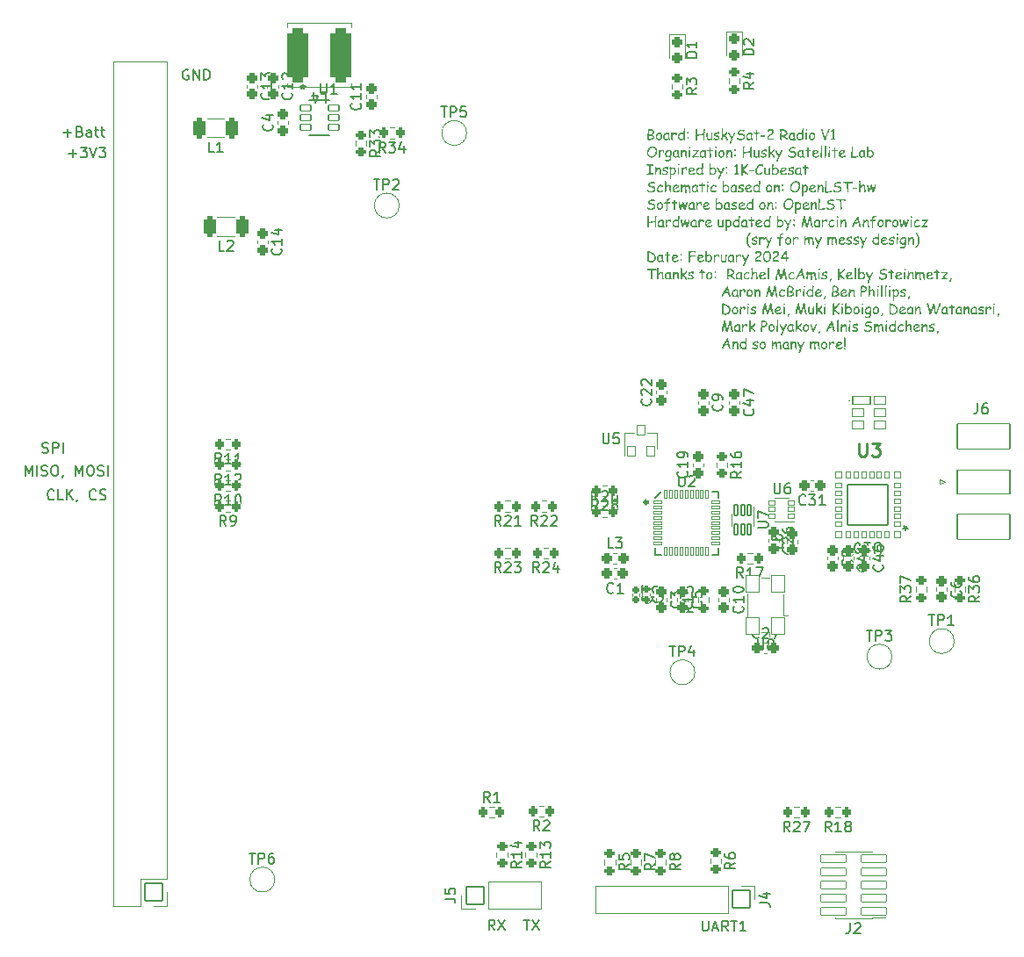
<source format=gto>
G04 #@! TF.GenerationSoftware,KiCad,Pcbnew,7.0.9+1*
G04 #@! TF.CreationDate,2024-02-23T15:47:33-08:00*
G04 #@! TF.ProjectId,hsl_radio,68736c5f-7261-4646-996f-2e6b69636164,1*
G04 #@! TF.SameCoordinates,Original*
G04 #@! TF.FileFunction,Legend,Top*
G04 #@! TF.FilePolarity,Positive*
%FSLAX46Y46*%
G04 Gerber Fmt 4.6, Leading zero omitted, Abs format (unit mm)*
G04 Created by KiCad (PCBNEW 7.0.9+1) date 2024-02-23 15:47:33*
%MOMM*%
%LPD*%
G01*
G04 APERTURE LIST*
G04 Aperture macros list*
%AMRoundRect*
0 Rectangle with rounded corners*
0 $1 Rounding radius*
0 $2 $3 $4 $5 $6 $7 $8 $9 X,Y pos of 4 corners*
0 Add a 4 corners polygon primitive as box body*
4,1,4,$2,$3,$4,$5,$6,$7,$8,$9,$2,$3,0*
0 Add four circle primitives for the rounded corners*
1,1,$1+$1,$2,$3*
1,1,$1+$1,$4,$5*
1,1,$1+$1,$6,$7*
1,1,$1+$1,$8,$9*
0 Add four rect primitives between the rounded corners*
20,1,$1+$1,$2,$3,$4,$5,0*
20,1,$1+$1,$4,$5,$6,$7,0*
20,1,$1+$1,$6,$7,$8,$9,0*
20,1,$1+$1,$8,$9,$2,$3,0*%
G04 Aperture macros list end*
%ADD10C,0.125000*%
%ADD11C,0.150000*%
%ADD12C,0.254000*%
%ADD13C,0.300000*%
%ADD14C,0.120000*%
%ADD15C,0.100000*%
%ADD16C,0.152400*%
%ADD17C,0.600000*%
%ADD18RoundRect,0.050800X-0.140000X-0.375000X0.140000X-0.375000X0.140000X0.375000X-0.140000X0.375000X0*%
%ADD19RoundRect,0.050800X0.375000X-0.140000X0.375000X0.140000X-0.375000X0.140000X-0.375000X-0.140000X0*%
%ADD20RoundRect,0.275800X0.225000X0.250000X-0.225000X0.250000X-0.225000X-0.250000X0.225000X-0.250000X0*%
%ADD21RoundRect,0.190800X-0.170000X0.140000X-0.170000X-0.140000X0.170000X-0.140000X0.170000X0.140000X0*%
%ADD22RoundRect,0.275800X-0.250000X0.225000X-0.250000X-0.225000X0.250000X-0.225000X0.250000X0.225000X0*%
%ADD23RoundRect,0.275800X0.250000X-0.225000X0.250000X0.225000X-0.250000X0.225000X-0.250000X-0.225000X0*%
%ADD24RoundRect,0.275800X-0.225000X-0.250000X0.225000X-0.250000X0.225000X0.250000X-0.225000X0.250000X0*%
%ADD25RoundRect,0.269550X-0.256250X0.218750X-0.256250X-0.218750X0.256250X-0.218750X0.256250X0.218750X0*%
%ADD26RoundRect,0.050800X1.200000X0.370000X-1.200000X0.370000X-1.200000X-0.370000X1.200000X-0.370000X0*%
%ADD27RoundRect,0.050800X-0.850000X0.850000X-0.850000X-0.850000X0.850000X-0.850000X0.850000X0.850000X0*%
%ADD28O,1.801600X1.801600*%
%ADD29RoundRect,0.050800X0.850000X-0.850000X0.850000X0.850000X-0.850000X0.850000X-0.850000X-0.850000X0*%
%ADD30RoundRect,0.050800X2.540000X1.145000X-2.540000X1.145000X-2.540000X-1.145000X2.540000X-1.145000X0*%
%ADD31RoundRect,0.050800X2.540000X1.210000X-2.540000X1.210000X-2.540000X-1.210000X2.540000X-1.210000X0*%
%ADD32RoundRect,0.300800X0.275000X0.700000X-0.275000X0.700000X-0.275000X-0.700000X0.275000X-0.700000X0*%
%ADD33RoundRect,0.269550X-0.218750X-0.256250X0.218750X-0.256250X0.218750X0.256250X-0.218750X0.256250X0*%
%ADD34RoundRect,0.269550X0.256250X-0.218750X0.256250X0.218750X-0.256250X0.218750X-0.256250X-0.218750X0*%
%ADD35RoundRect,0.250800X-0.200000X-0.275000X0.200000X-0.275000X0.200000X0.275000X-0.200000X0.275000X0*%
%ADD36RoundRect,0.250800X0.200000X0.275000X-0.200000X0.275000X-0.200000X-0.275000X0.200000X-0.275000X0*%
%ADD37RoundRect,0.250800X-0.275000X0.200000X-0.275000X-0.200000X0.275000X-0.200000X0.275000X0.200000X0*%
%ADD38RoundRect,0.250800X0.275000X-0.200000X0.275000X0.200000X-0.275000X0.200000X-0.275000X-0.200000X0*%
%ADD39RoundRect,0.050800X0.850000X-0.405000X0.850000X0.405000X-0.850000X0.405000X-0.850000X-0.405000X0*%
%ADD40RoundRect,0.050800X0.525000X-0.405000X0.525000X0.405000X-0.525000X0.405000X-0.525000X-0.405000X0*%
%ADD41RoundRect,0.050800X0.400000X-0.450000X0.400000X0.450000X-0.400000X0.450000X-0.400000X-0.450000X0*%
%ADD42RoundRect,0.050800X0.325000X0.200000X-0.325000X0.200000X-0.325000X-0.200000X0.325000X-0.200000X0*%
%ADD43RoundRect,0.050800X-0.501650X-0.279400X0.501650X-0.279400X0.501650X0.279400X-0.501650X0.279400X0*%
%ADD44C,2.101600*%
%ADD45RoundRect,0.525800X0.475000X2.075000X-0.475000X2.075000X-0.475000X-2.075000X0.475000X-2.075000X0*%
%ADD46RoundRect,0.050800X0.850000X0.850000X-0.850000X0.850000X-0.850000X-0.850000X0.850000X-0.850000X0*%
%ADD47C,6.501600*%
%ADD48RoundRect,0.050800X-0.175000X0.500000X-0.175000X-0.500000X0.175000X-0.500000X0.175000X0.500000X0*%
%ADD49RoundRect,0.050800X0.304800X0.304800X-0.304800X0.304800X-0.304800X-0.304800X0.304800X-0.304800X0*%
%ADD50RoundRect,0.050800X-0.304800X0.228600X-0.304800X-0.228600X0.304800X-0.228600X0.304800X0.228600X0*%
%ADD51RoundRect,0.050800X0.228600X0.304800X-0.228600X0.304800X-0.228600X-0.304800X0.228600X-0.304800X0*%
%ADD52RoundRect,0.050800X1.943100X1.943100X-1.943100X1.943100X-1.943100X-1.943100X1.943100X-1.943100X0*%
%ADD53RoundRect,0.050800X0.650000X-0.800000X0.650000X0.800000X-0.650000X0.800000X-0.650000X-0.800000X0*%
G04 APERTURE END LIST*
D10*
G36*
X139416365Y-28607371D02*
G01*
X139431363Y-28608322D01*
X139446285Y-28609905D01*
X139461130Y-28612123D01*
X139475899Y-28614973D01*
X139490592Y-28618458D01*
X139505208Y-28622575D01*
X139519748Y-28627327D01*
X139534212Y-28632712D01*
X139548599Y-28638730D01*
X139562911Y-28645382D01*
X139577145Y-28652667D01*
X139591304Y-28660586D01*
X139605386Y-28669138D01*
X139619392Y-28678324D01*
X139633321Y-28688143D01*
X139641225Y-28694017D01*
X139656281Y-28706024D01*
X139670332Y-28718373D01*
X139683380Y-28731066D01*
X139695424Y-28744103D01*
X139706465Y-28757482D01*
X139716502Y-28771206D01*
X139725535Y-28785273D01*
X139733564Y-28799683D01*
X139740590Y-28814437D01*
X139746612Y-28829534D01*
X139751631Y-28844975D01*
X139755645Y-28860759D01*
X139758656Y-28876887D01*
X139760664Y-28893358D01*
X139761667Y-28910172D01*
X139761793Y-28918709D01*
X139761659Y-28929490D01*
X139761257Y-28940127D01*
X139760587Y-28950621D01*
X139759648Y-28960970D01*
X139758442Y-28971175D01*
X139756967Y-28981237D01*
X139755225Y-28991154D01*
X139753214Y-29000927D01*
X139750935Y-29010556D01*
X139748388Y-29020041D01*
X139742490Y-29038578D01*
X139735520Y-29056540D01*
X139727477Y-29073925D01*
X139718362Y-29090734D01*
X139708174Y-29106966D01*
X139696914Y-29122623D01*
X139684582Y-29137703D01*
X139678013Y-29145027D01*
X139671177Y-29152207D01*
X139664072Y-29159242D01*
X139656700Y-29166134D01*
X139649059Y-29172882D01*
X139641150Y-29179485D01*
X139632973Y-29185945D01*
X139624528Y-29192260D01*
X139637209Y-29197702D01*
X139649483Y-29203217D01*
X139661351Y-29208807D01*
X139672812Y-29214471D01*
X139683867Y-29220210D01*
X139694515Y-29226023D01*
X139704757Y-29231911D01*
X139714593Y-29237873D01*
X139724022Y-29243909D01*
X139733045Y-29250020D01*
X139741661Y-29256205D01*
X139749871Y-29262465D01*
X139757674Y-29268799D01*
X139765071Y-29275208D01*
X139775404Y-29284960D01*
X139778646Y-29288248D01*
X139787812Y-29298223D01*
X139796077Y-29308366D01*
X139803440Y-29318677D01*
X139809901Y-29329155D01*
X139815461Y-29339800D01*
X139820119Y-29350613D01*
X139823876Y-29361593D01*
X139826731Y-29372741D01*
X139828684Y-29384056D01*
X139829736Y-29395538D01*
X139829937Y-29403286D01*
X139829585Y-29413492D01*
X139828528Y-29423654D01*
X139826768Y-29433772D01*
X139824304Y-29443846D01*
X139821135Y-29453876D01*
X139817263Y-29463862D01*
X139812686Y-29473805D01*
X139807405Y-29483703D01*
X139801420Y-29493558D01*
X139794731Y-29503369D01*
X139787338Y-29513135D01*
X139779241Y-29522858D01*
X139770440Y-29532538D01*
X139760934Y-29542173D01*
X139750725Y-29551764D01*
X139739811Y-29561311D01*
X139731971Y-29567979D01*
X139724084Y-29574428D01*
X139716149Y-29580657D01*
X139708166Y-29586667D01*
X139700136Y-29592457D01*
X139692058Y-29598028D01*
X139679851Y-29605973D01*
X139667537Y-29613424D01*
X139655116Y-29620381D01*
X139642587Y-29626845D01*
X139629951Y-29632815D01*
X139617208Y-29638291D01*
X139608653Y-29641667D01*
X139598906Y-29645334D01*
X139588992Y-29648884D01*
X139578911Y-29652318D01*
X139568662Y-29655635D01*
X139558245Y-29658836D01*
X139547662Y-29661920D01*
X139536910Y-29664889D01*
X139525992Y-29667740D01*
X139514906Y-29670476D01*
X139503652Y-29673095D01*
X139492231Y-29675597D01*
X139480643Y-29677983D01*
X139468887Y-29680253D01*
X139456964Y-29682406D01*
X139444873Y-29684443D01*
X139432615Y-29686364D01*
X139420189Y-29688168D01*
X139407596Y-29689856D01*
X139394835Y-29691427D01*
X139381908Y-29692882D01*
X139368812Y-29694221D01*
X139355549Y-29695443D01*
X139342119Y-29696549D01*
X139328521Y-29697538D01*
X139314756Y-29698411D01*
X139300824Y-29699167D01*
X139286724Y-29699808D01*
X139272456Y-29700331D01*
X139258021Y-29700739D01*
X139243419Y-29701030D01*
X139228649Y-29701204D01*
X139213712Y-29701263D01*
X139202733Y-29700301D01*
X139191959Y-29697416D01*
X139181392Y-29692607D01*
X139172743Y-29687131D01*
X139164238Y-29680319D01*
X139157536Y-29673907D01*
X139149937Y-29665317D01*
X139143626Y-29656643D01*
X139138603Y-29647886D01*
X139134275Y-29637267D01*
X139131802Y-29626528D01*
X139131158Y-29617487D01*
X139131158Y-29560579D01*
X139267201Y-29560579D01*
X139278386Y-29560161D01*
X139289442Y-29559670D01*
X139300366Y-29559108D01*
X139311161Y-29558472D01*
X139321825Y-29557764D01*
X139332360Y-29556984D01*
X139342764Y-29556131D01*
X139353037Y-29555205D01*
X139363181Y-29554207D01*
X139373194Y-29553137D01*
X139383077Y-29551994D01*
X139392830Y-29550778D01*
X139411945Y-29548130D01*
X139430539Y-29545191D01*
X139448612Y-29541963D01*
X139466164Y-29538444D01*
X139483195Y-29534636D01*
X139499705Y-29530537D01*
X139515694Y-29526148D01*
X139531163Y-29521469D01*
X139546110Y-29516501D01*
X139560537Y-29511242D01*
X139572497Y-29506471D01*
X139584320Y-29501075D01*
X139593097Y-29496617D01*
X139601797Y-29491807D01*
X139610419Y-29486645D01*
X139618964Y-29481131D01*
X139627432Y-29475265D01*
X139635823Y-29469047D01*
X139644136Y-29462477D01*
X139652372Y-29455554D01*
X139659880Y-29449204D01*
X139668741Y-29441210D01*
X139676290Y-29433759D01*
X139683879Y-29425207D01*
X139690279Y-29416062D01*
X139694013Y-29406934D01*
X139694382Y-29403531D01*
X139692235Y-29393570D01*
X139685795Y-29383228D01*
X139677552Y-29374679D01*
X139669566Y-29368108D01*
X139660035Y-29361399D01*
X139648958Y-29354552D01*
X139636336Y-29347568D01*
X139627062Y-29342836D01*
X139617102Y-29338043D01*
X139606454Y-29333189D01*
X139594120Y-29327691D01*
X139581845Y-29322464D01*
X139569631Y-29317507D01*
X139557476Y-29312821D01*
X139545382Y-29308405D01*
X139533348Y-29304260D01*
X139521374Y-29300385D01*
X139509460Y-29296781D01*
X139497606Y-29293447D01*
X139485812Y-29290384D01*
X139477983Y-29288492D01*
X139405198Y-29277013D01*
X139394862Y-29277281D01*
X139384622Y-29277819D01*
X139378087Y-29278234D01*
X139367602Y-29278749D01*
X139357161Y-29279116D01*
X139350244Y-29279211D01*
X139338529Y-29279211D01*
X139326587Y-29279211D01*
X139314419Y-29279211D01*
X139304522Y-29279211D01*
X139294479Y-29279211D01*
X139284292Y-29279211D01*
X139273959Y-29279211D01*
X139271353Y-29279211D01*
X139270851Y-29289400D01*
X139270380Y-29299453D01*
X139269942Y-29309367D01*
X139269537Y-29319145D01*
X139268989Y-29333553D01*
X139268515Y-29347652D01*
X139268114Y-29361443D01*
X139267785Y-29374924D01*
X139267530Y-29388096D01*
X139267347Y-29400958D01*
X139267238Y-29413512D01*
X139267201Y-29425757D01*
X139267201Y-29560579D01*
X139131158Y-29560579D01*
X139131158Y-29420872D01*
X139131207Y-29408460D01*
X139131353Y-29395406D01*
X139131596Y-29381708D01*
X139131936Y-29367367D01*
X139132374Y-29352384D01*
X139132910Y-29336757D01*
X139133542Y-29320487D01*
X139134272Y-29303574D01*
X139135099Y-29286018D01*
X139136024Y-29267819D01*
X139137045Y-29248977D01*
X139138165Y-29229492D01*
X139138761Y-29219509D01*
X139139381Y-29209364D01*
X139140026Y-29199059D01*
X139140695Y-29188593D01*
X139141388Y-29177966D01*
X139142106Y-29167179D01*
X139142848Y-29156231D01*
X139143614Y-29145122D01*
X139144078Y-29138527D01*
X139280879Y-29138527D01*
X139292707Y-29138584D01*
X139303830Y-29138634D01*
X139314247Y-29138676D01*
X139328548Y-29138725D01*
X139341260Y-29138756D01*
X139352384Y-29138770D01*
X139364745Y-29138763D01*
X139376225Y-29138710D01*
X139385415Y-29138527D01*
X139398213Y-29137335D01*
X139410717Y-29135776D01*
X139422927Y-29133847D01*
X139434843Y-29131551D01*
X139446466Y-29128886D01*
X139457795Y-29125853D01*
X139468829Y-29122452D01*
X139479570Y-29118682D01*
X139490017Y-29114545D01*
X139500171Y-29110038D01*
X139510030Y-29105164D01*
X139519596Y-29099921D01*
X139528867Y-29094311D01*
X139537845Y-29088331D01*
X139546529Y-29081984D01*
X139554919Y-29075268D01*
X139563496Y-29067624D01*
X139571520Y-29059713D01*
X139578991Y-29051535D01*
X139585908Y-29043089D01*
X139592271Y-29034377D01*
X139598082Y-29025397D01*
X139603338Y-29016150D01*
X139608042Y-29006636D01*
X139612192Y-28996855D01*
X139615789Y-28986806D01*
X139618833Y-28976491D01*
X139621323Y-28965908D01*
X139623260Y-28955059D01*
X139624643Y-28943942D01*
X139625473Y-28932558D01*
X139625750Y-28920907D01*
X139625114Y-28908992D01*
X139623208Y-28897245D01*
X139620031Y-28885665D01*
X139615583Y-28874252D01*
X139609864Y-28863008D01*
X139602875Y-28851930D01*
X139594614Y-28841020D01*
X139585083Y-28830277D01*
X139578023Y-28823209D01*
X139570398Y-28816214D01*
X139562208Y-28809294D01*
X139553454Y-28802449D01*
X139544415Y-28795824D01*
X139535311Y-28789626D01*
X139526142Y-28783856D01*
X139516909Y-28778513D01*
X139507611Y-28773598D01*
X139498247Y-28769110D01*
X139488819Y-28765049D01*
X139479326Y-28761416D01*
X139469768Y-28758210D01*
X139460145Y-28755432D01*
X139450458Y-28753081D01*
X139440705Y-28751158D01*
X139430888Y-28749662D01*
X139421005Y-28748593D01*
X139411058Y-28747952D01*
X139401046Y-28747739D01*
X139387424Y-28747781D01*
X139374582Y-28747910D01*
X139362522Y-28748125D01*
X139351244Y-28748425D01*
X139340746Y-28748812D01*
X139327966Y-28749461D01*
X139316574Y-28750262D01*
X139306571Y-28751216D01*
X139296022Y-28752623D01*
X139294556Y-28872791D01*
X139280879Y-29138527D01*
X139144078Y-29138527D01*
X139144457Y-29133136D01*
X139145276Y-29121359D01*
X139146072Y-29109792D01*
X139146843Y-29098433D01*
X139147590Y-29087283D01*
X139148314Y-29076342D01*
X139149014Y-29065611D01*
X139149690Y-29055088D01*
X139150342Y-29044774D01*
X139150970Y-29034669D01*
X139151575Y-29024772D01*
X139152712Y-29005607D01*
X139153754Y-28987277D01*
X139154700Y-28969783D01*
X139155551Y-28953125D01*
X139156307Y-28937303D01*
X139156967Y-28922316D01*
X139157532Y-28908166D01*
X139158001Y-28894850D01*
X139158375Y-28882371D01*
X139158654Y-28870728D01*
X139158757Y-28865219D01*
X139158699Y-28853009D01*
X139158800Y-28839734D01*
X139159060Y-28825394D01*
X139159321Y-28815243D01*
X139159653Y-28804618D01*
X139160056Y-28793521D01*
X139160529Y-28781950D01*
X139161073Y-28769905D01*
X139161688Y-28757388D01*
X139162373Y-28744397D01*
X139163128Y-28730933D01*
X139163954Y-28716996D01*
X139164851Y-28702586D01*
X139165819Y-28687702D01*
X139166329Y-28680083D01*
X139168171Y-28670105D01*
X139171217Y-28659595D01*
X139175920Y-28649352D01*
X139181862Y-28641282D01*
X139189043Y-28635387D01*
X139200806Y-28631956D01*
X139212769Y-28628746D01*
X139224933Y-28625758D01*
X139237297Y-28622991D01*
X139249861Y-28620446D01*
X139262625Y-28618122D01*
X139275590Y-28616019D01*
X139288756Y-28614138D01*
X139302121Y-28612478D01*
X139315687Y-28611039D01*
X139329454Y-28609821D01*
X139343420Y-28608825D01*
X139357587Y-28608051D01*
X139371955Y-28607497D01*
X139386522Y-28607165D01*
X139401290Y-28607055D01*
X139416365Y-28607371D01*
G37*
G36*
X140302348Y-28951438D02*
G01*
X140318728Y-28952906D01*
X140334588Y-28955354D01*
X140349930Y-28958780D01*
X140364752Y-28963185D01*
X140379056Y-28968568D01*
X140392840Y-28974931D01*
X140406106Y-28982273D01*
X140418852Y-28990593D01*
X140431079Y-28999893D01*
X140442788Y-29010171D01*
X140453977Y-29021428D01*
X140464648Y-29033664D01*
X140474799Y-29046879D01*
X140484431Y-29061073D01*
X140493545Y-29076245D01*
X140500368Y-29089076D01*
X140506734Y-29102226D01*
X140512641Y-29115698D01*
X140518091Y-29129490D01*
X140523083Y-29143603D01*
X140527616Y-29158036D01*
X140531692Y-29172790D01*
X140535310Y-29187864D01*
X140538470Y-29203259D01*
X140541172Y-29218975D01*
X140543416Y-29235011D01*
X140545202Y-29251367D01*
X140546530Y-29268044D01*
X140547400Y-29285042D01*
X140547812Y-29302361D01*
X140547766Y-29320000D01*
X140547226Y-29338816D01*
X140546095Y-29357285D01*
X140544372Y-29375406D01*
X140542057Y-29393181D01*
X140539151Y-29410608D01*
X140535654Y-29427688D01*
X140531564Y-29444420D01*
X140526884Y-29460806D01*
X140521611Y-29476843D01*
X140515748Y-29492534D01*
X140509292Y-29507878D01*
X140502246Y-29522874D01*
X140494607Y-29537523D01*
X140486378Y-29551824D01*
X140477556Y-29565778D01*
X140468143Y-29579385D01*
X140456929Y-29594144D01*
X140445268Y-29607950D01*
X140433161Y-29620805D01*
X140420607Y-29632707D01*
X140407607Y-29643657D01*
X140394161Y-29653654D01*
X140380267Y-29662700D01*
X140365928Y-29670793D01*
X140351141Y-29677935D01*
X140335909Y-29684124D01*
X140320229Y-29689361D01*
X140304104Y-29693645D01*
X140287531Y-29696978D01*
X140270513Y-29699358D01*
X140253047Y-29700787D01*
X140235136Y-29701263D01*
X140220850Y-29700931D01*
X140206815Y-29699935D01*
X140193029Y-29698274D01*
X140179494Y-29695950D01*
X140166209Y-29692962D01*
X140153173Y-29689310D01*
X140140387Y-29684994D01*
X140127852Y-29680013D01*
X140115566Y-29674369D01*
X140103531Y-29668061D01*
X140091745Y-29661088D01*
X140080209Y-29653452D01*
X140068924Y-29645152D01*
X140057888Y-29636187D01*
X140047102Y-29626559D01*
X140036566Y-29616266D01*
X140025338Y-29604227D01*
X140014794Y-29591678D01*
X140004936Y-29578619D01*
X139995762Y-29565051D01*
X139987274Y-29550974D01*
X139979471Y-29536387D01*
X139972352Y-29521291D01*
X139965919Y-29505685D01*
X139960171Y-29489570D01*
X139955107Y-29472945D01*
X139950729Y-29455811D01*
X139947036Y-29438167D01*
X139944028Y-29420014D01*
X139941705Y-29401351D01*
X139940066Y-29382179D01*
X139939504Y-29372402D01*
X139939113Y-29362498D01*
X139939107Y-29361765D01*
X140074668Y-29361765D01*
X140074880Y-29373899D01*
X140075515Y-29385693D01*
X140076574Y-29397148D01*
X140078057Y-29408263D01*
X140079963Y-29419038D01*
X140082293Y-29429474D01*
X140085046Y-29439570D01*
X140088224Y-29449326D01*
X140091824Y-29458743D01*
X140095848Y-29467820D01*
X140100296Y-29476557D01*
X140107762Y-29489027D01*
X140116182Y-29500732D01*
X140125554Y-29511672D01*
X140128890Y-29515150D01*
X140137545Y-29523268D01*
X140146475Y-29530588D01*
X140155680Y-29537110D01*
X140165160Y-29542833D01*
X140174914Y-29547757D01*
X140184944Y-29551883D01*
X140195248Y-29555211D01*
X140205826Y-29557739D01*
X140216680Y-29559470D01*
X140227808Y-29560401D01*
X140235380Y-29560579D01*
X140248578Y-29560126D01*
X140261429Y-29558767D01*
X140273932Y-29556502D01*
X140286087Y-29553332D01*
X140297894Y-29549255D01*
X140309354Y-29544273D01*
X140320466Y-29538384D01*
X140331230Y-29531590D01*
X140341646Y-29523890D01*
X140351715Y-29515284D01*
X140358234Y-29509043D01*
X140365316Y-29501744D01*
X140371969Y-29494133D01*
X140378192Y-29486212D01*
X140383986Y-29477979D01*
X140389351Y-29469435D01*
X140394287Y-29460580D01*
X140398793Y-29451415D01*
X140402869Y-29441938D01*
X140406517Y-29432150D01*
X140409735Y-29422051D01*
X140412524Y-29411641D01*
X140414883Y-29400920D01*
X140416813Y-29389888D01*
X140418314Y-29378545D01*
X140419385Y-29366891D01*
X140420027Y-29354926D01*
X140420479Y-29338772D01*
X140420611Y-29323129D01*
X140420425Y-29307997D01*
X140419921Y-29293377D01*
X140419097Y-29279268D01*
X140417955Y-29265671D01*
X140416494Y-29252585D01*
X140414715Y-29240010D01*
X140412617Y-29227947D01*
X140410200Y-29216395D01*
X140407465Y-29205354D01*
X140404411Y-29194825D01*
X140401038Y-29184807D01*
X140397347Y-29175301D01*
X140393337Y-29166306D01*
X140384361Y-29149850D01*
X140374111Y-29135440D01*
X140362586Y-29123075D01*
X140349786Y-29112756D01*
X140335711Y-29104482D01*
X140320362Y-29098254D01*
X140303738Y-29094071D01*
X140285840Y-29091934D01*
X140276413Y-29091632D01*
X140263978Y-29091946D01*
X140251893Y-29093010D01*
X140240157Y-29094824D01*
X140228770Y-29097387D01*
X140217732Y-29100701D01*
X140207044Y-29104764D01*
X140196705Y-29109578D01*
X140186714Y-29115141D01*
X140177074Y-29121454D01*
X140167782Y-29128517D01*
X140158839Y-29136330D01*
X140150246Y-29144893D01*
X140142002Y-29154205D01*
X140134107Y-29164268D01*
X140126561Y-29175080D01*
X140119364Y-29186643D01*
X140113952Y-29196314D01*
X140108889Y-29206156D01*
X140104175Y-29216167D01*
X140099810Y-29226348D01*
X140095794Y-29236698D01*
X140092128Y-29247219D01*
X140088810Y-29257909D01*
X140085842Y-29268770D01*
X140083223Y-29279800D01*
X140080953Y-29290999D01*
X140079033Y-29302369D01*
X140077462Y-29313909D01*
X140076239Y-29325618D01*
X140075366Y-29337497D01*
X140074843Y-29349546D01*
X140074668Y-29361765D01*
X139939107Y-29361765D01*
X139938962Y-29343287D01*
X139939483Y-29324365D01*
X139940679Y-29305734D01*
X139942548Y-29287393D01*
X139945091Y-29269342D01*
X139948307Y-29251581D01*
X139952196Y-29234110D01*
X139956760Y-29216929D01*
X139961997Y-29200038D01*
X139967907Y-29183437D01*
X139974491Y-29167126D01*
X139981749Y-29151106D01*
X139989680Y-29135375D01*
X139998285Y-29119934D01*
X140007563Y-29104783D01*
X140017515Y-29089923D01*
X140023589Y-29081373D01*
X140029810Y-29073094D01*
X140036180Y-29065087D01*
X140042699Y-29057351D01*
X140049366Y-29049886D01*
X140056181Y-29042693D01*
X140063144Y-29035772D01*
X140077517Y-29022743D01*
X140092482Y-29010800D01*
X140108041Y-28999942D01*
X140124194Y-28990171D01*
X140140940Y-28981485D01*
X140158279Y-28973885D01*
X140176212Y-28967370D01*
X140194738Y-28961942D01*
X140213858Y-28957599D01*
X140223640Y-28955834D01*
X140233571Y-28954341D01*
X140243650Y-28953120D01*
X140253877Y-28952170D01*
X140264253Y-28951491D01*
X140274777Y-28951084D01*
X140285450Y-28950949D01*
X140302348Y-28951438D01*
G37*
G36*
X141051751Y-28951221D02*
G01*
X141063351Y-28952039D01*
X141075204Y-28953402D01*
X141087310Y-28955311D01*
X141099670Y-28957764D01*
X141112283Y-28960763D01*
X141125150Y-28964307D01*
X141138269Y-28968397D01*
X141151642Y-28973031D01*
X141165269Y-28978211D01*
X141174494Y-28981967D01*
X141185792Y-28986854D01*
X141196361Y-28991867D01*
X141206201Y-28997006D01*
X141215313Y-29002270D01*
X141223695Y-29007661D01*
X141234902Y-29015983D01*
X141244469Y-29024588D01*
X141252396Y-29033476D01*
X141258683Y-29042648D01*
X141263330Y-29052104D01*
X141266337Y-29061842D01*
X141267703Y-29071865D01*
X141267794Y-29075268D01*
X141266693Y-29085381D01*
X141263389Y-29094837D01*
X141257883Y-29103636D01*
X141253872Y-29108241D01*
X141251411Y-29119318D01*
X141249517Y-29130359D01*
X141248105Y-29140377D01*
X141246785Y-29151448D01*
X141245556Y-29163572D01*
X141244694Y-29173356D01*
X141243884Y-29183733D01*
X141243126Y-29194703D01*
X141242467Y-29206221D01*
X141241864Y-29218336D01*
X141241316Y-29231048D01*
X141240825Y-29244357D01*
X141240389Y-29258262D01*
X141240009Y-29272764D01*
X141239787Y-29282764D01*
X141239589Y-29293029D01*
X141239416Y-29303559D01*
X141239268Y-29314354D01*
X141239145Y-29325415D01*
X141239047Y-29336741D01*
X141238974Y-29348332D01*
X141238934Y-29358907D01*
X141238997Y-29369199D01*
X141239163Y-29379209D01*
X141239605Y-29393695D01*
X141240279Y-29407545D01*
X141241185Y-29420760D01*
X141242322Y-29433340D01*
X141243692Y-29445284D01*
X141245293Y-29456592D01*
X141247127Y-29467266D01*
X141249192Y-29477303D01*
X141250697Y-29483642D01*
X141253556Y-29494591D01*
X141256882Y-29505489D01*
X141259982Y-29514909D01*
X141263602Y-29525398D01*
X141267742Y-29536957D01*
X141272401Y-29549584D01*
X141277579Y-29563281D01*
X141281320Y-29573006D01*
X141285292Y-29583206D01*
X141289495Y-29593881D01*
X141293928Y-29605031D01*
X141297869Y-29614980D01*
X141302210Y-29625181D01*
X141306280Y-29634397D01*
X141309560Y-29641667D01*
X141313712Y-29653391D01*
X141313034Y-29663397D01*
X141310528Y-29674203D01*
X141306175Y-29684074D01*
X141299975Y-29693010D01*
X141294417Y-29698820D01*
X141285683Y-29705863D01*
X141276365Y-29711175D01*
X141266462Y-29714758D01*
X141255975Y-29716612D01*
X141249720Y-29716894D01*
X141239531Y-29713459D01*
X141229900Y-29706968D01*
X141221762Y-29700270D01*
X141214496Y-29693676D01*
X141206558Y-29685982D01*
X141202337Y-29681723D01*
X141194888Y-29673594D01*
X141187927Y-29665695D01*
X141181454Y-29658024D01*
X141174051Y-29648758D01*
X141167411Y-29639849D01*
X141161533Y-29631298D01*
X141156420Y-29623105D01*
X141144192Y-29630175D01*
X141132240Y-29636915D01*
X141120562Y-29643324D01*
X141109159Y-29649403D01*
X141098030Y-29655151D01*
X141087177Y-29660568D01*
X141076598Y-29665655D01*
X141066294Y-29670412D01*
X141056265Y-29674837D01*
X141046510Y-29678932D01*
X141040160Y-29681479D01*
X141030916Y-29685014D01*
X141019038Y-29689188D01*
X141007671Y-29692742D01*
X140996815Y-29695679D01*
X140986471Y-29697998D01*
X140976638Y-29699698D01*
X140965067Y-29700953D01*
X140956385Y-29701263D01*
X140946425Y-29701175D01*
X140936636Y-29700911D01*
X140917569Y-29699854D01*
X140899183Y-29698094D01*
X140881478Y-29695630D01*
X140864455Y-29692461D01*
X140848113Y-29688589D01*
X140832451Y-29684012D01*
X140817472Y-29678731D01*
X140803173Y-29672746D01*
X140789555Y-29666057D01*
X140776619Y-29658664D01*
X140764364Y-29650567D01*
X140752790Y-29641766D01*
X140741898Y-29632260D01*
X140731686Y-29622051D01*
X140722156Y-29611137D01*
X140713756Y-29600191D01*
X140705898Y-29588541D01*
X140698583Y-29576186D01*
X140691809Y-29563128D01*
X140685577Y-29549365D01*
X140679887Y-29534899D01*
X140674738Y-29519728D01*
X140670132Y-29503853D01*
X140666068Y-29487274D01*
X140662545Y-29469991D01*
X140659565Y-29452004D01*
X140657126Y-29433313D01*
X140655229Y-29413918D01*
X140654484Y-29403956D01*
X140653875Y-29393818D01*
X140653400Y-29383504D01*
X140653062Y-29373015D01*
X140652859Y-29362349D01*
X140652809Y-29354438D01*
X140788346Y-29354438D01*
X140788501Y-29367120D01*
X140788968Y-29379400D01*
X140789745Y-29391277D01*
X140790834Y-29402752D01*
X140792233Y-29413824D01*
X140793944Y-29424493D01*
X140795966Y-29434760D01*
X140798299Y-29444624D01*
X140800942Y-29454086D01*
X140805491Y-29467523D01*
X140810740Y-29480055D01*
X140816688Y-29491681D01*
X140823336Y-29502400D01*
X140828157Y-29509043D01*
X140835974Y-29518253D01*
X140844495Y-29526557D01*
X140853720Y-29533956D01*
X140863649Y-29540448D01*
X140874282Y-29546034D01*
X140885619Y-29550715D01*
X140897661Y-29554489D01*
X140910406Y-29557358D01*
X140923856Y-29559321D01*
X140938009Y-29560377D01*
X140947836Y-29560579D01*
X140960025Y-29560386D01*
X140971862Y-29559806D01*
X140983346Y-29558840D01*
X140994479Y-29557488D01*
X141005260Y-29555749D01*
X141015688Y-29553624D01*
X141025764Y-29551112D01*
X141035489Y-29548214D01*
X141044861Y-29544930D01*
X141056810Y-29539949D01*
X141059699Y-29538597D01*
X141069654Y-29533267D01*
X141079026Y-29527541D01*
X141087227Y-29522118D01*
X141096054Y-29515947D01*
X141105507Y-29509028D01*
X141115586Y-29501361D01*
X141123556Y-29495120D01*
X141129064Y-29490725D01*
X141127712Y-29480396D01*
X141126403Y-29470231D01*
X141125136Y-29460229D01*
X141123912Y-29450391D01*
X141121594Y-29431205D01*
X141119447Y-29412674D01*
X141117472Y-29394798D01*
X141115669Y-29377576D01*
X141114038Y-29361008D01*
X141112578Y-29345095D01*
X141111290Y-29329837D01*
X141110174Y-29315233D01*
X141109229Y-29301283D01*
X141108456Y-29287988D01*
X141107855Y-29275348D01*
X141107426Y-29263362D01*
X141107168Y-29252030D01*
X141107083Y-29241353D01*
X141107211Y-29231024D01*
X141107598Y-29220367D01*
X141108242Y-29209385D01*
X141109143Y-29198077D01*
X141110303Y-29186442D01*
X141110746Y-29182491D01*
X141111986Y-29172467D01*
X141113418Y-29162241D01*
X141115040Y-29151811D01*
X141116852Y-29141179D01*
X141118856Y-29130345D01*
X141121050Y-29119307D01*
X141121981Y-29114836D01*
X141112788Y-29110571D01*
X141102670Y-29106160D01*
X141093206Y-29102356D01*
X141083193Y-29098754D01*
X141078506Y-29097250D01*
X141068900Y-29094534D01*
X141058680Y-29092422D01*
X141049441Y-29091632D01*
X141036244Y-29091943D01*
X141023273Y-29092877D01*
X141010529Y-29094432D01*
X140998013Y-29096609D01*
X140985723Y-29099408D01*
X140973661Y-29102829D01*
X140961826Y-29106873D01*
X140950218Y-29111538D01*
X140938836Y-29116826D01*
X140927682Y-29122735D01*
X140916755Y-29129267D01*
X140906055Y-29136420D01*
X140895583Y-29144196D01*
X140885337Y-29152594D01*
X140875318Y-29161614D01*
X140865526Y-29171256D01*
X140856180Y-29181273D01*
X140847437Y-29191482D01*
X140839297Y-29201881D01*
X140831760Y-29212472D01*
X140824826Y-29223253D01*
X140818494Y-29234224D01*
X140812766Y-29245387D01*
X140807641Y-29256741D01*
X140803119Y-29268285D01*
X140799199Y-29280020D01*
X140795883Y-29291946D01*
X140793169Y-29304063D01*
X140791059Y-29316370D01*
X140789552Y-29328869D01*
X140788647Y-29341558D01*
X140788346Y-29354438D01*
X140652809Y-29354438D01*
X140652791Y-29351507D01*
X140652902Y-29341204D01*
X140653237Y-29330995D01*
X140653795Y-29320880D01*
X140654577Y-29310859D01*
X140655582Y-29300933D01*
X140656809Y-29291100D01*
X140658261Y-29281361D01*
X140659935Y-29271716D01*
X140663954Y-29252708D01*
X140668865Y-29234076D01*
X140674670Y-29215819D01*
X140681367Y-29197939D01*
X140688958Y-29180435D01*
X140697441Y-29163306D01*
X140706818Y-29146554D01*
X140717088Y-29130177D01*
X140728250Y-29114176D01*
X140734167Y-29106317D01*
X140740306Y-29098551D01*
X140746669Y-29090880D01*
X140753255Y-29083302D01*
X140760064Y-29075819D01*
X140767096Y-29068429D01*
X140774299Y-29061202D01*
X140781588Y-29054203D01*
X140788963Y-29047434D01*
X140796425Y-29040895D01*
X140803973Y-29034585D01*
X140819327Y-29022653D01*
X140835028Y-29011639D01*
X140851073Y-29001543D01*
X140867464Y-28992365D01*
X140884201Y-28984105D01*
X140901282Y-28976762D01*
X140918710Y-28970337D01*
X140936482Y-28964831D01*
X140954600Y-28960241D01*
X140973063Y-28956570D01*
X140991872Y-28953817D01*
X141011026Y-28951981D01*
X141030525Y-28951063D01*
X141040404Y-28950949D01*
X141051751Y-28951221D01*
G37*
G36*
X141963886Y-29148053D02*
G01*
X141963046Y-29158256D01*
X141960923Y-29172328D01*
X141957765Y-29184918D01*
X141953573Y-29196027D01*
X141948346Y-29205655D01*
X141942084Y-29213801D01*
X141934787Y-29220467D01*
X141926456Y-29225651D01*
X141917090Y-29229354D01*
X141906689Y-29231576D01*
X141895254Y-29232316D01*
X141884691Y-29231726D01*
X141872223Y-29229102D01*
X141861603Y-29224380D01*
X141852829Y-29217558D01*
X141845902Y-29208637D01*
X141840823Y-29197618D01*
X141838225Y-29187976D01*
X141836667Y-29177153D01*
X141836147Y-29165150D01*
X141835933Y-29154936D01*
X141835452Y-29143709D01*
X141834911Y-29133505D01*
X141834215Y-29121773D01*
X141833949Y-29117522D01*
X141831995Y-29060369D01*
X141818608Y-29062125D01*
X141805556Y-29064155D01*
X141792840Y-29066460D01*
X141780460Y-29069040D01*
X141768416Y-29071895D01*
X141756707Y-29075024D01*
X141745335Y-29078428D01*
X141734298Y-29082107D01*
X141723597Y-29086061D01*
X141713232Y-29090289D01*
X141703203Y-29094792D01*
X141693510Y-29099570D01*
X141684152Y-29104623D01*
X141675130Y-29109951D01*
X141666444Y-29115553D01*
X141658094Y-29121430D01*
X141646826Y-29130208D01*
X141635918Y-29139780D01*
X141628846Y-29146602D01*
X141621935Y-29153778D01*
X141615184Y-29161307D01*
X141608593Y-29169188D01*
X141602163Y-29177423D01*
X141595893Y-29186010D01*
X141589783Y-29194951D01*
X141583833Y-29204245D01*
X141578044Y-29213891D01*
X141572415Y-29223891D01*
X141566946Y-29234244D01*
X141561638Y-29244949D01*
X141556489Y-29256008D01*
X141557955Y-29631898D01*
X141557358Y-29644294D01*
X141555568Y-29655471D01*
X141552584Y-29665429D01*
X141546749Y-29676809D01*
X141538792Y-29686021D01*
X141528713Y-29693066D01*
X141516512Y-29697943D01*
X141505969Y-29700179D01*
X141494233Y-29701195D01*
X141490055Y-29701263D01*
X141479230Y-29700657D01*
X141469470Y-29698841D01*
X141458113Y-29694536D01*
X141448649Y-29688079D01*
X141441077Y-29679470D01*
X141435398Y-29668708D01*
X141432382Y-29659224D01*
X141430430Y-29648529D01*
X141429542Y-29636624D01*
X141429483Y-29632386D01*
X141429483Y-29154647D01*
X141429565Y-29143741D01*
X141429765Y-29132681D01*
X141430024Y-29122258D01*
X141430366Y-29110738D01*
X141430700Y-29100731D01*
X141431088Y-29090023D01*
X141431193Y-29087236D01*
X141431594Y-29076352D01*
X141431941Y-29066170D01*
X141432300Y-29054430D01*
X141432575Y-29043788D01*
X141432796Y-29032465D01*
X141432901Y-29021251D01*
X141432903Y-29019825D01*
X141433435Y-29007516D01*
X141435032Y-28996418D01*
X141437694Y-28986530D01*
X141442899Y-28975230D01*
X141449998Y-28966083D01*
X141458989Y-28959087D01*
X141469873Y-28954244D01*
X141482650Y-28951554D01*
X141493475Y-28950949D01*
X141505485Y-28951900D01*
X141516327Y-28954752D01*
X141526001Y-28959507D01*
X141534508Y-28966164D01*
X141541846Y-28974723D01*
X141548017Y-28985184D01*
X141553020Y-28997546D01*
X141556856Y-29011811D01*
X141558764Y-29022377D01*
X141560153Y-29033789D01*
X141561023Y-29046046D01*
X141561374Y-29059148D01*
X141569646Y-29051530D01*
X141577973Y-29044153D01*
X141586357Y-29037018D01*
X141594797Y-29030125D01*
X141603294Y-29023474D01*
X141611847Y-29017065D01*
X141620456Y-29010898D01*
X141629121Y-29004972D01*
X141637843Y-28999288D01*
X141646621Y-28993847D01*
X141655455Y-28988647D01*
X141664345Y-28983689D01*
X141673292Y-28978972D01*
X141682295Y-28974498D01*
X141691355Y-28970265D01*
X141700471Y-28966275D01*
X141709643Y-28962526D01*
X141718871Y-28959019D01*
X141728155Y-28955754D01*
X141737496Y-28952731D01*
X141746893Y-28949949D01*
X141756347Y-28947410D01*
X141765857Y-28945112D01*
X141775423Y-28943056D01*
X141785045Y-28941243D01*
X141794723Y-28939670D01*
X141804458Y-28938340D01*
X141814250Y-28937252D01*
X141824097Y-28936405D01*
X141834001Y-28935801D01*
X141843961Y-28935438D01*
X141853977Y-28935317D01*
X141864170Y-28935680D01*
X141876985Y-28937292D01*
X141888914Y-28940194D01*
X141899959Y-28944387D01*
X141910118Y-28949869D01*
X141919391Y-28956641D01*
X141927780Y-28964703D01*
X141935282Y-28974055D01*
X141937020Y-28976594D01*
X141943488Y-28987509D01*
X141947774Y-28996556D01*
X141951574Y-29006342D01*
X141954889Y-29016866D01*
X141957719Y-29028129D01*
X141960064Y-29040131D01*
X141961924Y-29052870D01*
X141963299Y-29066349D01*
X141964188Y-29080565D01*
X141964511Y-29090453D01*
X141964619Y-29100669D01*
X141964601Y-29111100D01*
X141964533Y-29122137D01*
X141964387Y-29132972D01*
X141964098Y-29143676D01*
X141963886Y-29148053D01*
G37*
G36*
X142710476Y-28576375D02*
G01*
X142720551Y-28578127D01*
X142732274Y-28582279D01*
X142742044Y-28588507D01*
X142749860Y-28596812D01*
X142755722Y-28607192D01*
X142759630Y-28619648D01*
X142761278Y-28630353D01*
X142761828Y-28642226D01*
X142761721Y-28655000D01*
X142761400Y-28669569D01*
X142760866Y-28685935D01*
X142760118Y-28704095D01*
X142759156Y-28724052D01*
X142758595Y-28734703D01*
X142757981Y-28745804D01*
X142757313Y-28757353D01*
X142756592Y-28769351D01*
X142755817Y-28781798D01*
X142754989Y-28794694D01*
X142754107Y-28808039D01*
X142753172Y-28821833D01*
X142752184Y-28836075D01*
X142751142Y-28850767D01*
X142750047Y-28865907D01*
X142748898Y-28881497D01*
X142747696Y-28897535D01*
X142746441Y-28914022D01*
X142745132Y-28930958D01*
X142743769Y-28948343D01*
X142742353Y-28966177D01*
X142740884Y-28984459D01*
X142739361Y-29003191D01*
X142737785Y-29022371D01*
X142736156Y-29042001D01*
X142734473Y-29062079D01*
X142733467Y-29074628D01*
X142732526Y-29087179D01*
X142731650Y-29099732D01*
X142730840Y-29112286D01*
X142730093Y-29124843D01*
X142729412Y-29137401D01*
X142728796Y-29149962D01*
X142728244Y-29162524D01*
X142727758Y-29175088D01*
X142727336Y-29187654D01*
X142726979Y-29200222D01*
X142726687Y-29212792D01*
X142726460Y-29225364D01*
X142726298Y-29237938D01*
X142726201Y-29250513D01*
X142726168Y-29263091D01*
X142726189Y-29277209D01*
X142726251Y-29291110D01*
X142726355Y-29304793D01*
X142726500Y-29318259D01*
X142726687Y-29331508D01*
X142726915Y-29344538D01*
X142727185Y-29357351D01*
X142727496Y-29369947D01*
X142727849Y-29382325D01*
X142728243Y-29394486D01*
X142728679Y-29406429D01*
X142729157Y-29418155D01*
X142729675Y-29429663D01*
X142730236Y-29440953D01*
X142730837Y-29452026D01*
X142731481Y-29462882D01*
X142732165Y-29473519D01*
X142732892Y-29483940D01*
X142733660Y-29494143D01*
X142734469Y-29504128D01*
X142735320Y-29513896D01*
X142737146Y-29532779D01*
X142739138Y-29550792D01*
X142741296Y-29567935D01*
X142743620Y-29584207D01*
X142746110Y-29599610D01*
X142747418Y-29606985D01*
X142748437Y-29617091D01*
X142748639Y-29622616D01*
X142747960Y-29632540D01*
X142745454Y-29643270D01*
X142741102Y-29653089D01*
X142734902Y-29661997D01*
X142729344Y-29667801D01*
X142720705Y-29674749D01*
X142711458Y-29679990D01*
X142701604Y-29683524D01*
X142691142Y-29685352D01*
X142684891Y-29685631D01*
X142674618Y-29684662D01*
X142665047Y-29681754D01*
X142656178Y-29676907D01*
X142648011Y-29670122D01*
X142640546Y-29661398D01*
X142633784Y-29650735D01*
X142629172Y-29641466D01*
X142624956Y-29631106D01*
X142622365Y-29623593D01*
X142613080Y-29630277D01*
X142603726Y-29636682D01*
X142594304Y-29642808D01*
X142584813Y-29648655D01*
X142575253Y-29654223D01*
X142565625Y-29659511D01*
X142555927Y-29664521D01*
X142546161Y-29669252D01*
X142536327Y-29673703D01*
X142526424Y-29677875D01*
X142519783Y-29680502D01*
X142509759Y-29684212D01*
X142499653Y-29687557D01*
X142489466Y-29690538D01*
X142479197Y-29693153D01*
X142468846Y-29695403D01*
X142458414Y-29697289D01*
X142447901Y-29698809D01*
X142437305Y-29699965D01*
X142426629Y-29700756D01*
X142415870Y-29701181D01*
X142408653Y-29701263D01*
X142391075Y-29700891D01*
X142373879Y-29699778D01*
X142357064Y-29697922D01*
X142340631Y-29695324D01*
X142324580Y-29691984D01*
X142308910Y-29687902D01*
X142293622Y-29683077D01*
X142278715Y-29677510D01*
X142264191Y-29671201D01*
X142250047Y-29664149D01*
X142236286Y-29656355D01*
X142222906Y-29647819D01*
X142209908Y-29638541D01*
X142197291Y-29628520D01*
X142185056Y-29617757D01*
X142173203Y-29606252D01*
X142161550Y-29593886D01*
X142150648Y-29581091D01*
X142140499Y-29567867D01*
X142131101Y-29554213D01*
X142122455Y-29540130D01*
X142114561Y-29525618D01*
X142107419Y-29510676D01*
X142101029Y-29495305D01*
X142095390Y-29479504D01*
X142090503Y-29463275D01*
X142086369Y-29446616D01*
X142082985Y-29429527D01*
X142080354Y-29412009D01*
X142078475Y-29394062D01*
X142077347Y-29375686D01*
X142076971Y-29356880D01*
X142076997Y-29353705D01*
X142198604Y-29353705D01*
X142198849Y-29364207D01*
X142199585Y-29374523D01*
X142200811Y-29384654D01*
X142202527Y-29394600D01*
X142204734Y-29404362D01*
X142207431Y-29413938D01*
X142210618Y-29423329D01*
X142214296Y-29432534D01*
X142218465Y-29441555D01*
X142223124Y-29450391D01*
X142228273Y-29459041D01*
X142233912Y-29467507D01*
X142240042Y-29475787D01*
X142246662Y-29483883D01*
X142253773Y-29491793D01*
X142261374Y-29499518D01*
X142269334Y-29506912D01*
X142277460Y-29513829D01*
X142285752Y-29520269D01*
X142294210Y-29526232D01*
X142302834Y-29531718D01*
X142311623Y-29536727D01*
X142320579Y-29541259D01*
X142329701Y-29545314D01*
X142338989Y-29548891D01*
X142348443Y-29551992D01*
X142358063Y-29554616D01*
X142367849Y-29556762D01*
X142377801Y-29558432D01*
X142387919Y-29559625D01*
X142398203Y-29560340D01*
X142408653Y-29560579D01*
X142419347Y-29560401D01*
X142429724Y-29559866D01*
X142439784Y-29558975D01*
X142449525Y-29557728D01*
X142462020Y-29555511D01*
X142473949Y-29552660D01*
X142485314Y-29549176D01*
X142496115Y-29545058D01*
X142506350Y-29540307D01*
X142516099Y-29534737D01*
X142525823Y-29528442D01*
X142534650Y-29522325D01*
X142544408Y-29515245D01*
X142552338Y-29509305D01*
X142560792Y-29502823D01*
X142569769Y-29495801D01*
X142579270Y-29488238D01*
X142582554Y-29485596D01*
X142590144Y-29478738D01*
X142596921Y-29471667D01*
X142602337Y-29465324D01*
X142600383Y-29351751D01*
X142601116Y-29275547D01*
X142602337Y-29198122D01*
X142597328Y-29188373D01*
X142592010Y-29179091D01*
X142586383Y-29170278D01*
X142580447Y-29161932D01*
X142574202Y-29154055D01*
X142567647Y-29146645D01*
X142558427Y-29137494D01*
X142548657Y-29129174D01*
X142538338Y-29121687D01*
X142532972Y-29118255D01*
X142521897Y-29112015D01*
X142510288Y-29106608D01*
X142498145Y-29102032D01*
X142488687Y-29099146D01*
X142478928Y-29096728D01*
X142468869Y-29094778D01*
X142458509Y-29093296D01*
X142447848Y-29092282D01*
X142436888Y-29091736D01*
X142429413Y-29091632D01*
X142415199Y-29091888D01*
X142401436Y-29092655D01*
X142388126Y-29093934D01*
X142375268Y-29095724D01*
X142362862Y-29098025D01*
X142350908Y-29100837D01*
X142339407Y-29104161D01*
X142328358Y-29107997D01*
X142317761Y-29112343D01*
X142307616Y-29117202D01*
X142297924Y-29122571D01*
X142288684Y-29128452D01*
X142279896Y-29134844D01*
X142271560Y-29141748D01*
X142263676Y-29149163D01*
X142256245Y-29157090D01*
X142249265Y-29165500D01*
X142242735Y-29174427D01*
X142236656Y-29183871D01*
X142231027Y-29193833D01*
X142225848Y-29204311D01*
X142221120Y-29215307D01*
X142216842Y-29226820D01*
X142213014Y-29238850D01*
X142209637Y-29251397D01*
X142206710Y-29264461D01*
X142204233Y-29278042D01*
X142202206Y-29292141D01*
X142200630Y-29306756D01*
X142199504Y-29321889D01*
X142198829Y-29337538D01*
X142198604Y-29353705D01*
X142076997Y-29353705D01*
X142077066Y-29345442D01*
X142077351Y-29334147D01*
X142077825Y-29322994D01*
X142078490Y-29311985D01*
X142079344Y-29301119D01*
X142080388Y-29290397D01*
X142081622Y-29279817D01*
X142083046Y-29269380D01*
X142084660Y-29259087D01*
X142086464Y-29248936D01*
X142088457Y-29238929D01*
X142090641Y-29229065D01*
X142093014Y-29219344D01*
X142095577Y-29209766D01*
X142098330Y-29200331D01*
X142104406Y-29181891D01*
X142111241Y-29164023D01*
X142118835Y-29146727D01*
X142127189Y-29130004D01*
X142136302Y-29113854D01*
X142146175Y-29098276D01*
X142156807Y-29083270D01*
X142168199Y-29068837D01*
X142174180Y-29061835D01*
X142186557Y-29048407D01*
X142199386Y-29035846D01*
X142212668Y-29024151D01*
X142226402Y-29013322D01*
X142240588Y-29003360D01*
X142255226Y-28994264D01*
X142270317Y-28986034D01*
X142285860Y-28978670D01*
X142301855Y-28972173D01*
X142318302Y-28966542D01*
X142335201Y-28961777D01*
X142352553Y-28957879D01*
X142370357Y-28954847D01*
X142388613Y-28952681D01*
X142407322Y-28951382D01*
X142426482Y-28950949D01*
X142436323Y-28951045D01*
X142450547Y-28951551D01*
X142464126Y-28952490D01*
X142477062Y-28953863D01*
X142489354Y-28955670D01*
X142501002Y-28957911D01*
X142512006Y-28960585D01*
X142522365Y-28963692D01*
X142532081Y-28967234D01*
X142541153Y-28971209D01*
X142549581Y-28975617D01*
X142614061Y-29023000D01*
X142614660Y-29005232D01*
X142615266Y-28987830D01*
X142615879Y-28970795D01*
X142616500Y-28954128D01*
X142617127Y-28937826D01*
X142617762Y-28921892D01*
X142618404Y-28906325D01*
X142619053Y-28891124D01*
X142619709Y-28876291D01*
X142620372Y-28861824D01*
X142621043Y-28847724D01*
X142621720Y-28833991D01*
X142622405Y-28820624D01*
X142623097Y-28807625D01*
X142623796Y-28794992D01*
X142624502Y-28782726D01*
X142625216Y-28770827D01*
X142625936Y-28759295D01*
X142626664Y-28748130D01*
X142627399Y-28737331D01*
X142628141Y-28726900D01*
X142628890Y-28716835D01*
X142630410Y-28697806D01*
X142631958Y-28680244D01*
X142633535Y-28664150D01*
X142635141Y-28649523D01*
X142636775Y-28636364D01*
X142638819Y-28625539D01*
X142641653Y-28615779D01*
X142646660Y-28604421D01*
X142653071Y-28594957D01*
X142660887Y-28587385D01*
X142670107Y-28581707D01*
X142680732Y-28577921D01*
X142692761Y-28576028D01*
X142699302Y-28575792D01*
X142710476Y-28576375D01*
G37*
G36*
X143112072Y-29519302D02*
G01*
X143111368Y-29530814D01*
X143109256Y-29541535D01*
X143105735Y-29551467D01*
X143100806Y-29560609D01*
X143094469Y-29568961D01*
X143092044Y-29571570D01*
X143084230Y-29578459D01*
X143075626Y-29583923D01*
X143066233Y-29587962D01*
X143056049Y-29590575D01*
X143045075Y-29591763D01*
X143041242Y-29591842D01*
X143030105Y-29591121D01*
X143019775Y-29588957D01*
X143010252Y-29585350D01*
X143001537Y-29580301D01*
X142993629Y-29573810D01*
X142991172Y-29571325D01*
X142984449Y-29563320D01*
X142979116Y-29554507D01*
X142975175Y-29544887D01*
X142972625Y-29534460D01*
X142971465Y-29523226D01*
X142971388Y-29519302D01*
X142970840Y-29508762D01*
X142969575Y-29497949D01*
X142968084Y-29488177D01*
X142966748Y-29480467D01*
X142965035Y-29469771D01*
X142963592Y-29459093D01*
X142962626Y-29449051D01*
X142962351Y-29441877D01*
X142963107Y-29431146D01*
X142965374Y-29421120D01*
X142969152Y-29411798D01*
X142974441Y-29403179D01*
X142981242Y-29395265D01*
X142983845Y-29392784D01*
X142992271Y-29386061D01*
X143001247Y-29380728D01*
X143010772Y-29376787D01*
X143020847Y-29374237D01*
X143031472Y-29373077D01*
X143035136Y-29373000D01*
X143048885Y-29374286D01*
X143061282Y-29378144D01*
X143072327Y-29384573D01*
X143082019Y-29393574D01*
X143090359Y-29405147D01*
X143095167Y-29414290D01*
X143099375Y-29424577D01*
X143102981Y-29436007D01*
X143105986Y-29448580D01*
X143108391Y-29462296D01*
X143110194Y-29477154D01*
X143111396Y-29493156D01*
X143111997Y-29510301D01*
X143112072Y-29519302D01*
G37*
G36*
X143100593Y-29005903D02*
G01*
X143099906Y-29017057D01*
X143097845Y-29027439D01*
X143094410Y-29037047D01*
X143089602Y-29045883D01*
X143083419Y-29053946D01*
X143081053Y-29056461D01*
X143073322Y-29063102D01*
X143064784Y-29068368D01*
X143055439Y-29072261D01*
X143045287Y-29074780D01*
X143034327Y-29075925D01*
X143030495Y-29076001D01*
X143019249Y-29075314D01*
X143008776Y-29073253D01*
X142999076Y-29069818D01*
X142990149Y-29065010D01*
X142981995Y-29058828D01*
X142979448Y-29056461D01*
X142972725Y-29048656D01*
X142967393Y-29040078D01*
X142963451Y-29030727D01*
X142960901Y-29020604D01*
X142959742Y-29009707D01*
X142959665Y-29005903D01*
X142958871Y-28995706D01*
X142957234Y-28985253D01*
X142956489Y-28981235D01*
X142954821Y-28970711D01*
X142953742Y-28960581D01*
X142953558Y-28955589D01*
X142954280Y-28945042D01*
X142956444Y-28935199D01*
X142960050Y-28926060D01*
X142965099Y-28917625D01*
X142971590Y-28909894D01*
X142974075Y-28907473D01*
X142982195Y-28900999D01*
X142990985Y-28895864D01*
X143000445Y-28892069D01*
X143010574Y-28889613D01*
X143021373Y-28888497D01*
X143025122Y-28888422D01*
X143038609Y-28889455D01*
X143050770Y-28892553D01*
X143061604Y-28897715D01*
X143071112Y-28904943D01*
X143079293Y-28914236D01*
X143086147Y-28925594D01*
X143091675Y-28939017D01*
X143094623Y-28949113D01*
X143096981Y-28960127D01*
X143098750Y-28972059D01*
X143099929Y-28984908D01*
X143100519Y-28998675D01*
X143100593Y-29005903D01*
G37*
G36*
X144664235Y-28702065D02*
G01*
X144661280Y-28711733D01*
X144658826Y-28722726D01*
X144657223Y-28732472D01*
X144655941Y-28743066D01*
X144654979Y-28754508D01*
X144654338Y-28766796D01*
X144654067Y-28776568D01*
X144653977Y-28786817D01*
X144654036Y-28796763D01*
X144654179Y-28806833D01*
X144654408Y-28818327D01*
X144654664Y-28828995D01*
X144654980Y-28840653D01*
X144655198Y-28848122D01*
X144655542Y-28857949D01*
X144655907Y-28869364D01*
X144656200Y-28879812D01*
X144656458Y-28891075D01*
X144656612Y-28900947D01*
X144656664Y-28909427D01*
X144656559Y-28922934D01*
X144656243Y-28937626D01*
X144655916Y-28948079D01*
X144655495Y-28959058D01*
X144654981Y-28970564D01*
X144654373Y-28982597D01*
X144653672Y-28995157D01*
X144652877Y-29008243D01*
X144651989Y-29021855D01*
X144651007Y-29035995D01*
X144649932Y-29050661D01*
X144648763Y-29065853D01*
X144647501Y-29081573D01*
X144646145Y-29097819D01*
X144644696Y-29114591D01*
X144643247Y-29131364D01*
X144641891Y-29147610D01*
X144640629Y-29163329D01*
X144639460Y-29178522D01*
X144638385Y-29193188D01*
X144637403Y-29207327D01*
X144636515Y-29220940D01*
X144635720Y-29234026D01*
X144635019Y-29246585D01*
X144634411Y-29258618D01*
X144633897Y-29270124D01*
X144633476Y-29281104D01*
X144633149Y-29291557D01*
X144632915Y-29301483D01*
X144632740Y-29315385D01*
X144632728Y-29319755D01*
X144632795Y-29330017D01*
X144632994Y-29341202D01*
X144633327Y-29353310D01*
X144633793Y-29366341D01*
X144634392Y-29380295D01*
X144634865Y-29390110D01*
X144635397Y-29400336D01*
X144635989Y-29410972D01*
X144636640Y-29422018D01*
X144637349Y-29433475D01*
X144638118Y-29445342D01*
X144638946Y-29457619D01*
X144639834Y-29470306D01*
X144640300Y-29476803D01*
X144641216Y-29489670D01*
X144642074Y-29502136D01*
X144642873Y-29514201D01*
X144643612Y-29525866D01*
X144644292Y-29537129D01*
X144644913Y-29547993D01*
X144645475Y-29558455D01*
X144645978Y-29568517D01*
X144646622Y-29582858D01*
X144647132Y-29596297D01*
X144647509Y-29608835D01*
X144647753Y-29620472D01*
X144647864Y-29631206D01*
X144647871Y-29634584D01*
X144647201Y-29644808D01*
X144645192Y-29654414D01*
X144641155Y-29664839D01*
X144635294Y-29674423D01*
X144628820Y-29681967D01*
X144621441Y-29688525D01*
X144612008Y-29694460D01*
X144601686Y-29698549D01*
X144590476Y-29700792D01*
X144581926Y-29701263D01*
X144571951Y-29700584D01*
X144561030Y-29698078D01*
X144550880Y-29693725D01*
X144541502Y-29687526D01*
X144535275Y-29681967D01*
X144528718Y-29674414D01*
X144522782Y-29664799D01*
X144518693Y-29654318D01*
X144516658Y-29644647D01*
X144515980Y-29634340D01*
X144515913Y-29623904D01*
X144515714Y-29612561D01*
X144515381Y-29600313D01*
X144514915Y-29587159D01*
X144514316Y-29573099D01*
X144513843Y-29563223D01*
X144513311Y-29552943D01*
X144512719Y-29542262D01*
X144512068Y-29531177D01*
X144511359Y-29519690D01*
X144510590Y-29507801D01*
X144509762Y-29495508D01*
X144508874Y-29482813D01*
X144508408Y-29476315D01*
X144507492Y-29463392D01*
X144506634Y-29450879D01*
X144505835Y-29438777D01*
X144505096Y-29427085D01*
X144504416Y-29415803D01*
X144503795Y-29404931D01*
X144503233Y-29394470D01*
X144502730Y-29384419D01*
X144502087Y-29370111D01*
X144501576Y-29356727D01*
X144501199Y-29344265D01*
X144500955Y-29332727D01*
X144500844Y-29322112D01*
X144500837Y-29318778D01*
X144500890Y-29306177D01*
X144501051Y-29293530D01*
X144501318Y-29280837D01*
X144501692Y-29268098D01*
X144502173Y-29255313D01*
X144502760Y-29242483D01*
X144503455Y-29229607D01*
X144504256Y-29216685D01*
X144489354Y-29217051D01*
X144474016Y-29217662D01*
X144458243Y-29218517D01*
X144442035Y-29219616D01*
X144425393Y-29220959D01*
X144408315Y-29222547D01*
X144390802Y-29224378D01*
X144372854Y-29226454D01*
X144354471Y-29228775D01*
X144335652Y-29231339D01*
X144316399Y-29234148D01*
X144306609Y-29235644D01*
X144296711Y-29237201D01*
X144286704Y-29238819D01*
X144276588Y-29240498D01*
X144266363Y-29242239D01*
X144256029Y-29244040D01*
X144245587Y-29245902D01*
X144235036Y-29247826D01*
X144224376Y-29249810D01*
X144213607Y-29251856D01*
X143925157Y-29308520D01*
X143925047Y-29320705D01*
X143924719Y-29333814D01*
X143924171Y-29347845D01*
X143923685Y-29357712D01*
X143923101Y-29367989D01*
X143922420Y-29378677D01*
X143921641Y-29389774D01*
X143920765Y-29401283D01*
X143919792Y-29413201D01*
X143918722Y-29425529D01*
X143917554Y-29438268D01*
X143916289Y-29451417D01*
X143914926Y-29464976D01*
X143913466Y-29478946D01*
X143912700Y-29486085D01*
X143911221Y-29500262D01*
X143909838Y-29514035D01*
X143908550Y-29527404D01*
X143907357Y-29540368D01*
X143906260Y-29552927D01*
X143905258Y-29565082D01*
X143904352Y-29576832D01*
X143903541Y-29588178D01*
X143902825Y-29599119D01*
X143902205Y-29609656D01*
X143901681Y-29619789D01*
X143901072Y-29634228D01*
X143900679Y-29647758D01*
X143900500Y-29660378D01*
X143900488Y-29664382D01*
X143899818Y-29674789D01*
X143897809Y-29684578D01*
X143893772Y-29695217D01*
X143888860Y-29703666D01*
X143882609Y-29711497D01*
X143881437Y-29712742D01*
X143874058Y-29719465D01*
X143864625Y-29725551D01*
X143854303Y-29729744D01*
X143844749Y-29731830D01*
X143834542Y-29732526D01*
X143824327Y-29731839D01*
X143814747Y-29729778D01*
X143804374Y-29725637D01*
X143794865Y-29719627D01*
X143787404Y-29712986D01*
X143781012Y-29705350D01*
X143775227Y-29695659D01*
X143771242Y-29685127D01*
X143769258Y-29675430D01*
X143768597Y-29665115D01*
X143768702Y-29650836D01*
X143768889Y-29640616D01*
X143769170Y-29629835D01*
X143769544Y-29618493D01*
X143770011Y-29606590D01*
X143770572Y-29594126D01*
X143771227Y-29581101D01*
X143771975Y-29567515D01*
X143772816Y-29553368D01*
X143773751Y-29538660D01*
X143774779Y-29523391D01*
X143775901Y-29507561D01*
X143777117Y-29491170D01*
X143778426Y-29474218D01*
X143779828Y-29456705D01*
X143780565Y-29447739D01*
X143782014Y-29429915D01*
X143783370Y-29412651D01*
X143784632Y-29395949D01*
X143785801Y-29379808D01*
X143786876Y-29364228D01*
X143787858Y-29349209D01*
X143788746Y-29334751D01*
X143789541Y-29320854D01*
X143790242Y-29307518D01*
X143790850Y-29294743D01*
X143791364Y-29282529D01*
X143791785Y-29270876D01*
X143792112Y-29259784D01*
X143792346Y-29249253D01*
X143792486Y-29239283D01*
X143792533Y-29229874D01*
X143792487Y-29219810D01*
X143792349Y-29208548D01*
X143792120Y-29196088D01*
X143791889Y-29185957D01*
X143791605Y-29175151D01*
X143791270Y-29163671D01*
X143790884Y-29151518D01*
X143790446Y-29138690D01*
X143789957Y-29125188D01*
X143789602Y-29115812D01*
X143789122Y-29101855D01*
X143788689Y-29088558D01*
X143788303Y-29075923D01*
X143787965Y-29063949D01*
X143787673Y-29052636D01*
X143787429Y-29041984D01*
X143787233Y-29031994D01*
X143787044Y-29019701D01*
X143786939Y-29008585D01*
X143786915Y-29001018D01*
X143786975Y-28990371D01*
X143787155Y-28978762D01*
X143787456Y-28966191D01*
X143787877Y-28952658D01*
X143788418Y-28938164D01*
X143788845Y-28927967D01*
X143789326Y-28917342D01*
X143789860Y-28906290D01*
X143790448Y-28894811D01*
X143791089Y-28882904D01*
X143791784Y-28870570D01*
X143792532Y-28857808D01*
X143793333Y-28844619D01*
X143793754Y-28837864D01*
X143794612Y-28824432D01*
X143795414Y-28811429D01*
X143796161Y-28798855D01*
X143796853Y-28786711D01*
X143797489Y-28774995D01*
X143798070Y-28763710D01*
X143798596Y-28752853D01*
X143799066Y-28742426D01*
X143799481Y-28732428D01*
X143800000Y-28718237D01*
X143800394Y-28705011D01*
X143800664Y-28692752D01*
X143800809Y-28681458D01*
X143800837Y-28674466D01*
X143801498Y-28663993D01*
X143803482Y-28654190D01*
X143807467Y-28643599D01*
X143813252Y-28633920D01*
X143819644Y-28626350D01*
X143827105Y-28619792D01*
X143836614Y-28613857D01*
X143846987Y-28609768D01*
X143856567Y-28607733D01*
X143866782Y-28607055D01*
X143876989Y-28607724D01*
X143888072Y-28610199D01*
X143898267Y-28614496D01*
X143907573Y-28620617D01*
X143913677Y-28626106D01*
X143920151Y-28633493D01*
X143926012Y-28642958D01*
X143930049Y-28653335D01*
X143932058Y-28662955D01*
X143932728Y-28673244D01*
X143932664Y-28683881D01*
X143932470Y-28695458D01*
X143932148Y-28707975D01*
X143931698Y-28721433D01*
X143931118Y-28735830D01*
X143930660Y-28745951D01*
X143930145Y-28756490D01*
X143929572Y-28767447D01*
X143928943Y-28778821D01*
X143928256Y-28790613D01*
X143927512Y-28802824D01*
X143926710Y-28815452D01*
X143925852Y-28828498D01*
X143925401Y-28835177D01*
X143924543Y-28848432D01*
X143923741Y-28861269D01*
X143922994Y-28873689D01*
X143922302Y-28885690D01*
X143921666Y-28897273D01*
X143921085Y-28908439D01*
X143920559Y-28919186D01*
X143920088Y-28929516D01*
X143919673Y-28939428D01*
X143919155Y-28953512D01*
X143918760Y-28966656D01*
X143918491Y-28978860D01*
X143918345Y-28990124D01*
X143918318Y-28997110D01*
X143922470Y-29168080D01*
X144217027Y-29111416D01*
X144228009Y-29109341D01*
X144238883Y-29107329D01*
X144249647Y-29105380D01*
X144260303Y-29103493D01*
X144270851Y-29101670D01*
X144281289Y-29099910D01*
X144291619Y-29098213D01*
X144301840Y-29096578D01*
X144311952Y-29095007D01*
X144321956Y-29093499D01*
X144331850Y-29092053D01*
X144341636Y-29090671D01*
X144360882Y-29088095D01*
X144379692Y-29085771D01*
X144398068Y-29083698D01*
X144416008Y-29081878D01*
X144433514Y-29080309D01*
X144450584Y-29078993D01*
X144467219Y-29077928D01*
X144483419Y-29077115D01*
X144499184Y-29076554D01*
X144514515Y-29076245D01*
X144515431Y-29063741D01*
X144516289Y-29050470D01*
X144517088Y-29036432D01*
X144517827Y-29021626D01*
X144518507Y-29006054D01*
X144519128Y-28989714D01*
X144519690Y-28972608D01*
X144520193Y-28954734D01*
X144520637Y-28936094D01*
X144521021Y-28916686D01*
X144521191Y-28906694D01*
X144521347Y-28896511D01*
X144521487Y-28886136D01*
X144521613Y-28875569D01*
X144521724Y-28864810D01*
X144521820Y-28853860D01*
X144521901Y-28842718D01*
X144521968Y-28831384D01*
X144522019Y-28819858D01*
X144522056Y-28808141D01*
X144522079Y-28796232D01*
X144522086Y-28784131D01*
X144522353Y-28771224D01*
X144523155Y-28758271D01*
X144524106Y-28748527D01*
X144525359Y-28738757D01*
X144526911Y-28728961D01*
X144528765Y-28719139D01*
X144530918Y-28709292D01*
X144533373Y-28699418D01*
X144536128Y-28689520D01*
X144539183Y-28679595D01*
X144543605Y-28666631D01*
X144548354Y-28654942D01*
X144553428Y-28644529D01*
X144558829Y-28635391D01*
X144566538Y-28625190D01*
X144574827Y-28617256D01*
X144583696Y-28611588D01*
X144593145Y-28608188D01*
X144603175Y-28607055D01*
X144614244Y-28607966D01*
X144624800Y-28610701D01*
X144634841Y-28615259D01*
X144643038Y-28620617D01*
X144649581Y-28626106D01*
X144656636Y-28633510D01*
X144662232Y-28641619D01*
X144666915Y-28651969D01*
X144669348Y-28661603D01*
X144670321Y-28671941D01*
X144670341Y-28673733D01*
X144669334Y-28683475D01*
X144666907Y-28693608D01*
X144664235Y-28702065D01*
G37*
G36*
X145394766Y-29264312D02*
G01*
X145394777Y-29276898D01*
X145394801Y-29287310D01*
X145394837Y-29298554D01*
X145394887Y-29310631D01*
X145394949Y-29323541D01*
X145395024Y-29337284D01*
X145395112Y-29351860D01*
X145395178Y-29362040D01*
X145395249Y-29372590D01*
X145395327Y-29383510D01*
X145395410Y-29394801D01*
X145395498Y-29406461D01*
X145395587Y-29418122D01*
X145395670Y-29429413D01*
X145395747Y-29440333D01*
X145395819Y-29450883D01*
X145395885Y-29461063D01*
X145395945Y-29470873D01*
X145396024Y-29484893D01*
X145396091Y-29498081D01*
X145396145Y-29510436D01*
X145396185Y-29521958D01*
X145396213Y-29532647D01*
X145396228Y-29542503D01*
X145396231Y-29548611D01*
X145396446Y-29559120D01*
X145396927Y-29569691D01*
X145397573Y-29580519D01*
X145398294Y-29590971D01*
X145398429Y-29592819D01*
X145399259Y-29603369D01*
X145400011Y-29614332D01*
X145400583Y-29625086D01*
X145400862Y-29634922D01*
X145400872Y-29636782D01*
X145400168Y-29647046D01*
X145398055Y-29656589D01*
X145393811Y-29666811D01*
X145387650Y-29676050D01*
X145380844Y-29683189D01*
X145373107Y-29689331D01*
X145363278Y-29694891D01*
X145352584Y-29698721D01*
X145342730Y-29700627D01*
X145332240Y-29701263D01*
X145319592Y-29700564D01*
X145308151Y-29698469D01*
X145297916Y-29694977D01*
X145288886Y-29690088D01*
X145281063Y-29683803D01*
X145274446Y-29676121D01*
X145269034Y-29667042D01*
X145264829Y-29656566D01*
X145254009Y-29661979D01*
X145242984Y-29667042D01*
X145231753Y-29671756D01*
X145220315Y-29676121D01*
X145208672Y-29680137D01*
X145196822Y-29683803D01*
X145184766Y-29687120D01*
X145172505Y-29690088D01*
X145160037Y-29692707D01*
X145147363Y-29694977D01*
X145134483Y-29696898D01*
X145121397Y-29698469D01*
X145108105Y-29699691D01*
X145094607Y-29700564D01*
X145080902Y-29701088D01*
X145066992Y-29701263D01*
X145055877Y-29701110D01*
X145045002Y-29700652D01*
X145034368Y-29699889D01*
X145023975Y-29698820D01*
X145013821Y-29697446D01*
X145003908Y-29695767D01*
X144994236Y-29693783D01*
X144980178Y-29690233D01*
X144966661Y-29685997D01*
X144953686Y-29681074D01*
X144941251Y-29675464D01*
X144929357Y-29669168D01*
X144918004Y-29662184D01*
X144906240Y-29653776D01*
X144895404Y-29644673D01*
X144885495Y-29634874D01*
X144876513Y-29624380D01*
X144868459Y-29613190D01*
X144861332Y-29601304D01*
X144855132Y-29588723D01*
X144849860Y-29575447D01*
X144845515Y-29561475D01*
X144843134Y-29551774D01*
X144841165Y-29541764D01*
X144840334Y-29536643D01*
X144838697Y-29525537D01*
X144837111Y-29514508D01*
X144835577Y-29503556D01*
X144834095Y-29492679D01*
X144832665Y-29481879D01*
X144831287Y-29471155D01*
X144829961Y-29460508D01*
X144828687Y-29449937D01*
X144827465Y-29439442D01*
X144826295Y-29429023D01*
X144825177Y-29418681D01*
X144824111Y-29408415D01*
X144823097Y-29398226D01*
X144822136Y-29388113D01*
X144821226Y-29378076D01*
X144820368Y-29368115D01*
X144819562Y-29358231D01*
X144818808Y-29348423D01*
X144817456Y-29329036D01*
X144816312Y-29309955D01*
X144815376Y-29291179D01*
X144814648Y-29272708D01*
X144814128Y-29254542D01*
X144813816Y-29236682D01*
X144813712Y-29219127D01*
X144813792Y-29207517D01*
X144814033Y-29195707D01*
X144814433Y-29183696D01*
X144814994Y-29171485D01*
X144815716Y-29159073D01*
X144816597Y-29146461D01*
X144817639Y-29133649D01*
X144818841Y-29120636D01*
X144820204Y-29107423D01*
X144821726Y-29094010D01*
X144823409Y-29080396D01*
X144825252Y-29066582D01*
X144827256Y-29052568D01*
X144829420Y-29038353D01*
X144831744Y-29023938D01*
X144834228Y-29009323D01*
X144836420Y-28998891D01*
X144839423Y-28989485D01*
X144844690Y-28978539D01*
X144851399Y-28969418D01*
X144859550Y-28962122D01*
X144869145Y-28956649D01*
X144880181Y-28953001D01*
X144892661Y-28951177D01*
X144899441Y-28950949D01*
X144910180Y-28951593D01*
X144920232Y-28953525D01*
X144929598Y-28956745D01*
X144938276Y-28961253D01*
X144946267Y-28967049D01*
X144948778Y-28969267D01*
X144955585Y-28976505D01*
X144961746Y-28985884D01*
X144965990Y-28996267D01*
X144968102Y-29005967D01*
X144968806Y-29016406D01*
X144968562Y-29026917D01*
X144967828Y-29039218D01*
X144966889Y-29050346D01*
X144965638Y-29062619D01*
X144964494Y-29072575D01*
X144963173Y-29083176D01*
X144961677Y-29094420D01*
X144960005Y-29106308D01*
X144958792Y-29114591D01*
X144957046Y-29126950D01*
X144955472Y-29138746D01*
X144954070Y-29149979D01*
X144952839Y-29160650D01*
X144951780Y-29170759D01*
X144950635Y-29183362D01*
X144949795Y-29194966D01*
X144949261Y-29205569D01*
X144949023Y-29217418D01*
X144949052Y-29231215D01*
X144949141Y-29244765D01*
X144949289Y-29258067D01*
X144949496Y-29271120D01*
X144949762Y-29283926D01*
X144950087Y-29296483D01*
X144950472Y-29308793D01*
X144950915Y-29320854D01*
X144951418Y-29332668D01*
X144951980Y-29344233D01*
X144952601Y-29355550D01*
X144953282Y-29366619D01*
X144954021Y-29377440D01*
X144954819Y-29388014D01*
X144955677Y-29398338D01*
X144956594Y-29408415D01*
X144957569Y-29418216D01*
X144959139Y-29432458D01*
X144960838Y-29446151D01*
X144962665Y-29459294D01*
X144964622Y-29471888D01*
X144966707Y-29483932D01*
X144968921Y-29495427D01*
X144971263Y-29506372D01*
X144973735Y-29516768D01*
X144976335Y-29526614D01*
X144979064Y-29535910D01*
X144988967Y-29540877D01*
X144998799Y-29545307D01*
X145008562Y-29549199D01*
X145018254Y-29552553D01*
X145023761Y-29554228D01*
X145033343Y-29556703D01*
X145044208Y-29558786D01*
X145054981Y-29560076D01*
X145065663Y-29560573D01*
X145066992Y-29560579D01*
X145078542Y-29560466D01*
X145090172Y-29560128D01*
X145101882Y-29559565D01*
X145113673Y-29558777D01*
X145125543Y-29557764D01*
X145137494Y-29556526D01*
X145149525Y-29555062D01*
X145161636Y-29553374D01*
X145173827Y-29551460D01*
X145186098Y-29549321D01*
X145198450Y-29546956D01*
X145210881Y-29544367D01*
X145223393Y-29541553D01*
X145235985Y-29538513D01*
X145248657Y-29535248D01*
X145261409Y-29531758D01*
X145260921Y-29395226D01*
X145259455Y-29264801D01*
X145259506Y-29246814D01*
X145259657Y-29229126D01*
X145259910Y-29211735D01*
X145260264Y-29194642D01*
X145260719Y-29177846D01*
X145261276Y-29161349D01*
X145261933Y-29145148D01*
X145262691Y-29129246D01*
X145263551Y-29113641D01*
X145264512Y-29098334D01*
X145265574Y-29083324D01*
X145266737Y-29068613D01*
X145268001Y-29054198D01*
X145269366Y-29040082D01*
X145270833Y-29026263D01*
X145272400Y-29012742D01*
X145274273Y-29001699D01*
X145277051Y-28991742D01*
X145282165Y-28980156D01*
X145288889Y-28970500D01*
X145297224Y-28962776D01*
X145307169Y-28956983D01*
X145318725Y-28953121D01*
X145328449Y-28951492D01*
X145339078Y-28950949D01*
X145349817Y-28951601D01*
X145359870Y-28953559D01*
X145369235Y-28956822D01*
X145377913Y-28961390D01*
X145385904Y-28967263D01*
X145388415Y-28969511D01*
X145395179Y-28976707D01*
X145401181Y-28985926D01*
X145405150Y-28996034D01*
X145407085Y-29007030D01*
X145407222Y-29015429D01*
X145394766Y-29264312D01*
G37*
G36*
X146025889Y-29138527D02*
G01*
X146014613Y-29137847D01*
X146004446Y-29135808D01*
X145993710Y-29131566D01*
X145984571Y-29125367D01*
X145977029Y-29117209D01*
X145972889Y-29110683D01*
X145968529Y-29100018D01*
X145965573Y-29089938D01*
X145963302Y-29080397D01*
X145961115Y-29069544D01*
X145959012Y-29057377D01*
X145957491Y-29047391D01*
X145956016Y-29036666D01*
X145955059Y-29029106D01*
X145944907Y-29031729D01*
X145933775Y-29034742D01*
X145921665Y-29038146D01*
X145908576Y-29041940D01*
X145894509Y-29046126D01*
X145884586Y-29049133D01*
X145874229Y-29052314D01*
X145863436Y-29055668D01*
X145852209Y-29059197D01*
X145840546Y-29062898D01*
X145828448Y-29066774D01*
X145815916Y-29070823D01*
X145802948Y-29075046D01*
X145796301Y-29077222D01*
X145782900Y-29082799D01*
X145770358Y-29088537D01*
X145758674Y-29094438D01*
X145747849Y-29100502D01*
X145737883Y-29106727D01*
X145728775Y-29113114D01*
X145720527Y-29119664D01*
X145713136Y-29126376D01*
X145703661Y-29136748D01*
X145696118Y-29147485D01*
X145690506Y-29158587D01*
X145686827Y-29170053D01*
X145685079Y-29181885D01*
X145684926Y-29185910D01*
X145695154Y-29189436D01*
X145705321Y-29192444D01*
X145715426Y-29194932D01*
X145725471Y-29196901D01*
X145735268Y-29198693D01*
X145744907Y-29200526D01*
X145763710Y-29204316D01*
X145781879Y-29208273D01*
X145799415Y-29212395D01*
X145816317Y-29216684D01*
X145832586Y-29221138D01*
X145848222Y-29225759D01*
X145863224Y-29230546D01*
X145877592Y-29235498D01*
X145891327Y-29240617D01*
X145904428Y-29245901D01*
X145916896Y-29251352D01*
X145928730Y-29256969D01*
X145939931Y-29262751D01*
X145950498Y-29268700D01*
X145960432Y-29274815D01*
X145974008Y-29284135D01*
X145986707Y-29293961D01*
X145998531Y-29304293D01*
X146009479Y-29315130D01*
X146019551Y-29326473D01*
X146028748Y-29338322D01*
X146037068Y-29350676D01*
X146044513Y-29363536D01*
X146051082Y-29376901D01*
X146056775Y-29390773D01*
X146061592Y-29405150D01*
X146065533Y-29420032D01*
X146068598Y-29435420D01*
X146070788Y-29451314D01*
X146072102Y-29467714D01*
X146072540Y-29484619D01*
X146072161Y-29498448D01*
X146071025Y-29511848D01*
X146069131Y-29524819D01*
X146066479Y-29537360D01*
X146063070Y-29549472D01*
X146058904Y-29561155D01*
X146053980Y-29572408D01*
X146048299Y-29583232D01*
X146041859Y-29593627D01*
X146034663Y-29603592D01*
X146026709Y-29613128D01*
X146017997Y-29622235D01*
X146008528Y-29630912D01*
X145998301Y-29639160D01*
X145987317Y-29646979D01*
X145975575Y-29654368D01*
X145965365Y-29660047D01*
X145954822Y-29665359D01*
X145943948Y-29670305D01*
X145932741Y-29674884D01*
X145921203Y-29679098D01*
X145909332Y-29682944D01*
X145897129Y-29686425D01*
X145884595Y-29689539D01*
X145871728Y-29692287D01*
X145858529Y-29694668D01*
X145844999Y-29696683D01*
X145831136Y-29698332D01*
X145816941Y-29699614D01*
X145802415Y-29700530D01*
X145787556Y-29701079D01*
X145772365Y-29701263D01*
X145761132Y-29701146D01*
X145749964Y-29700797D01*
X145738860Y-29700215D01*
X145727821Y-29699400D01*
X145716848Y-29698353D01*
X145705939Y-29697072D01*
X145695095Y-29695559D01*
X145684316Y-29693813D01*
X145673601Y-29691834D01*
X145662952Y-29689623D01*
X145652368Y-29687179D01*
X145641848Y-29684501D01*
X145631393Y-29681591D01*
X145621003Y-29678449D01*
X145610678Y-29675073D01*
X145600418Y-29671465D01*
X145587612Y-29666615D01*
X145575631Y-29661531D01*
X145564477Y-29656212D01*
X145554149Y-29650659D01*
X145544648Y-29644870D01*
X145535972Y-29638847D01*
X145528123Y-29632589D01*
X145517899Y-29622763D01*
X145509533Y-29612408D01*
X145503027Y-29601525D01*
X145498379Y-29590114D01*
X145495591Y-29578175D01*
X145494661Y-29565708D01*
X145495417Y-29555782D01*
X145498208Y-29544809D01*
X145503057Y-29534491D01*
X145508850Y-29526167D01*
X145516154Y-29518325D01*
X145524512Y-29511435D01*
X145533282Y-29505971D01*
X145542464Y-29501933D01*
X145552058Y-29499320D01*
X145562064Y-29498132D01*
X145565491Y-29498053D01*
X145575384Y-29499513D01*
X145584812Y-29503091D01*
X145595116Y-29508816D01*
X145604372Y-29515226D01*
X145612214Y-29521427D01*
X145620446Y-29528583D01*
X145629581Y-29534761D01*
X145638524Y-29538887D01*
X145649483Y-29542775D01*
X145659701Y-29545713D01*
X145671209Y-29548499D01*
X145684007Y-29551132D01*
X145694452Y-29553007D01*
X145705763Y-29554782D01*
X145716617Y-29556320D01*
X145727012Y-29557621D01*
X145736950Y-29558686D01*
X145748728Y-29559684D01*
X145759790Y-29560313D01*
X145770137Y-29560571D01*
X145772121Y-29560579D01*
X145782808Y-29560458D01*
X145793256Y-29560098D01*
X145803462Y-29559497D01*
X145813428Y-29558655D01*
X145823154Y-29557573D01*
X145835748Y-29555757D01*
X145847914Y-29553513D01*
X145859653Y-29550841D01*
X145870965Y-29547743D01*
X145873726Y-29546901D01*
X145885162Y-29542942D01*
X145895473Y-29538575D01*
X145904659Y-29533800D01*
X145915158Y-29526799D01*
X145923657Y-29519073D01*
X145930156Y-29510622D01*
X145934655Y-29501445D01*
X145937155Y-29491544D01*
X145937718Y-29483642D01*
X145937208Y-29472186D01*
X145935680Y-29461202D01*
X145933132Y-29450692D01*
X145929566Y-29440655D01*
X145924981Y-29431092D01*
X145919376Y-29422001D01*
X145912753Y-29413384D01*
X145905111Y-29405240D01*
X145896450Y-29397570D01*
X145886770Y-29390372D01*
X145876071Y-29383648D01*
X145864353Y-29377397D01*
X145851616Y-29371619D01*
X145837860Y-29366314D01*
X145823086Y-29361483D01*
X145807292Y-29357124D01*
X145735729Y-29341737D01*
X145724517Y-29339299D01*
X145713720Y-29336810D01*
X145703337Y-29334270D01*
X145693368Y-29331677D01*
X145683813Y-29329034D01*
X145670257Y-29324971D01*
X145657632Y-29320793D01*
X145645939Y-29316499D01*
X145635178Y-29312089D01*
X145625348Y-29307563D01*
X145616450Y-29302922D01*
X145606036Y-29296552D01*
X145596084Y-29289213D01*
X145587111Y-29281208D01*
X145579117Y-29272537D01*
X145572101Y-29263202D01*
X145566065Y-29253200D01*
X145561007Y-29242533D01*
X145556929Y-29231201D01*
X145553829Y-29219204D01*
X145551708Y-29206540D01*
X145550566Y-29193212D01*
X145550348Y-29183956D01*
X145550877Y-29166895D01*
X145552463Y-29150457D01*
X145555105Y-29134640D01*
X145558805Y-29119446D01*
X145563562Y-29104873D01*
X145569376Y-29090923D01*
X145576248Y-29077594D01*
X145584176Y-29064888D01*
X145593162Y-29052804D01*
X145603204Y-29041341D01*
X145614304Y-29030501D01*
X145626461Y-29020283D01*
X145639675Y-29010687D01*
X145653946Y-29001713D01*
X145669274Y-28993361D01*
X145685659Y-28985631D01*
X145696749Y-28981006D01*
X145706079Y-28977396D01*
X145716275Y-28973667D01*
X145727339Y-28969817D01*
X145739270Y-28965847D01*
X145752069Y-28961757D01*
X145765734Y-28957547D01*
X145775327Y-28954673D01*
X145785304Y-28951746D01*
X145795667Y-28948766D01*
X145806416Y-28945732D01*
X145817550Y-28942644D01*
X145828705Y-28939560D01*
X145839456Y-28936534D01*
X145849802Y-28933568D01*
X145859743Y-28930661D01*
X145869280Y-28927813D01*
X145882827Y-28923652D01*
X145895464Y-28919624D01*
X145907190Y-28915730D01*
X145918006Y-28911968D01*
X145927913Y-28908339D01*
X145939705Y-28903708D01*
X145947487Y-28900390D01*
X145958192Y-28896323D01*
X145969240Y-28893097D01*
X145980632Y-28890713D01*
X145990387Y-28889369D01*
X146000381Y-28888609D01*
X146008548Y-28888422D01*
X146019253Y-28889084D01*
X146029202Y-28891067D01*
X146038395Y-28894373D01*
X146048166Y-28899901D01*
X146056908Y-28907229D01*
X146063382Y-28914685D01*
X146069243Y-28924404D01*
X146072815Y-28933609D01*
X146075047Y-28943621D01*
X146075940Y-28954440D01*
X146075959Y-28956322D01*
X146076493Y-28967221D01*
X146077837Y-28978611D01*
X146079641Y-28989751D01*
X146081602Y-29000005D01*
X146083982Y-29011142D01*
X146084508Y-29013475D01*
X146086970Y-29024788D01*
X146089016Y-29035218D01*
X146090919Y-29046570D01*
X146092221Y-29056650D01*
X146092981Y-29066805D01*
X146093056Y-29070628D01*
X146092386Y-29081581D01*
X146090377Y-29091728D01*
X146087028Y-29101067D01*
X146081428Y-29110943D01*
X146075177Y-29118534D01*
X146074005Y-29119720D01*
X146066583Y-29126112D01*
X146056991Y-29131897D01*
X146046394Y-29135882D01*
X146036511Y-29137866D01*
X146025889Y-29138527D01*
G37*
G36*
X146815282Y-29709811D02*
G01*
X146803875Y-29708839D01*
X146793315Y-29705923D01*
X146783601Y-29701063D01*
X146774734Y-29694260D01*
X146766714Y-29685512D01*
X146760907Y-29677114D01*
X146756908Y-29670000D01*
X146752308Y-29661198D01*
X146747421Y-29652196D01*
X146742248Y-29642994D01*
X146736789Y-29633592D01*
X146731043Y-29623989D01*
X146725011Y-29614186D01*
X146718694Y-29604183D01*
X146712090Y-29593979D01*
X146705199Y-29583575D01*
X146698023Y-29572970D01*
X146690560Y-29562165D01*
X146682811Y-29551160D01*
X146674776Y-29539954D01*
X146666454Y-29528549D01*
X146657847Y-29516942D01*
X146648953Y-29505136D01*
X146527320Y-29339050D01*
X146519469Y-29345227D01*
X146510845Y-29351850D01*
X146501448Y-29358920D01*
X146491279Y-29366436D01*
X146480336Y-29374399D01*
X146468621Y-29382808D01*
X146460382Y-29388662D01*
X146451799Y-29394715D01*
X146442873Y-29400966D01*
X146433603Y-29407416D01*
X146423990Y-29414064D01*
X146414033Y-29420910D01*
X146403733Y-29427955D01*
X146402816Y-29441063D01*
X146401958Y-29454131D01*
X146401160Y-29467159D01*
X146400420Y-29480146D01*
X146399740Y-29493094D01*
X146399119Y-29506002D01*
X146398557Y-29518869D01*
X146398054Y-29531697D01*
X146397611Y-29544484D01*
X146397226Y-29557232D01*
X146396901Y-29569939D01*
X146396635Y-29582606D01*
X146396428Y-29595234D01*
X146396280Y-29607821D01*
X146396191Y-29620368D01*
X146396161Y-29632875D01*
X146395492Y-29643911D01*
X146393482Y-29654124D01*
X146390134Y-29663512D01*
X146384534Y-29673423D01*
X146378283Y-29681025D01*
X146377110Y-29682212D01*
X146369680Y-29688686D01*
X146360056Y-29694546D01*
X146349404Y-29698584D01*
X146339455Y-29700593D01*
X146328750Y-29701263D01*
X146316354Y-29700443D01*
X146305177Y-29697982D01*
X146295219Y-29693882D01*
X146286481Y-29688142D01*
X146278962Y-29680762D01*
X146272662Y-29671742D01*
X146267582Y-29661081D01*
X146263721Y-29648781D01*
X146261079Y-29634840D01*
X146259995Y-29624636D01*
X146259453Y-29613702D01*
X146259385Y-29607962D01*
X146259454Y-29596750D01*
X146259660Y-29584546D01*
X146260004Y-29571350D01*
X146260484Y-29557163D01*
X146260881Y-29547154D01*
X146261339Y-29536704D01*
X146261858Y-29525813D01*
X146262438Y-29514482D01*
X146263080Y-29502709D01*
X146263782Y-29490496D01*
X146264545Y-29477842D01*
X146265369Y-29464748D01*
X146266255Y-29451212D01*
X146267201Y-29437236D01*
X146268177Y-29423260D01*
X146269090Y-29409724D01*
X146269940Y-29396630D01*
X146270727Y-29383976D01*
X146271452Y-29371763D01*
X146272113Y-29359990D01*
X146272711Y-29348659D01*
X146273246Y-29337768D01*
X146273718Y-29327318D01*
X146274128Y-29317309D01*
X146274624Y-29303122D01*
X146274978Y-29289926D01*
X146275190Y-29277722D01*
X146275261Y-29266510D01*
X146275273Y-29253357D01*
X146275307Y-29239972D01*
X146275364Y-29226353D01*
X146275444Y-29212502D01*
X146275547Y-29198418D01*
X146275673Y-29184101D01*
X146275822Y-29169552D01*
X146275994Y-29154769D01*
X146276189Y-29139754D01*
X146276406Y-29124506D01*
X146276647Y-29109025D01*
X146276910Y-29093312D01*
X146277196Y-29077365D01*
X146277505Y-29061186D01*
X146277837Y-29044774D01*
X146278192Y-29028129D01*
X146278577Y-29011460D01*
X146278936Y-28995034D01*
X146279271Y-28978853D01*
X146279581Y-28962916D01*
X146279867Y-28947224D01*
X146280127Y-28931775D01*
X146280363Y-28916571D01*
X146280573Y-28901612D01*
X146280760Y-28886896D01*
X146280921Y-28872424D01*
X146281057Y-28858197D01*
X146281169Y-28844214D01*
X146281256Y-28830476D01*
X146281318Y-28816981D01*
X146281355Y-28803731D01*
X146281367Y-28790725D01*
X146281290Y-28780769D01*
X146281057Y-28770289D01*
X146280670Y-28759284D01*
X146280127Y-28747754D01*
X146279429Y-28735699D01*
X146278760Y-28725677D01*
X146278192Y-28717941D01*
X146277505Y-28707614D01*
X146276910Y-28697638D01*
X146276294Y-28685662D01*
X146275822Y-28674235D01*
X146275493Y-28663356D01*
X146275307Y-28653026D01*
X146275261Y-28645157D01*
X146275922Y-28633945D01*
X146277906Y-28623575D01*
X146281212Y-28614047D01*
X146285840Y-28605360D01*
X146291791Y-28597515D01*
X146294068Y-28595087D01*
X146301573Y-28588529D01*
X146311240Y-28582594D01*
X146321889Y-28578505D01*
X146331798Y-28576470D01*
X146342428Y-28575792D01*
X146353133Y-28576470D01*
X146363082Y-28578505D01*
X146372275Y-28581897D01*
X146382046Y-28587568D01*
X146389602Y-28593900D01*
X146390788Y-28595087D01*
X146397262Y-28602735D01*
X146402397Y-28611207D01*
X146406193Y-28620503D01*
X146408648Y-28630624D01*
X146409765Y-28641569D01*
X146409839Y-28645401D01*
X146409922Y-28655597D01*
X146410173Y-28666343D01*
X146410590Y-28677637D01*
X146411175Y-28689479D01*
X146411762Y-28699348D01*
X146412457Y-28709568D01*
X146413258Y-28720139D01*
X146414117Y-28730710D01*
X146414861Y-28740930D01*
X146415491Y-28750799D01*
X146416117Y-28762642D01*
X146416564Y-28773935D01*
X146416833Y-28784681D01*
X146416922Y-28794877D01*
X146412037Y-29016650D01*
X146411628Y-29031611D01*
X146411255Y-29046573D01*
X146410918Y-29061538D01*
X146410618Y-29076505D01*
X146410353Y-29091473D01*
X146410125Y-29106443D01*
X146409933Y-29121416D01*
X146409778Y-29136390D01*
X146409659Y-29151366D01*
X146409576Y-29166344D01*
X146409529Y-29181324D01*
X146409518Y-29196306D01*
X146409544Y-29211289D01*
X146409606Y-29226275D01*
X146409704Y-29241263D01*
X146409839Y-29256252D01*
X146421504Y-29245011D01*
X146433115Y-29233637D01*
X146444669Y-29222129D01*
X146456169Y-29210487D01*
X146467613Y-29198712D01*
X146479002Y-29186803D01*
X146490335Y-29174761D01*
X146501613Y-29162585D01*
X146512836Y-29150276D01*
X146524003Y-29137832D01*
X146535116Y-29125256D01*
X146546172Y-29112546D01*
X146557174Y-29099702D01*
X146568120Y-29086725D01*
X146579011Y-29073614D01*
X146589846Y-29060369D01*
X146741032Y-28865464D01*
X146748214Y-28858709D01*
X146757053Y-28852114D01*
X146766132Y-28847168D01*
X146775451Y-28843871D01*
X146786627Y-28842108D01*
X146789881Y-28842016D01*
X146799693Y-28843055D01*
X146809161Y-28846172D01*
X146818286Y-28851367D01*
X146827067Y-28858640D01*
X146834122Y-28866288D01*
X146838241Y-28871570D01*
X146844503Y-28881277D01*
X146849704Y-28892082D01*
X146853101Y-28901516D01*
X146855818Y-28911652D01*
X146857856Y-28922490D01*
X146859214Y-28934031D01*
X146859894Y-28946274D01*
X146859979Y-28952658D01*
X146859666Y-28963329D01*
X146858727Y-28973968D01*
X146857162Y-28984578D01*
X146854972Y-28995157D01*
X146852155Y-29005705D01*
X146848713Y-29016222D01*
X146844645Y-29026710D01*
X146839951Y-29037166D01*
X146829234Y-29049435D01*
X146818213Y-29061816D01*
X146806886Y-29074309D01*
X146795254Y-29086915D01*
X146783317Y-29099634D01*
X146771074Y-29112466D01*
X146758526Y-29125410D01*
X146745673Y-29138466D01*
X146732514Y-29151635D01*
X146719050Y-29164917D01*
X146705281Y-29178311D01*
X146691207Y-29191818D01*
X146684055Y-29198613D01*
X146676827Y-29205437D01*
X146669523Y-29212289D01*
X146662142Y-29219169D01*
X146654685Y-29226077D01*
X146647151Y-29233014D01*
X146639542Y-29239978D01*
X146631856Y-29246971D01*
X146781577Y-29454822D01*
X146788038Y-29463730D01*
X146794294Y-29472441D01*
X146800346Y-29480956D01*
X146806192Y-29489275D01*
X146811833Y-29497397D01*
X146822499Y-29513052D01*
X146832345Y-29527920D01*
X146841371Y-29542002D01*
X146849576Y-29555298D01*
X146856960Y-29567808D01*
X146863524Y-29579531D01*
X146869268Y-29590469D01*
X146874191Y-29600620D01*
X146878293Y-29609985D01*
X146882909Y-29622559D01*
X146885678Y-29633364D01*
X146886601Y-29642400D01*
X146885837Y-29652475D01*
X146883544Y-29662001D01*
X146878938Y-29672419D01*
X146873333Y-29680754D01*
X146866201Y-29688539D01*
X146864863Y-29689783D01*
X146856572Y-29696590D01*
X146847816Y-29701988D01*
X146838597Y-29705978D01*
X146828914Y-29708559D01*
X146818767Y-29709733D01*
X146815282Y-29709811D01*
G37*
G36*
X147598080Y-29057927D02*
G01*
X147360432Y-29567662D01*
X147354977Y-29579235D01*
X147349602Y-29590689D01*
X147344309Y-29602026D01*
X147339095Y-29613244D01*
X147333963Y-29624343D01*
X147328911Y-29635325D01*
X147323939Y-29646188D01*
X147319048Y-29656933D01*
X147314238Y-29667559D01*
X147309508Y-29678067D01*
X147304860Y-29688457D01*
X147300291Y-29698729D01*
X147295803Y-29708882D01*
X147291396Y-29718917D01*
X147287070Y-29728833D01*
X147282824Y-29738632D01*
X147278659Y-29748312D01*
X147274574Y-29757873D01*
X147270570Y-29767317D01*
X147266647Y-29776642D01*
X147262804Y-29785849D01*
X147259042Y-29794937D01*
X147251759Y-29812759D01*
X147244799Y-29830108D01*
X147238162Y-29846984D01*
X147231847Y-29863386D01*
X147225854Y-29879316D01*
X147180425Y-30011451D01*
X147175559Y-30023014D01*
X147169877Y-30033036D01*
X147163378Y-30041516D01*
X147156062Y-30048454D01*
X147145769Y-30054958D01*
X147136615Y-30058427D01*
X147126645Y-30060354D01*
X147118632Y-30060788D01*
X147108099Y-30060153D01*
X147098115Y-30058246D01*
X147088681Y-30055069D01*
X147079797Y-30050621D01*
X147071462Y-30044903D01*
X147068806Y-30042714D01*
X147061751Y-30035719D01*
X147055364Y-30026776D01*
X147050965Y-30016992D01*
X147048552Y-30006367D01*
X147048046Y-29998262D01*
X147049349Y-29983738D01*
X147051665Y-29971503D01*
X147055140Y-29957226D01*
X147059773Y-29940907D01*
X147065564Y-29922547D01*
X147068894Y-29912601D01*
X147072513Y-29902145D01*
X147076423Y-29891179D01*
X147080621Y-29879702D01*
X147085109Y-29867714D01*
X147089887Y-29855216D01*
X147094954Y-29842208D01*
X147100311Y-29828689D01*
X147105958Y-29814660D01*
X147111894Y-29800120D01*
X147118119Y-29785070D01*
X147124635Y-29769510D01*
X147131439Y-29753439D01*
X147138533Y-29736858D01*
X147145917Y-29719766D01*
X147153591Y-29702164D01*
X147161554Y-29684051D01*
X147169806Y-29665428D01*
X147178348Y-29646295D01*
X147187180Y-29626651D01*
X147196301Y-29606496D01*
X146950348Y-29131200D01*
X146919574Y-29080886D01*
X146914226Y-29071214D01*
X146909785Y-29062043D01*
X146905652Y-29051699D01*
X146902824Y-29042076D01*
X146901175Y-29031761D01*
X146901011Y-29027641D01*
X146901767Y-29016458D01*
X146904034Y-29005808D01*
X146907812Y-28995690D01*
X146913101Y-28986104D01*
X146919902Y-28977051D01*
X146922505Y-28974152D01*
X146930837Y-28966266D01*
X146939529Y-28960012D01*
X146948582Y-28955390D01*
X146957996Y-28952399D01*
X146967771Y-28951039D01*
X146971109Y-28950949D01*
X146982418Y-28951816D01*
X146992713Y-28954418D01*
X147001995Y-28958754D01*
X147010264Y-28964825D01*
X147017520Y-28972630D01*
X147019713Y-28975617D01*
X147027027Y-28986197D01*
X147034375Y-28997052D01*
X147041756Y-29008184D01*
X147049171Y-29019592D01*
X147056621Y-29031277D01*
X147064104Y-29043237D01*
X147071620Y-29055474D01*
X147079171Y-29067987D01*
X147086756Y-29080776D01*
X147094374Y-29093841D01*
X147102027Y-29107183D01*
X147109713Y-29120800D01*
X147117433Y-29134694D01*
X147125187Y-29148864D01*
X147132975Y-29163311D01*
X147140797Y-29178033D01*
X147148652Y-29193032D01*
X147156542Y-29208307D01*
X147164465Y-29223858D01*
X147172422Y-29239686D01*
X147180413Y-29255789D01*
X147188438Y-29272169D01*
X147196497Y-29288825D01*
X147204590Y-29305757D01*
X147212717Y-29322965D01*
X147220877Y-29340450D01*
X147229071Y-29358211D01*
X147237299Y-29376248D01*
X147245561Y-29394561D01*
X147253857Y-29413150D01*
X147262187Y-29432016D01*
X147270551Y-29451158D01*
X147372156Y-29209113D01*
X147379009Y-29193904D01*
X147385830Y-29178930D01*
X147392618Y-29164191D01*
X147399374Y-29149686D01*
X147406097Y-29135416D01*
X147412788Y-29121380D01*
X147419446Y-29107580D01*
X147426072Y-29094014D01*
X147432666Y-29080683D01*
X147439227Y-29067586D01*
X147445756Y-29054724D01*
X147452252Y-29042097D01*
X147458716Y-29029704D01*
X147465147Y-29017547D01*
X147471546Y-29005624D01*
X147477913Y-28993935D01*
X147483622Y-28983860D01*
X147489759Y-28975129D01*
X147496323Y-28967740D01*
X147505129Y-28960394D01*
X147514603Y-28955146D01*
X147524745Y-28951998D01*
X147535554Y-28950949D01*
X147545938Y-28951687D01*
X147555842Y-28953902D01*
X147565264Y-28957595D01*
X147574206Y-28962764D01*
X147582666Y-28969410D01*
X147585380Y-28971953D01*
X147592767Y-28980105D01*
X147598626Y-28988806D01*
X147602957Y-28998057D01*
X147605759Y-29007857D01*
X147607033Y-29018207D01*
X147607117Y-29021779D01*
X147606235Y-29032131D01*
X147603932Y-29042181D01*
X147600684Y-29051699D01*
X147598080Y-29057927D01*
G37*
G36*
X147724598Y-29502205D02*
G01*
X147725062Y-29491509D01*
X147727003Y-29481585D01*
X147731133Y-29470985D01*
X147737274Y-29461436D01*
X147744138Y-29454089D01*
X147752066Y-29447780D01*
X147760647Y-29442777D01*
X147769880Y-29439079D01*
X147779767Y-29436687D01*
X147790305Y-29435599D01*
X147793963Y-29435526D01*
X147804293Y-29436421D01*
X147814218Y-29439104D01*
X147823737Y-29443576D01*
X147832851Y-29449837D01*
X147841560Y-29457887D01*
X147848234Y-29465615D01*
X147853070Y-29472163D01*
X147859554Y-29481222D01*
X147865910Y-29489714D01*
X147872137Y-29497639D01*
X147880239Y-29507325D01*
X147888112Y-29516003D01*
X147895756Y-29523674D01*
X147903171Y-29530337D01*
X147912118Y-29537250D01*
X147915596Y-29539574D01*
X147927007Y-29546121D01*
X147939350Y-29552024D01*
X147952624Y-29557284D01*
X147961991Y-29560432D01*
X147971772Y-29563294D01*
X147981967Y-29565870D01*
X147992577Y-29568160D01*
X148003600Y-29570164D01*
X148015038Y-29571881D01*
X148026889Y-29573312D01*
X148039155Y-29574457D01*
X148051834Y-29575316D01*
X148064928Y-29575888D01*
X148078436Y-29576174D01*
X148085345Y-29576210D01*
X148098597Y-29576039D01*
X148111731Y-29575523D01*
X148124746Y-29574665D01*
X148137643Y-29573463D01*
X148150422Y-29571917D01*
X148163083Y-29570028D01*
X148175625Y-29567795D01*
X148188049Y-29565219D01*
X148200355Y-29562300D01*
X148212542Y-29559037D01*
X148224611Y-29555431D01*
X148236562Y-29551481D01*
X148248394Y-29547187D01*
X148260108Y-29542551D01*
X148271704Y-29537570D01*
X148283182Y-29532247D01*
X148297319Y-29525053D01*
X148310544Y-29517516D01*
X148322858Y-29509635D01*
X148334259Y-29501411D01*
X148344748Y-29492843D01*
X148354325Y-29483932D01*
X148362990Y-29474678D01*
X148370743Y-29465080D01*
X148377583Y-29455138D01*
X148383512Y-29444853D01*
X148388529Y-29434225D01*
X148392633Y-29423253D01*
X148395825Y-29411938D01*
X148398106Y-29400279D01*
X148399474Y-29388277D01*
X148399930Y-29375931D01*
X148399546Y-29365747D01*
X148398396Y-29355835D01*
X148396478Y-29346193D01*
X148392163Y-29332238D01*
X148386122Y-29318893D01*
X148381136Y-29310335D01*
X148375383Y-29302048D01*
X148368863Y-29294032D01*
X148361576Y-29286286D01*
X148353522Y-29278812D01*
X148344700Y-29271609D01*
X148335112Y-29264677D01*
X148324756Y-29258015D01*
X148313634Y-29251625D01*
X148301744Y-29245505D01*
X148291210Y-29240495D01*
X148280369Y-29235782D01*
X148269221Y-29231366D01*
X148257765Y-29227248D01*
X148246002Y-29223428D01*
X148233932Y-29219906D01*
X148221555Y-29216681D01*
X148208871Y-29213754D01*
X148195879Y-29211124D01*
X148182580Y-29208793D01*
X148168974Y-29206759D01*
X148155061Y-29205022D01*
X148140841Y-29203583D01*
X148126313Y-29202442D01*
X148111478Y-29201599D01*
X148096336Y-29201053D01*
X148082905Y-29200380D01*
X148069725Y-29199397D01*
X148056794Y-29198105D01*
X148044114Y-29196504D01*
X148031683Y-29194594D01*
X148019502Y-29192375D01*
X148007572Y-29189847D01*
X147995891Y-29187009D01*
X147984460Y-29183863D01*
X147973279Y-29180407D01*
X147962349Y-29176642D01*
X147951668Y-29172568D01*
X147941237Y-29168185D01*
X147931056Y-29163493D01*
X147921125Y-29158492D01*
X147911444Y-29153182D01*
X147899643Y-29145940D01*
X147888603Y-29138321D01*
X147878325Y-29130324D01*
X147868808Y-29121949D01*
X147860053Y-29113196D01*
X147852059Y-29104066D01*
X147844826Y-29094558D01*
X147838354Y-29084672D01*
X147832644Y-29074408D01*
X147827695Y-29063766D01*
X147823508Y-29052746D01*
X147820082Y-29041349D01*
X147817417Y-29029574D01*
X147815514Y-29017421D01*
X147814372Y-29004890D01*
X147813991Y-28991981D01*
X147814533Y-28976616D01*
X147816159Y-28961417D01*
X147818868Y-28946383D01*
X147822662Y-28931516D01*
X147827539Y-28916815D01*
X147833500Y-28902279D01*
X147840545Y-28887910D01*
X147848674Y-28873707D01*
X147857886Y-28859669D01*
X147868183Y-28845798D01*
X147879563Y-28832093D01*
X147892027Y-28818554D01*
X147905575Y-28805180D01*
X147920206Y-28791973D01*
X147927929Y-28785432D01*
X147935922Y-28778932D01*
X147944186Y-28772474D01*
X147952721Y-28766057D01*
X147961019Y-28760121D01*
X147969333Y-28754374D01*
X147977665Y-28748815D01*
X147986014Y-28743445D01*
X147994381Y-28738263D01*
X148011165Y-28728465D01*
X148028018Y-28719420D01*
X148044939Y-28711130D01*
X148061929Y-28703592D01*
X148078988Y-28696809D01*
X148096115Y-28690779D01*
X148113312Y-28685503D01*
X148130577Y-28680981D01*
X148147910Y-28677212D01*
X148165313Y-28674197D01*
X148182784Y-28671936D01*
X148200323Y-28670429D01*
X148217932Y-28669675D01*
X148226762Y-28669581D01*
X148239414Y-28669798D01*
X148252367Y-28670448D01*
X148265620Y-28671532D01*
X148279175Y-28673050D01*
X148293029Y-28675001D01*
X148307184Y-28677386D01*
X148316788Y-28679217D01*
X148326525Y-28681241D01*
X148336396Y-28683457D01*
X148346400Y-28685866D01*
X148356538Y-28688468D01*
X148366810Y-28691262D01*
X148377215Y-28694249D01*
X148390672Y-28698318D01*
X148403261Y-28702527D01*
X148414982Y-28706875D01*
X148425835Y-28711362D01*
X148435819Y-28715988D01*
X148444935Y-28720753D01*
X148456982Y-28728163D01*
X148467075Y-28735886D01*
X148475214Y-28743922D01*
X148481400Y-28752272D01*
X148486609Y-28763893D01*
X148488346Y-28776071D01*
X148487803Y-28787769D01*
X148486173Y-28798316D01*
X148483458Y-28807713D01*
X148478147Y-28818452D01*
X148470906Y-28827145D01*
X148461733Y-28833793D01*
X148450630Y-28838396D01*
X148441035Y-28840505D01*
X148430354Y-28841464D01*
X148426552Y-28841528D01*
X148414760Y-28840970D01*
X148402729Y-28839652D01*
X148391662Y-28838039D01*
X148379312Y-28835931D01*
X148369209Y-28834024D01*
X148358384Y-28831838D01*
X148346837Y-28829373D01*
X148334570Y-28826629D01*
X148330321Y-28825652D01*
X148317722Y-28822778D01*
X148305665Y-28820199D01*
X148294149Y-28817918D01*
X148283174Y-28815932D01*
X148272740Y-28814242D01*
X148262847Y-28812849D01*
X148250497Y-28811452D01*
X148239109Y-28810582D01*
X148228683Y-28810239D01*
X148223831Y-28810265D01*
X148210583Y-28810594D01*
X148197586Y-28811276D01*
X148184839Y-28812311D01*
X148172341Y-28813699D01*
X148160094Y-28815441D01*
X148148096Y-28817535D01*
X148136349Y-28819982D01*
X148124851Y-28822782D01*
X148113604Y-28825935D01*
X148102606Y-28829442D01*
X148091858Y-28833301D01*
X148081361Y-28837513D01*
X148071113Y-28842078D01*
X148061115Y-28846997D01*
X148051368Y-28852268D01*
X148041870Y-28857892D01*
X148032553Y-28863895D01*
X148023838Y-28870058D01*
X148015723Y-28876382D01*
X148008210Y-28882866D01*
X147998067Y-28892892D01*
X147989276Y-28903279D01*
X147981838Y-28914027D01*
X147975752Y-28925135D01*
X147971019Y-28936604D01*
X147967638Y-28948434D01*
X147965609Y-28960624D01*
X147964933Y-28973175D01*
X147966521Y-28985524D01*
X147971284Y-28996927D01*
X147979221Y-29007384D01*
X147987259Y-29014605D01*
X147997082Y-29021294D01*
X148008691Y-29027451D01*
X148022086Y-29033075D01*
X148032008Y-29036529D01*
X148042725Y-29039746D01*
X148054234Y-29042727D01*
X148066538Y-29045471D01*
X148077106Y-29047466D01*
X148089879Y-29049424D01*
X148100906Y-29050867D01*
X148113174Y-29052289D01*
X148126683Y-29053690D01*
X148141433Y-29055069D01*
X148151955Y-29055976D01*
X148163029Y-29056874D01*
X148174655Y-29057762D01*
X148186832Y-29058641D01*
X148199560Y-29059510D01*
X148212840Y-29060369D01*
X148222603Y-29061193D01*
X148241729Y-29063296D01*
X148260318Y-29066006D01*
X148278371Y-29069322D01*
X148295888Y-29073245D01*
X148312868Y-29077775D01*
X148329313Y-29082912D01*
X148345221Y-29088655D01*
X148360593Y-29095006D01*
X148375429Y-29101963D01*
X148389729Y-29109527D01*
X148403492Y-29117697D01*
X148416719Y-29126475D01*
X148429410Y-29135859D01*
X148441565Y-29145850D01*
X148453184Y-29156448D01*
X148458792Y-29161974D01*
X148468612Y-29172343D01*
X148477797Y-29182995D01*
X148486350Y-29193928D01*
X148494269Y-29205144D01*
X148501554Y-29216643D01*
X148508206Y-29228424D01*
X148514224Y-29240487D01*
X148519609Y-29252833D01*
X148524360Y-29265461D01*
X148528478Y-29278371D01*
X148531962Y-29291564D01*
X148534813Y-29305040D01*
X148537030Y-29318797D01*
X148538614Y-29332838D01*
X148539564Y-29347160D01*
X148539881Y-29361765D01*
X148539733Y-29372201D01*
X148539290Y-29382505D01*
X148538552Y-29392676D01*
X148537519Y-29402714D01*
X148536190Y-29412620D01*
X148534566Y-29422393D01*
X148532646Y-29432033D01*
X148527922Y-29450916D01*
X148522016Y-29469269D01*
X148514929Y-29487091D01*
X148506661Y-29504382D01*
X148497212Y-29521144D01*
X148486582Y-29537374D01*
X148480824Y-29545291D01*
X148474770Y-29553074D01*
X148468422Y-29560726D01*
X148461778Y-29568244D01*
X148454839Y-29575630D01*
X148447604Y-29582884D01*
X148440074Y-29590004D01*
X148432249Y-29596992D01*
X148424129Y-29603848D01*
X148415713Y-29610571D01*
X148407002Y-29617161D01*
X148397996Y-29623619D01*
X148388695Y-29629944D01*
X148380456Y-29635293D01*
X148372137Y-29640473D01*
X148363735Y-29645483D01*
X148346688Y-29654993D01*
X148329314Y-29663824D01*
X148311614Y-29671975D01*
X148293588Y-29679448D01*
X148284452Y-29682929D01*
X148275235Y-29686241D01*
X148265937Y-29689382D01*
X148256557Y-29692354D01*
X148247095Y-29695157D01*
X148237551Y-29697789D01*
X148227926Y-29700251D01*
X148218220Y-29702544D01*
X148208432Y-29704667D01*
X148198562Y-29706620D01*
X148188611Y-29708403D01*
X148178578Y-29710016D01*
X148168464Y-29711460D01*
X148158268Y-29712733D01*
X148147990Y-29713837D01*
X148137631Y-29714771D01*
X148127191Y-29715536D01*
X148116668Y-29716130D01*
X148106065Y-29716554D01*
X148095379Y-29716809D01*
X148084612Y-29716894D01*
X148068972Y-29716702D01*
X148053498Y-29716127D01*
X148038190Y-29715168D01*
X148023048Y-29713826D01*
X148008072Y-29712100D01*
X147993262Y-29709990D01*
X147978617Y-29707497D01*
X147964139Y-29704621D01*
X147949827Y-29701361D01*
X147935681Y-29697717D01*
X147921701Y-29693690D01*
X147907887Y-29689279D01*
X147894239Y-29684485D01*
X147880757Y-29679307D01*
X147867441Y-29673746D01*
X147854291Y-29667801D01*
X147838815Y-29660085D01*
X147824322Y-29652017D01*
X147810811Y-29643598D01*
X147798283Y-29634829D01*
X147786738Y-29625708D01*
X147776175Y-29616236D01*
X147766596Y-29606412D01*
X147757998Y-29596238D01*
X147750384Y-29585713D01*
X147743752Y-29574836D01*
X147738103Y-29563609D01*
X147733437Y-29552030D01*
X147729753Y-29540100D01*
X147727052Y-29527820D01*
X147725334Y-29515188D01*
X147724598Y-29502205D01*
G37*
G36*
X149036538Y-28951221D02*
G01*
X149048138Y-28952039D01*
X149059991Y-28953402D01*
X149072097Y-28955311D01*
X149084457Y-28957764D01*
X149097070Y-28960763D01*
X149109937Y-28964307D01*
X149123056Y-28968397D01*
X149136429Y-28973031D01*
X149150056Y-28978211D01*
X149159281Y-28981967D01*
X149170579Y-28986854D01*
X149181148Y-28991867D01*
X149190988Y-28997006D01*
X149200100Y-29002270D01*
X149208482Y-29007661D01*
X149219689Y-29015983D01*
X149229256Y-29024588D01*
X149237183Y-29033476D01*
X149243470Y-29042648D01*
X149248117Y-29052104D01*
X149251124Y-29061842D01*
X149252490Y-29071865D01*
X149252581Y-29075268D01*
X149251480Y-29085381D01*
X149248177Y-29094837D01*
X149242670Y-29103636D01*
X149238660Y-29108241D01*
X149236198Y-29119318D01*
X149234304Y-29130359D01*
X149232892Y-29140377D01*
X149231572Y-29151448D01*
X149230343Y-29163572D01*
X149229481Y-29173356D01*
X149228671Y-29183733D01*
X149227913Y-29194703D01*
X149227254Y-29206221D01*
X149226651Y-29218336D01*
X149226103Y-29231048D01*
X149225612Y-29244357D01*
X149225176Y-29258262D01*
X149224796Y-29272764D01*
X149224574Y-29282764D01*
X149224376Y-29293029D01*
X149224204Y-29303559D01*
X149224056Y-29314354D01*
X149223933Y-29325415D01*
X149223834Y-29336741D01*
X149223761Y-29348332D01*
X149223721Y-29358907D01*
X149223784Y-29369199D01*
X149223950Y-29379209D01*
X149224392Y-29393695D01*
X149225066Y-29407545D01*
X149225972Y-29420760D01*
X149227110Y-29433340D01*
X149228479Y-29445284D01*
X149230081Y-29456592D01*
X149231914Y-29467266D01*
X149233979Y-29477303D01*
X149235484Y-29483642D01*
X149238343Y-29494591D01*
X149241669Y-29505489D01*
X149244770Y-29514909D01*
X149248390Y-29525398D01*
X149252529Y-29536957D01*
X149257188Y-29549584D01*
X149262366Y-29563281D01*
X149266107Y-29573006D01*
X149270079Y-29583206D01*
X149274282Y-29593881D01*
X149278715Y-29605031D01*
X149282656Y-29614980D01*
X149286997Y-29625181D01*
X149291067Y-29634397D01*
X149294347Y-29641667D01*
X149298499Y-29653391D01*
X149297821Y-29663397D01*
X149295315Y-29674203D01*
X149290962Y-29684074D01*
X149284763Y-29693010D01*
X149279204Y-29698820D01*
X149270470Y-29705863D01*
X149261152Y-29711175D01*
X149251249Y-29714758D01*
X149240762Y-29716612D01*
X149234508Y-29716894D01*
X149224318Y-29713459D01*
X149214688Y-29706968D01*
X149206549Y-29700270D01*
X149199283Y-29693676D01*
X149191345Y-29685982D01*
X149187124Y-29681723D01*
X149179675Y-29673594D01*
X149172714Y-29665695D01*
X149166242Y-29658024D01*
X149158838Y-29648758D01*
X149152198Y-29639849D01*
X149146321Y-29631298D01*
X149141207Y-29623105D01*
X149128979Y-29630175D01*
X149117027Y-29636915D01*
X149105349Y-29643324D01*
X149093946Y-29649403D01*
X149082817Y-29655151D01*
X149071964Y-29660568D01*
X149061385Y-29665655D01*
X149051081Y-29670412D01*
X149041052Y-29674837D01*
X149031297Y-29678932D01*
X149024947Y-29681479D01*
X149015703Y-29685014D01*
X149003825Y-29689188D01*
X148992458Y-29692742D01*
X148981602Y-29695679D01*
X148971258Y-29697998D01*
X148961426Y-29699698D01*
X148949854Y-29700953D01*
X148941172Y-29701263D01*
X148931213Y-29701175D01*
X148921423Y-29700911D01*
X148902356Y-29699854D01*
X148883970Y-29698094D01*
X148866266Y-29695630D01*
X148849242Y-29692461D01*
X148832900Y-29688589D01*
X148817239Y-29684012D01*
X148802259Y-29678731D01*
X148787960Y-29672746D01*
X148774343Y-29666057D01*
X148761406Y-29658664D01*
X148749151Y-29650567D01*
X148737577Y-29641766D01*
X148726685Y-29632260D01*
X148716473Y-29622051D01*
X148706943Y-29611137D01*
X148698543Y-29600191D01*
X148690686Y-29588541D01*
X148683370Y-29576186D01*
X148676596Y-29563128D01*
X148670364Y-29549365D01*
X148664674Y-29534899D01*
X148659526Y-29519728D01*
X148654919Y-29503853D01*
X148650855Y-29487274D01*
X148647332Y-29469991D01*
X148644352Y-29452004D01*
X148641913Y-29433313D01*
X148640017Y-29413918D01*
X148639271Y-29403956D01*
X148638662Y-29393818D01*
X148638188Y-29383504D01*
X148637849Y-29373015D01*
X148637646Y-29362349D01*
X148637596Y-29354438D01*
X148773133Y-29354438D01*
X148773288Y-29367120D01*
X148773755Y-29379400D01*
X148774532Y-29391277D01*
X148775621Y-29402752D01*
X148777021Y-29413824D01*
X148778731Y-29424493D01*
X148780753Y-29434760D01*
X148783086Y-29444624D01*
X148785729Y-29454086D01*
X148790278Y-29467523D01*
X148795527Y-29480055D01*
X148801475Y-29491681D01*
X148808123Y-29502400D01*
X148812944Y-29509043D01*
X148820761Y-29518253D01*
X148829282Y-29526557D01*
X148838507Y-29533956D01*
X148848436Y-29540448D01*
X148859069Y-29546034D01*
X148870406Y-29550715D01*
X148882448Y-29554489D01*
X148895193Y-29557358D01*
X148908643Y-29559321D01*
X148922796Y-29560377D01*
X148932623Y-29560579D01*
X148944812Y-29560386D01*
X148956649Y-29559806D01*
X148968134Y-29558840D01*
X148979266Y-29557488D01*
X148990047Y-29555749D01*
X149000475Y-29553624D01*
X149010552Y-29551112D01*
X149020276Y-29548214D01*
X149029648Y-29544930D01*
X149041597Y-29539949D01*
X149044487Y-29538597D01*
X149054441Y-29533267D01*
X149063813Y-29527541D01*
X149072014Y-29522118D01*
X149080841Y-29515947D01*
X149090294Y-29509028D01*
X149100373Y-29501361D01*
X149108343Y-29495120D01*
X149113852Y-29490725D01*
X149112499Y-29480396D01*
X149111190Y-29470231D01*
X149109923Y-29460229D01*
X149108700Y-29450391D01*
X149106381Y-29431205D01*
X149104234Y-29412674D01*
X149102260Y-29394798D01*
X149100456Y-29377576D01*
X149098825Y-29361008D01*
X149097365Y-29345095D01*
X149096077Y-29329837D01*
X149094961Y-29315233D01*
X149094016Y-29301283D01*
X149093244Y-29287988D01*
X149092643Y-29275348D01*
X149092213Y-29263362D01*
X149091956Y-29252030D01*
X149091870Y-29241353D01*
X149091999Y-29231024D01*
X149092385Y-29220367D01*
X149093029Y-29209385D01*
X149093931Y-29198077D01*
X149095090Y-29186442D01*
X149095533Y-29182491D01*
X149096774Y-29172467D01*
X149098205Y-29162241D01*
X149099827Y-29151811D01*
X149101639Y-29141179D01*
X149103643Y-29130345D01*
X149105837Y-29119307D01*
X149106769Y-29114836D01*
X149097575Y-29110571D01*
X149087457Y-29106160D01*
X149077994Y-29102356D01*
X149067980Y-29098754D01*
X149063293Y-29097250D01*
X149053687Y-29094534D01*
X149043468Y-29092422D01*
X149034228Y-29091632D01*
X149021031Y-29091943D01*
X149008060Y-29092877D01*
X148995316Y-29094432D01*
X148982800Y-29096609D01*
X148970511Y-29099408D01*
X148958448Y-29102829D01*
X148946613Y-29106873D01*
X148935005Y-29111538D01*
X148923624Y-29116826D01*
X148912470Y-29122735D01*
X148901543Y-29129267D01*
X148890843Y-29136420D01*
X148880370Y-29144196D01*
X148870124Y-29152594D01*
X148860105Y-29161614D01*
X148850314Y-29171256D01*
X148840967Y-29181273D01*
X148832224Y-29191482D01*
X148824084Y-29201881D01*
X148816547Y-29212472D01*
X148809613Y-29223253D01*
X148803282Y-29234224D01*
X148797553Y-29245387D01*
X148792428Y-29256741D01*
X148787906Y-29268285D01*
X148783986Y-29280020D01*
X148780670Y-29291946D01*
X148777957Y-29304063D01*
X148775846Y-29316370D01*
X148774339Y-29328869D01*
X148773434Y-29341558D01*
X148773133Y-29354438D01*
X148637596Y-29354438D01*
X148637578Y-29351507D01*
X148637690Y-29341204D01*
X148638025Y-29330995D01*
X148638583Y-29320880D01*
X148639364Y-29310859D01*
X148640369Y-29300933D01*
X148641597Y-29291100D01*
X148643048Y-29281361D01*
X148644722Y-29271716D01*
X148648741Y-29252708D01*
X148653652Y-29234076D01*
X148659457Y-29215819D01*
X148666154Y-29197939D01*
X148673745Y-29180435D01*
X148682229Y-29163306D01*
X148691605Y-29146554D01*
X148701875Y-29130177D01*
X148713038Y-29114176D01*
X148718954Y-29106317D01*
X148725093Y-29098551D01*
X148731456Y-29090880D01*
X148738042Y-29083302D01*
X148744851Y-29075819D01*
X148751884Y-29068429D01*
X148759086Y-29061202D01*
X148766375Y-29054203D01*
X148773750Y-29047434D01*
X148781212Y-29040895D01*
X148788760Y-29034585D01*
X148804115Y-29022653D01*
X148819815Y-29011639D01*
X148835861Y-29001543D01*
X148852251Y-28992365D01*
X148868988Y-28984105D01*
X148886070Y-28976762D01*
X148903497Y-28970337D01*
X148921269Y-28964831D01*
X148939387Y-28960241D01*
X148957850Y-28956570D01*
X148976659Y-28953817D01*
X148995813Y-28951981D01*
X149015312Y-28951063D01*
X149025191Y-28950949D01*
X149036538Y-28951221D01*
G37*
G36*
X149873935Y-29083817D02*
G01*
X149863393Y-29083672D01*
X149852708Y-29083291D01*
X149842193Y-29082743D01*
X149839741Y-29082595D01*
X149829156Y-29081887D01*
X149819382Y-29081410D01*
X149809474Y-29081153D01*
X149805792Y-29081130D01*
X149795984Y-29081633D01*
X149785344Y-29082607D01*
X149774651Y-29083756D01*
X149762019Y-29085233D01*
X149751272Y-29086556D01*
X149739436Y-29088063D01*
X149726509Y-29089756D01*
X149712491Y-29091632D01*
X149725436Y-29489748D01*
X149726168Y-29519302D01*
X149726901Y-29553740D01*
X149726934Y-29571604D01*
X149726363Y-29588316D01*
X149725187Y-29603875D01*
X149723405Y-29618281D01*
X149721019Y-29631535D01*
X149718028Y-29643637D01*
X149714432Y-29654585D01*
X149710232Y-29664382D01*
X149705426Y-29673026D01*
X149697083Y-29683831D01*
X149687380Y-29692042D01*
X149676315Y-29697661D01*
X149663889Y-29700686D01*
X149654849Y-29701263D01*
X149644757Y-29700644D01*
X149633634Y-29698360D01*
X149623212Y-29694393D01*
X149613492Y-29688743D01*
X149606978Y-29683677D01*
X149599079Y-29675563D01*
X149593120Y-29666607D01*
X149589101Y-29656809D01*
X149587022Y-29646171D01*
X149586706Y-29639713D01*
X149586774Y-29629195D01*
X149586937Y-29619052D01*
X149587194Y-29607657D01*
X149587469Y-29597639D01*
X149587805Y-29586820D01*
X149588202Y-29575199D01*
X149588660Y-29562777D01*
X149589175Y-29550355D01*
X149589621Y-29538734D01*
X149589999Y-29527915D01*
X149590308Y-29517897D01*
X149590598Y-29506502D01*
X149590781Y-29496359D01*
X149590858Y-29485840D01*
X149577180Y-29091632D01*
X149567331Y-29091154D01*
X149556558Y-29090542D01*
X149544862Y-29089797D01*
X149532243Y-29088919D01*
X149518701Y-29087908D01*
X149504237Y-29086764D01*
X149494080Y-29085927D01*
X149483514Y-29085031D01*
X149472537Y-29084076D01*
X149461151Y-29083062D01*
X149449353Y-29081989D01*
X149437146Y-29080856D01*
X149424528Y-29079665D01*
X149413616Y-29077646D01*
X149403777Y-29074704D01*
X149392328Y-29069346D01*
X149382788Y-29062347D01*
X149375155Y-29053707D01*
X149369431Y-29043426D01*
X149365614Y-29031504D01*
X149364004Y-29021485D01*
X149363468Y-29010544D01*
X149364120Y-28999298D01*
X149366078Y-28988825D01*
X149369341Y-28979125D01*
X149373909Y-28970198D01*
X149379782Y-28962043D01*
X149382030Y-28959497D01*
X149389352Y-28952608D01*
X149398805Y-28946372D01*
X149409240Y-28942076D01*
X149418966Y-28939938D01*
X149429413Y-28939225D01*
X149573517Y-28950949D01*
X149573439Y-28939937D01*
X149573207Y-28927817D01*
X149572909Y-28917322D01*
X149572512Y-28906118D01*
X149572016Y-28894203D01*
X149571420Y-28881579D01*
X149570909Y-28871645D01*
X149570341Y-28861311D01*
X149569818Y-28851053D01*
X149569199Y-28838230D01*
X149568673Y-28826385D01*
X149568238Y-28815516D01*
X149567894Y-28805624D01*
X149567594Y-28794633D01*
X149567422Y-28783459D01*
X149567411Y-28780223D01*
X149568106Y-28770208D01*
X149570676Y-28759370D01*
X149575139Y-28749444D01*
X149581495Y-28740430D01*
X149587194Y-28734549D01*
X149595014Y-28728407D01*
X149604918Y-28722847D01*
X149615664Y-28719017D01*
X149625544Y-28717111D01*
X149636043Y-28716475D01*
X149647220Y-28717326D01*
X149657487Y-28719876D01*
X149666843Y-28724126D01*
X149675290Y-28730077D01*
X149682826Y-28737727D01*
X149689452Y-28747078D01*
X149695168Y-28758129D01*
X149699973Y-28770881D01*
X149702671Y-28780326D01*
X149704965Y-28790527D01*
X149706854Y-28801483D01*
X149708339Y-28813196D01*
X149709100Y-28824349D01*
X149709604Y-28834653D01*
X149709970Y-28845644D01*
X149710199Y-28857321D01*
X149710285Y-28867578D01*
X149710293Y-28871814D01*
X149709071Y-28910160D01*
X149708339Y-28950949D01*
X149718708Y-28949618D01*
X149728508Y-28948373D01*
X149742137Y-28946666D01*
X149754482Y-28945153D01*
X149765544Y-28943832D01*
X149775322Y-28942705D01*
X149786363Y-28941503D01*
X149796954Y-28940484D01*
X149805792Y-28939958D01*
X149818774Y-28940018D01*
X149830885Y-28940198D01*
X149842124Y-28940499D01*
X149852492Y-28940919D01*
X149864959Y-28941667D01*
X149875878Y-28942629D01*
X149887347Y-28944132D01*
X149897914Y-28946376D01*
X149899337Y-28946796D01*
X149909125Y-28950872D01*
X149917609Y-28956139D01*
X149926378Y-28964396D01*
X149933108Y-28974514D01*
X149937023Y-28983948D01*
X149939634Y-28994573D01*
X149940939Y-29006388D01*
X149941102Y-29012742D01*
X149940432Y-29023988D01*
X149938423Y-29034461D01*
X149935074Y-29044161D01*
X149930386Y-29053088D01*
X149924358Y-29061242D01*
X149922051Y-29063789D01*
X149914629Y-29070595D01*
X149906469Y-29075993D01*
X149896016Y-29080511D01*
X149886255Y-29082858D01*
X149875757Y-29083797D01*
X149873935Y-29083817D01*
G37*
G36*
X150444731Y-29345889D02*
G01*
X150432469Y-29347279D01*
X150419070Y-29348580D01*
X150404534Y-29349790D01*
X150388860Y-29350911D01*
X150372050Y-29351943D01*
X150354101Y-29352885D01*
X150335016Y-29353736D01*
X150325047Y-29354129D01*
X150314794Y-29354499D01*
X150304256Y-29354846D01*
X150293434Y-29355171D01*
X150282327Y-29355474D01*
X150270937Y-29355754D01*
X150259262Y-29356012D01*
X150247302Y-29356248D01*
X150235059Y-29356461D01*
X150222531Y-29356651D01*
X150209719Y-29356819D01*
X150196622Y-29356965D01*
X150183241Y-29357088D01*
X150169576Y-29357189D01*
X150155626Y-29357268D01*
X150141393Y-29357324D01*
X150126875Y-29357357D01*
X150112072Y-29357369D01*
X150101771Y-29356819D01*
X150089612Y-29354377D01*
X150079255Y-29349980D01*
X150070699Y-29343630D01*
X150063944Y-29335326D01*
X150058990Y-29325068D01*
X150055838Y-29312855D01*
X150054656Y-29302414D01*
X150054431Y-29294842D01*
X150054937Y-29283668D01*
X150056457Y-29273593D01*
X150060060Y-29261870D01*
X150065464Y-29252100D01*
X150072669Y-29244284D01*
X150081675Y-29238422D01*
X150092483Y-29234515D01*
X150105092Y-29232561D01*
X150112072Y-29232316D01*
X150122759Y-29232248D01*
X150134395Y-29232042D01*
X150146979Y-29231698D01*
X150160512Y-29231217D01*
X150174994Y-29230599D01*
X150185176Y-29230110D01*
X150195780Y-29229561D01*
X150206805Y-29228950D01*
X150218252Y-29228279D01*
X150230121Y-29227546D01*
X150242411Y-29226752D01*
X150255123Y-29225897D01*
X150268257Y-29224981D01*
X150274982Y-29224501D01*
X150288327Y-29223554D01*
X150301250Y-29222669D01*
X150313751Y-29221844D01*
X150325830Y-29221081D01*
X150337488Y-29220379D01*
X150348724Y-29219738D01*
X150359539Y-29219158D01*
X150369931Y-29218639D01*
X150379902Y-29218181D01*
X150394068Y-29217608D01*
X150407285Y-29217173D01*
X150419554Y-29216876D01*
X150430873Y-29216715D01*
X150437892Y-29216685D01*
X150448804Y-29217251D01*
X150458643Y-29218952D01*
X150470092Y-29222982D01*
X150479633Y-29229027D01*
X150487265Y-29237087D01*
X150492990Y-29247162D01*
X150496806Y-29259252D01*
X150498416Y-29269642D01*
X150498953Y-29281165D01*
X150498476Y-29291445D01*
X150496358Y-29303797D01*
X150492546Y-29314599D01*
X150487039Y-29323851D01*
X150479837Y-29331555D01*
X150470942Y-29337708D01*
X150460351Y-29342313D01*
X150448067Y-29345368D01*
X150444731Y-29345889D01*
G37*
G36*
X151252930Y-29670000D02*
G01*
X151242075Y-29669381D01*
X151232109Y-29668046D01*
X151220810Y-29665962D01*
X151210066Y-29663580D01*
X151204326Y-29662184D01*
X151193126Y-29659528D01*
X151182974Y-29657421D01*
X151172454Y-29655658D01*
X151162176Y-29654559D01*
X151156699Y-29654368D01*
X151144855Y-29654440D01*
X151134152Y-29654600D01*
X151122358Y-29654852D01*
X151109472Y-29655195D01*
X151099092Y-29655513D01*
X151088097Y-29655882D01*
X151076489Y-29656303D01*
X151064266Y-29656775D01*
X151051430Y-29657299D01*
X151038633Y-29657823D01*
X151026437Y-29658295D01*
X151014842Y-29658716D01*
X151003849Y-29659085D01*
X150993456Y-29659403D01*
X150983664Y-29659669D01*
X150971544Y-29659944D01*
X150960492Y-29660127D01*
X150950508Y-29660218D01*
X150945917Y-29660230D01*
X150934941Y-29660402D01*
X150924416Y-29660807D01*
X150912639Y-29661451D01*
X150902316Y-29662138D01*
X150891191Y-29662978D01*
X150879266Y-29663970D01*
X150866538Y-29665115D01*
X150853811Y-29666260D01*
X150841885Y-29667252D01*
X150830760Y-29668091D01*
X150820437Y-29668778D01*
X150808661Y-29669422D01*
X150798136Y-29669828D01*
X150787159Y-29670000D01*
X150777184Y-29669241D01*
X150766952Y-29667638D01*
X150765177Y-29667313D01*
X150755331Y-29665676D01*
X150745195Y-29664668D01*
X150743196Y-29664626D01*
X150731865Y-29663909D01*
X150721565Y-29661756D01*
X150712295Y-29658169D01*
X150702157Y-29651667D01*
X150693629Y-29642923D01*
X150687965Y-29634313D01*
X150683332Y-29624269D01*
X150681402Y-29618709D01*
X150678580Y-29608522D01*
X150676674Y-29598183D01*
X150675174Y-29586163D01*
X150674266Y-29575336D01*
X150673617Y-29563433D01*
X150673228Y-29550454D01*
X150673106Y-29540013D01*
X150673098Y-29536399D01*
X150673183Y-29526491D01*
X150673438Y-29516706D01*
X150674460Y-29497499D01*
X150676163Y-29478779D01*
X150678548Y-29460546D01*
X150681613Y-29442799D01*
X150685360Y-29425539D01*
X150689788Y-29408766D01*
X150694897Y-29392479D01*
X150700687Y-29376678D01*
X150707158Y-29361364D01*
X150714311Y-29346537D01*
X150722145Y-29332196D01*
X150730660Y-29318342D01*
X150739856Y-29304975D01*
X150749734Y-29292094D01*
X150760293Y-29279699D01*
X150768949Y-29270701D01*
X150776043Y-29263966D01*
X150784197Y-29256640D01*
X150793409Y-29248725D01*
X150803681Y-29240221D01*
X150815011Y-29231126D01*
X150827401Y-29221443D01*
X150840850Y-29211169D01*
X150855357Y-29200306D01*
X150870924Y-29188853D01*
X150879104Y-29182906D01*
X150887550Y-29176811D01*
X150896260Y-29170569D01*
X150905234Y-29164179D01*
X150914474Y-29157642D01*
X150923978Y-29150957D01*
X150933747Y-29144126D01*
X150943781Y-29137146D01*
X150954079Y-29130020D01*
X150964643Y-29122745D01*
X150975471Y-29115324D01*
X150987489Y-29107072D01*
X150998998Y-29099047D01*
X151009998Y-29091250D01*
X151020488Y-29083679D01*
X151030468Y-29076336D01*
X151039939Y-29069219D01*
X151048901Y-29062330D01*
X151057353Y-29055668D01*
X151065296Y-29049232D01*
X151076254Y-29040005D01*
X151086067Y-29031289D01*
X151094733Y-29023084D01*
X151102253Y-29015390D01*
X151106629Y-29010544D01*
X151113786Y-29002243D01*
X151120482Y-28993767D01*
X151126716Y-28985116D01*
X151132488Y-28976289D01*
X151137799Y-28967286D01*
X151142647Y-28958108D01*
X151147034Y-28948754D01*
X151150959Y-28939225D01*
X151154422Y-28929520D01*
X151157424Y-28919640D01*
X151159964Y-28909584D01*
X151162042Y-28899352D01*
X151163658Y-28888945D01*
X151164812Y-28878363D01*
X151165505Y-28867605D01*
X151165736Y-28856671D01*
X151164847Y-28845833D01*
X151162179Y-28835300D01*
X151157733Y-28825072D01*
X151151509Y-28815150D01*
X151143506Y-28805532D01*
X151136337Y-28798520D01*
X151128167Y-28791679D01*
X151118997Y-28785010D01*
X151108827Y-28778513D01*
X151099413Y-28773013D01*
X151090037Y-28768055D01*
X151080699Y-28763637D01*
X151071401Y-28759760D01*
X151062141Y-28756424D01*
X151049854Y-28752818D01*
X151037636Y-28750173D01*
X151025487Y-28748490D01*
X151013407Y-28747769D01*
X151010397Y-28747739D01*
X150998634Y-28748067D01*
X150986973Y-28749052D01*
X150975415Y-28750694D01*
X150963961Y-28752994D01*
X150952609Y-28755950D01*
X150941360Y-28759562D01*
X150930215Y-28763832D01*
X150919173Y-28768759D01*
X150908233Y-28774342D01*
X150897397Y-28780582D01*
X150890230Y-28785108D01*
X150792044Y-28864487D01*
X150783095Y-28871382D01*
X150774718Y-28877109D01*
X150765422Y-28882438D01*
X150755618Y-28886529D01*
X150745787Y-28888399D01*
X150744661Y-28888422D01*
X150732003Y-28887903D01*
X150720590Y-28886344D01*
X150710422Y-28883747D01*
X150698801Y-28878667D01*
X150689394Y-28871741D01*
X150682200Y-28862967D01*
X150677220Y-28852346D01*
X150674453Y-28839879D01*
X150673831Y-28829316D01*
X150674469Y-28819009D01*
X150676383Y-28809156D01*
X150679573Y-28799756D01*
X150684039Y-28790809D01*
X150689782Y-28782316D01*
X150696800Y-28774275D01*
X150699965Y-28771186D01*
X150709926Y-28761465D01*
X150719722Y-28752085D01*
X150729351Y-28743047D01*
X150738814Y-28734351D01*
X150748112Y-28725996D01*
X150757243Y-28717983D01*
X150766209Y-28710311D01*
X150775008Y-28702981D01*
X150783642Y-28695992D01*
X150792109Y-28689345D01*
X150800410Y-28683040D01*
X150808546Y-28677076D01*
X150820438Y-28668771D01*
X150831956Y-28661234D01*
X150839427Y-28656636D01*
X150849827Y-28650632D01*
X150860264Y-28645015D01*
X150870740Y-28639786D01*
X150881254Y-28634944D01*
X150891806Y-28630490D01*
X150902396Y-28626422D01*
X150913025Y-28622742D01*
X150923691Y-28619450D01*
X150934396Y-28616545D01*
X150945139Y-28614027D01*
X150955920Y-28611897D01*
X150966739Y-28610153D01*
X150977596Y-28608798D01*
X150988492Y-28607829D01*
X150999425Y-28607248D01*
X151010397Y-28607055D01*
X151024225Y-28607290D01*
X151037863Y-28607997D01*
X151051313Y-28609176D01*
X151064573Y-28610825D01*
X151077645Y-28612946D01*
X151090528Y-28615538D01*
X151103222Y-28618602D01*
X151115727Y-28622137D01*
X151128043Y-28626143D01*
X151140170Y-28630620D01*
X151152109Y-28635569D01*
X151163858Y-28640989D01*
X151175419Y-28646881D01*
X151186790Y-28653243D01*
X151197973Y-28660077D01*
X151208967Y-28667383D01*
X151220768Y-28676019D01*
X151231807Y-28684953D01*
X151242085Y-28694184D01*
X151251602Y-28703714D01*
X151260358Y-28713541D01*
X151268352Y-28723665D01*
X151275585Y-28734088D01*
X151282056Y-28744808D01*
X151287767Y-28755825D01*
X151292715Y-28767141D01*
X151296903Y-28778754D01*
X151300329Y-28790664D01*
X151302994Y-28802873D01*
X151304897Y-28815379D01*
X151306039Y-28828182D01*
X151306420Y-28841284D01*
X151306244Y-28854328D01*
X151305715Y-28867175D01*
X151304835Y-28879825D01*
X151303603Y-28892277D01*
X151302019Y-28904531D01*
X151300083Y-28916589D01*
X151297794Y-28928448D01*
X151295154Y-28940110D01*
X151292161Y-28951575D01*
X151288817Y-28962842D01*
X151286392Y-28970244D01*
X151282500Y-28981190D01*
X151278243Y-28991957D01*
X151273621Y-29002542D01*
X151268634Y-29012948D01*
X151263283Y-29023173D01*
X151257566Y-29033218D01*
X151251485Y-29043083D01*
X151245038Y-29052767D01*
X151238227Y-29062271D01*
X151231051Y-29071595D01*
X151226064Y-29077711D01*
X151219343Y-29085490D01*
X151212066Y-29093380D01*
X151204231Y-29101381D01*
X151195839Y-29109493D01*
X151186889Y-29117715D01*
X151177383Y-29126048D01*
X151167319Y-29134491D01*
X151156699Y-29143046D01*
X151145521Y-29151710D01*
X151133786Y-29160486D01*
X151121493Y-29169372D01*
X151108644Y-29178369D01*
X151095237Y-29187477D01*
X151081273Y-29196695D01*
X151066752Y-29206024D01*
X151051674Y-29215464D01*
X151035870Y-29225416D01*
X151020759Y-29235064D01*
X151006340Y-29244406D01*
X150992613Y-29253443D01*
X150979580Y-29262175D01*
X150967239Y-29270601D01*
X150955591Y-29278722D01*
X150944635Y-29286538D01*
X150934372Y-29294049D01*
X150924802Y-29301254D01*
X150915924Y-29308154D01*
X150907739Y-29314748D01*
X150900247Y-29321038D01*
X150890307Y-29329899D01*
X150881926Y-29338073D01*
X150872703Y-29348065D01*
X150864088Y-29358319D01*
X150856080Y-29368834D01*
X150848678Y-29379610D01*
X150841883Y-29390648D01*
X150835695Y-29401947D01*
X150830114Y-29413507D01*
X150825139Y-29425329D01*
X150820771Y-29437413D01*
X150817010Y-29449757D01*
X150813856Y-29462364D01*
X150811309Y-29475231D01*
X150809368Y-29488360D01*
X150808034Y-29501751D01*
X150807307Y-29515402D01*
X150807187Y-29529316D01*
X150948604Y-29519790D01*
X150966476Y-29519051D01*
X150983698Y-29518359D01*
X151000273Y-29517715D01*
X151016198Y-29517119D01*
X151031475Y-29516570D01*
X151046103Y-29516069D01*
X151060082Y-29515616D01*
X151073412Y-29515211D01*
X151086093Y-29514853D01*
X151098126Y-29514543D01*
X151109510Y-29514280D01*
X151120245Y-29514066D01*
X151130332Y-29513899D01*
X151144245Y-29513738D01*
X151156699Y-29513684D01*
X151169678Y-29513970D01*
X151182482Y-29514829D01*
X151195110Y-29516260D01*
X151207562Y-29518264D01*
X151219839Y-29520840D01*
X151231941Y-29523988D01*
X151243867Y-29527709D01*
X151255617Y-29532002D01*
X151266660Y-29536749D01*
X151276617Y-29541831D01*
X151285488Y-29547248D01*
X151295626Y-29554991D01*
X151303833Y-29563330D01*
X151310109Y-29572264D01*
X151314454Y-29581793D01*
X151316867Y-29591918D01*
X151317411Y-29599902D01*
X151316758Y-29609954D01*
X151314800Y-29619594D01*
X151311537Y-29628822D01*
X151306969Y-29637637D01*
X151301096Y-29646041D01*
X151298848Y-29648750D01*
X151291578Y-29655972D01*
X151282315Y-29662508D01*
X151272210Y-29667011D01*
X151261264Y-29669481D01*
X151252930Y-29670000D01*
G37*
G36*
X152021318Y-28607055D02*
G01*
X152186915Y-28620000D01*
X152198583Y-28621554D01*
X152210019Y-28623285D01*
X152221222Y-28625194D01*
X152232192Y-28627281D01*
X152242929Y-28629545D01*
X152253433Y-28631986D01*
X152263705Y-28634605D01*
X152273743Y-28637402D01*
X152283549Y-28640376D01*
X152293123Y-28643527D01*
X152302463Y-28646856D01*
X152316037Y-28652182D01*
X152329087Y-28657907D01*
X152341614Y-28664031D01*
X152345673Y-28666161D01*
X152362788Y-28675461D01*
X152379360Y-28684887D01*
X152395389Y-28694441D01*
X152410874Y-28704122D01*
X152425816Y-28713931D01*
X152440215Y-28723867D01*
X152454070Y-28733930D01*
X152467382Y-28744121D01*
X152480151Y-28754439D01*
X152492376Y-28764884D01*
X152504058Y-28775457D01*
X152515197Y-28786157D01*
X152525792Y-28796985D01*
X152535844Y-28807940D01*
X152545352Y-28819022D01*
X152554317Y-28830232D01*
X152562739Y-28841569D01*
X152570618Y-28853033D01*
X152577953Y-28864625D01*
X152584745Y-28876344D01*
X152590993Y-28888190D01*
X152596698Y-28900164D01*
X152601860Y-28912265D01*
X152606478Y-28924494D01*
X152610554Y-28936850D01*
X152614085Y-28949333D01*
X152617074Y-28961944D01*
X152619519Y-28974682D01*
X152621420Y-28987548D01*
X152622779Y-29000540D01*
X152623594Y-29013661D01*
X152623866Y-29026908D01*
X152623495Y-29039852D01*
X152622385Y-29052611D01*
X152620534Y-29065185D01*
X152617943Y-29077573D01*
X152614611Y-29089777D01*
X152610539Y-29101795D01*
X152605727Y-29113629D01*
X152600174Y-29125277D01*
X152593881Y-29136740D01*
X152586847Y-29148018D01*
X152579074Y-29159111D01*
X152570560Y-29170019D01*
X152561305Y-29180742D01*
X152551310Y-29191280D01*
X152540575Y-29201632D01*
X152529099Y-29211800D01*
X152519426Y-29219740D01*
X152509457Y-29227439D01*
X152499192Y-29234898D01*
X152488631Y-29242117D01*
X152477775Y-29249095D01*
X152466623Y-29255832D01*
X152455175Y-29262330D01*
X152443431Y-29268586D01*
X152431392Y-29274603D01*
X152419056Y-29280379D01*
X152406425Y-29285914D01*
X152393499Y-29291209D01*
X152380276Y-29296264D01*
X152366758Y-29301078D01*
X152352944Y-29305652D01*
X152338834Y-29309986D01*
X152352086Y-29317172D01*
X152365126Y-29324383D01*
X152377956Y-29331617D01*
X152390575Y-29338875D01*
X152402984Y-29346157D01*
X152415181Y-29353463D01*
X152427167Y-29360792D01*
X152438943Y-29368146D01*
X152450508Y-29375523D01*
X152461862Y-29382924D01*
X152473005Y-29390350D01*
X152483937Y-29397798D01*
X152494659Y-29405271D01*
X152505169Y-29412768D01*
X152515469Y-29420288D01*
X152525558Y-29427833D01*
X152535436Y-29435401D01*
X152545103Y-29442993D01*
X152554559Y-29450609D01*
X152563805Y-29458249D01*
X152572839Y-29465912D01*
X152581663Y-29473600D01*
X152590276Y-29481311D01*
X152598678Y-29489046D01*
X152606869Y-29496805D01*
X152614850Y-29504588D01*
X152622619Y-29512395D01*
X152630178Y-29520225D01*
X152637525Y-29528080D01*
X152644662Y-29535958D01*
X152651589Y-29543860D01*
X152658304Y-29551786D01*
X152664363Y-29560124D01*
X152669169Y-29568650D01*
X152673191Y-29578837D01*
X152675507Y-29589280D01*
X152676133Y-29598436D01*
X152675395Y-29609061D01*
X152673180Y-29619136D01*
X152669487Y-29628661D01*
X152664318Y-29637637D01*
X152657672Y-29646064D01*
X152655129Y-29648750D01*
X152647003Y-29655972D01*
X152638379Y-29661699D01*
X152629257Y-29665932D01*
X152619637Y-29668671D01*
X152609519Y-29669916D01*
X152606036Y-29670000D01*
X152594766Y-29668959D01*
X152583823Y-29665839D01*
X152574704Y-29661508D01*
X152565825Y-29655649D01*
X152557187Y-29648262D01*
X152542926Y-29634558D01*
X152528565Y-29621137D01*
X152514105Y-29607998D01*
X152499546Y-29595143D01*
X152484888Y-29582570D01*
X152470130Y-29570281D01*
X152455273Y-29558274D01*
X152440317Y-29546550D01*
X152425262Y-29535109D01*
X152410107Y-29523951D01*
X152394853Y-29513076D01*
X152379501Y-29502483D01*
X152364048Y-29492174D01*
X152348497Y-29482147D01*
X152332846Y-29472403D01*
X152317096Y-29462943D01*
X152301247Y-29453765D01*
X152285299Y-29444870D01*
X152269252Y-29436257D01*
X152253105Y-29427928D01*
X152236859Y-29419882D01*
X152220514Y-29412118D01*
X152204069Y-29404638D01*
X152187526Y-29397440D01*
X152170883Y-29390525D01*
X152154141Y-29383893D01*
X152137299Y-29377544D01*
X152120359Y-29371477D01*
X152103319Y-29365694D01*
X152086180Y-29360194D01*
X152068942Y-29354976D01*
X152051605Y-29350041D01*
X152057222Y-29482665D01*
X152060642Y-29616022D01*
X152059955Y-29626852D01*
X152057894Y-29636996D01*
X152054459Y-29646453D01*
X152049651Y-29655223D01*
X152043468Y-29663306D01*
X152041102Y-29665847D01*
X152033423Y-29672571D01*
X152025039Y-29677903D01*
X152015952Y-29681844D01*
X152006160Y-29684395D01*
X151995664Y-29685554D01*
X151992009Y-29685631D01*
X151981196Y-29684918D01*
X151971104Y-29682780D01*
X151961733Y-29679217D01*
X151953083Y-29674228D01*
X151945155Y-29667814D01*
X151942672Y-29665359D01*
X151936032Y-29657405D01*
X151930765Y-29648747D01*
X151926873Y-29639384D01*
X151924354Y-29629318D01*
X151923209Y-29618547D01*
X151923133Y-29614801D01*
X151923088Y-29604168D01*
X151922952Y-29592604D01*
X151922727Y-29580108D01*
X151922412Y-29566681D01*
X151922006Y-29552322D01*
X151921685Y-29542232D01*
X151921325Y-29531727D01*
X151920924Y-29520809D01*
X151920483Y-29509476D01*
X151920002Y-29497730D01*
X151919481Y-29485569D01*
X151918920Y-29472995D01*
X151918319Y-29460006D01*
X151918004Y-29453356D01*
X151917383Y-29440131D01*
X151916802Y-29427321D01*
X151916261Y-29414928D01*
X151915760Y-29402950D01*
X151915299Y-29391389D01*
X151914878Y-29380244D01*
X151914497Y-29369514D01*
X151914157Y-29359200D01*
X151913856Y-29349303D01*
X151913481Y-29335237D01*
X151913195Y-29322106D01*
X151913000Y-29309912D01*
X151912895Y-29298653D01*
X151912875Y-29291667D01*
X151912995Y-29279265D01*
X151913355Y-29265781D01*
X151913957Y-29251216D01*
X151914491Y-29240904D01*
X151915132Y-29230111D01*
X151915880Y-29218838D01*
X151916735Y-29207084D01*
X151917324Y-29199588D01*
X152055024Y-29199588D01*
X152065416Y-29199728D01*
X152075357Y-29200000D01*
X152084822Y-29200321D01*
X152095452Y-29200675D01*
X152105451Y-29200932D01*
X152115596Y-29201053D01*
X152126455Y-29201006D01*
X152137143Y-29200865D01*
X152147659Y-29200630D01*
X152158003Y-29200301D01*
X152168175Y-29199879D01*
X152178176Y-29199362D01*
X152188005Y-29198751D01*
X152207147Y-29197247D01*
X152225603Y-29195368D01*
X152243371Y-29193112D01*
X152260453Y-29190481D01*
X152276848Y-29187474D01*
X152292556Y-29184091D01*
X152307577Y-29180331D01*
X152321911Y-29176197D01*
X152335558Y-29171686D01*
X152348518Y-29166799D01*
X152360791Y-29161536D01*
X152372377Y-29155898D01*
X152377913Y-29152937D01*
X152387473Y-29147289D01*
X152396857Y-29141214D01*
X152406066Y-29134711D01*
X152415099Y-29127780D01*
X152423957Y-29120423D01*
X152432639Y-29112637D01*
X152441145Y-29104425D01*
X152449476Y-29095785D01*
X152455980Y-29088473D01*
X152463656Y-29079058D01*
X152470196Y-29070025D01*
X152475597Y-29061374D01*
X152480751Y-29051096D01*
X152484127Y-29041414D01*
X152485833Y-29030584D01*
X152485868Y-29028862D01*
X152485445Y-29016641D01*
X152484174Y-29004526D01*
X152482056Y-28992515D01*
X152479091Y-28980609D01*
X152475278Y-28968808D01*
X152470618Y-28957112D01*
X152465111Y-28945521D01*
X152458757Y-28934035D01*
X152451556Y-28922654D01*
X152443507Y-28911377D01*
X152434612Y-28900206D01*
X152424869Y-28889140D01*
X152414278Y-28878179D01*
X152402841Y-28867322D01*
X152390556Y-28856571D01*
X152377424Y-28845924D01*
X152364930Y-28836472D01*
X152352359Y-28827533D01*
X152339712Y-28819108D01*
X152326988Y-28811196D01*
X152314188Y-28803797D01*
X152301312Y-28796911D01*
X152288360Y-28790539D01*
X152275331Y-28784680D01*
X152262226Y-28779335D01*
X152249044Y-28774502D01*
X152235787Y-28770183D01*
X152222452Y-28766377D01*
X152209042Y-28763085D01*
X152195555Y-28760306D01*
X152181992Y-28758040D01*
X152168353Y-28756287D01*
X152066748Y-28747739D01*
X152073586Y-28833224D01*
X152074731Y-28845993D01*
X152075724Y-28858167D01*
X152076563Y-28869745D01*
X152077250Y-28880729D01*
X152077784Y-28891117D01*
X152078166Y-28900909D01*
X152078428Y-28912313D01*
X152078471Y-28918709D01*
X152078392Y-28929530D01*
X152078154Y-28940836D01*
X152077756Y-28952628D01*
X152077200Y-28964905D01*
X152076486Y-28977667D01*
X152075612Y-28990914D01*
X152074579Y-29004646D01*
X152073388Y-29018863D01*
X152072505Y-29028611D01*
X152071552Y-29038574D01*
X152070529Y-29048754D01*
X152069434Y-29059148D01*
X152055024Y-29199588D01*
X151917324Y-29199588D01*
X151917696Y-29194849D01*
X151918765Y-29182133D01*
X151919940Y-29168936D01*
X151921223Y-29155259D01*
X151922612Y-29141100D01*
X151924108Y-29126461D01*
X151925711Y-29111341D01*
X151926552Y-29103600D01*
X151928238Y-29088213D01*
X151929815Y-29073314D01*
X151931283Y-29058904D01*
X151932643Y-29044982D01*
X151933894Y-29031549D01*
X151935036Y-29018604D01*
X151936069Y-29006147D01*
X151936994Y-28994180D01*
X151937809Y-28982700D01*
X151938516Y-28971709D01*
X151939114Y-28961207D01*
X151939604Y-28951193D01*
X151940134Y-28937088D01*
X151940420Y-28924082D01*
X151940474Y-28916022D01*
X151940313Y-28904284D01*
X151939952Y-28893709D01*
X151939386Y-28882081D01*
X151938613Y-28869400D01*
X151937898Y-28859197D01*
X151937067Y-28848402D01*
X151936121Y-28837015D01*
X151935058Y-28825035D01*
X151933879Y-28812463D01*
X151932701Y-28799847D01*
X151931638Y-28787828D01*
X151930692Y-28776405D01*
X151929861Y-28765580D01*
X151929146Y-28755351D01*
X151928373Y-28742641D01*
X151927807Y-28730991D01*
X151927446Y-28720403D01*
X151927285Y-28708660D01*
X151927822Y-28696680D01*
X151929432Y-28685166D01*
X151932115Y-28674116D01*
X151935872Y-28663532D01*
X151940702Y-28653413D01*
X151946605Y-28643759D01*
X151949267Y-28640027D01*
X151956109Y-28631551D01*
X151963570Y-28624320D01*
X151971649Y-28618332D01*
X151980347Y-28613588D01*
X151989662Y-28610089D01*
X151999596Y-28607833D01*
X152010148Y-28606822D01*
X152021318Y-28607055D01*
G37*
G36*
X153145680Y-28951221D02*
G01*
X153157279Y-28952039D01*
X153169133Y-28953402D01*
X153181239Y-28955311D01*
X153193599Y-28957764D01*
X153206212Y-28960763D01*
X153219078Y-28964307D01*
X153232198Y-28968397D01*
X153245571Y-28973031D01*
X153259197Y-28978211D01*
X153268422Y-28981967D01*
X153279721Y-28986854D01*
X153290290Y-28991867D01*
X153300130Y-28997006D01*
X153309241Y-29002270D01*
X153317624Y-29007661D01*
X153328831Y-29015983D01*
X153338398Y-29024588D01*
X153346325Y-29033476D01*
X153352612Y-29042648D01*
X153357259Y-29052104D01*
X153360265Y-29061842D01*
X153361632Y-29071865D01*
X153361723Y-29075268D01*
X153360622Y-29085381D01*
X153357318Y-29094837D01*
X153351812Y-29103636D01*
X153347801Y-29108241D01*
X153345340Y-29119318D01*
X153343446Y-29130359D01*
X153342034Y-29140377D01*
X153340714Y-29151448D01*
X153339485Y-29163572D01*
X153338623Y-29173356D01*
X153337813Y-29183733D01*
X153337055Y-29194703D01*
X153336396Y-29206221D01*
X153335792Y-29218336D01*
X153335245Y-29231048D01*
X153334753Y-29244357D01*
X153334318Y-29258262D01*
X153333938Y-29272764D01*
X153333715Y-29282764D01*
X153333518Y-29293029D01*
X153333345Y-29303559D01*
X153333197Y-29314354D01*
X153333074Y-29325415D01*
X153332976Y-29336741D01*
X153332903Y-29348332D01*
X153332862Y-29358907D01*
X153332925Y-29369199D01*
X153333091Y-29379209D01*
X153333534Y-29393695D01*
X153334208Y-29407545D01*
X153335114Y-29420760D01*
X153336251Y-29433340D01*
X153337621Y-29445284D01*
X153339222Y-29456592D01*
X153341056Y-29467266D01*
X153343121Y-29477303D01*
X153344626Y-29483642D01*
X153347485Y-29494591D01*
X153350811Y-29505489D01*
X153353911Y-29514909D01*
X153357531Y-29525398D01*
X153361671Y-29536957D01*
X153366330Y-29549584D01*
X153371508Y-29563281D01*
X153375249Y-29573006D01*
X153379221Y-29583206D01*
X153383424Y-29593881D01*
X153387857Y-29605031D01*
X153391798Y-29614980D01*
X153396139Y-29625181D01*
X153400209Y-29634397D01*
X153403489Y-29641667D01*
X153407641Y-29653391D01*
X153406962Y-29663397D01*
X153404456Y-29674203D01*
X153400104Y-29684074D01*
X153393904Y-29693010D01*
X153388346Y-29698820D01*
X153379612Y-29705863D01*
X153370294Y-29711175D01*
X153360391Y-29714758D01*
X153349904Y-29716612D01*
X153343649Y-29716894D01*
X153333460Y-29713459D01*
X153323829Y-29706968D01*
X153315691Y-29700270D01*
X153308425Y-29693676D01*
X153300487Y-29685982D01*
X153296266Y-29681723D01*
X153288817Y-29673594D01*
X153281856Y-29665695D01*
X153275383Y-29658024D01*
X153267980Y-29648758D01*
X153261339Y-29639849D01*
X153255462Y-29631298D01*
X153250348Y-29623105D01*
X153238121Y-29630175D01*
X153226168Y-29636915D01*
X153214491Y-29643324D01*
X153203087Y-29649403D01*
X153191959Y-29655151D01*
X153181106Y-29660568D01*
X153170527Y-29665655D01*
X153160223Y-29670412D01*
X153150194Y-29674837D01*
X153140439Y-29678932D01*
X153134089Y-29681479D01*
X153124845Y-29685014D01*
X153112966Y-29689188D01*
X153101600Y-29692742D01*
X153090744Y-29695679D01*
X153080400Y-29697998D01*
X153070567Y-29699698D01*
X153058996Y-29700953D01*
X153050314Y-29701263D01*
X153040354Y-29701175D01*
X153030565Y-29700911D01*
X153011498Y-29699854D01*
X152993112Y-29698094D01*
X152975407Y-29695630D01*
X152958384Y-29692461D01*
X152942041Y-29688589D01*
X152926380Y-29684012D01*
X152911400Y-29678731D01*
X152897102Y-29672746D01*
X152883484Y-29666057D01*
X152870548Y-29658664D01*
X152858293Y-29650567D01*
X152846719Y-29641766D01*
X152835826Y-29632260D01*
X152825615Y-29622051D01*
X152816085Y-29611137D01*
X152807685Y-29600191D01*
X152799827Y-29588541D01*
X152792511Y-29576186D01*
X152785737Y-29563128D01*
X152779505Y-29549365D01*
X152773815Y-29534899D01*
X152768667Y-29519728D01*
X152764061Y-29503853D01*
X152759997Y-29487274D01*
X152756474Y-29469991D01*
X152753494Y-29452004D01*
X152751055Y-29433313D01*
X152749158Y-29413918D01*
X152748413Y-29403956D01*
X152747803Y-29393818D01*
X152747329Y-29383504D01*
X152746991Y-29373015D01*
X152746787Y-29362349D01*
X152746738Y-29354438D01*
X152882274Y-29354438D01*
X152882430Y-29367120D01*
X152882897Y-29379400D01*
X152883674Y-29391277D01*
X152884763Y-29402752D01*
X152886162Y-29413824D01*
X152887873Y-29424493D01*
X152889895Y-29434760D01*
X152892227Y-29444624D01*
X152894871Y-29454086D01*
X152899420Y-29467523D01*
X152904668Y-29480055D01*
X152910617Y-29491681D01*
X152917265Y-29502400D01*
X152922086Y-29509043D01*
X152929903Y-29518253D01*
X152938424Y-29526557D01*
X152947649Y-29533956D01*
X152957578Y-29540448D01*
X152968211Y-29546034D01*
X152979548Y-29550715D01*
X152991589Y-29554489D01*
X153004335Y-29557358D01*
X153017784Y-29559321D01*
X153031938Y-29560377D01*
X153041765Y-29560579D01*
X153053954Y-29560386D01*
X153065791Y-29559806D01*
X153077275Y-29558840D01*
X153088408Y-29557488D01*
X153099188Y-29555749D01*
X153109617Y-29553624D01*
X153119693Y-29551112D01*
X153129418Y-29548214D01*
X153138790Y-29544930D01*
X153150739Y-29539949D01*
X153153628Y-29538597D01*
X153163583Y-29533267D01*
X153172954Y-29527541D01*
X153181156Y-29522118D01*
X153189983Y-29515947D01*
X153199436Y-29509028D01*
X153209515Y-29501361D01*
X153217484Y-29495120D01*
X153222993Y-29490725D01*
X153221641Y-29480396D01*
X153220331Y-29470231D01*
X153219065Y-29460229D01*
X153217841Y-29450391D01*
X153215523Y-29431205D01*
X153213376Y-29412674D01*
X153211401Y-29394798D01*
X153209598Y-29377576D01*
X153207967Y-29361008D01*
X153206507Y-29345095D01*
X153205219Y-29329837D01*
X153204103Y-29315233D01*
X153203158Y-29301283D01*
X153202385Y-29287988D01*
X153201784Y-29275348D01*
X153201355Y-29263362D01*
X153201097Y-29252030D01*
X153201011Y-29241353D01*
X153201140Y-29231024D01*
X153201527Y-29220367D01*
X153202171Y-29209385D01*
X153203072Y-29198077D01*
X153204231Y-29186442D01*
X153204675Y-29182491D01*
X153205915Y-29172467D01*
X153207346Y-29162241D01*
X153208968Y-29151811D01*
X153210781Y-29141179D01*
X153212785Y-29130345D01*
X153214979Y-29119307D01*
X153215910Y-29114836D01*
X153206717Y-29110571D01*
X153196599Y-29106160D01*
X153187135Y-29102356D01*
X153177121Y-29098754D01*
X153172435Y-29097250D01*
X153162829Y-29094534D01*
X153152609Y-29092422D01*
X153143370Y-29091632D01*
X153130172Y-29091943D01*
X153117202Y-29092877D01*
X153104458Y-29094432D01*
X153091942Y-29096609D01*
X153079652Y-29099408D01*
X153067590Y-29102829D01*
X153055755Y-29106873D01*
X153044146Y-29111538D01*
X153032765Y-29116826D01*
X153021611Y-29122735D01*
X153010684Y-29129267D01*
X152999984Y-29136420D01*
X152989511Y-29144196D01*
X152979266Y-29152594D01*
X152969247Y-29161614D01*
X152959455Y-29171256D01*
X152950109Y-29181273D01*
X152941366Y-29191482D01*
X152933226Y-29201881D01*
X152925689Y-29212472D01*
X152918754Y-29223253D01*
X152912423Y-29234224D01*
X152906695Y-29245387D01*
X152901570Y-29256741D01*
X152897047Y-29268285D01*
X152893128Y-29280020D01*
X152889812Y-29291946D01*
X152887098Y-29304063D01*
X152884988Y-29316370D01*
X152883480Y-29328869D01*
X152882576Y-29341558D01*
X152882274Y-29354438D01*
X152746738Y-29354438D01*
X152746720Y-29351507D01*
X152746831Y-29341204D01*
X152747166Y-29330995D01*
X152747724Y-29320880D01*
X152748506Y-29310859D01*
X152749510Y-29300933D01*
X152750738Y-29291100D01*
X152752189Y-29281361D01*
X152753864Y-29271716D01*
X152757882Y-29252708D01*
X152762794Y-29234076D01*
X152768598Y-29215819D01*
X152775296Y-29197939D01*
X152782887Y-29180435D01*
X152791370Y-29163306D01*
X152800747Y-29146554D01*
X152811017Y-29130177D01*
X152822179Y-29114176D01*
X152828095Y-29106317D01*
X152834235Y-29098551D01*
X152840598Y-29090880D01*
X152847184Y-29083302D01*
X152853993Y-29075819D01*
X152861025Y-29068429D01*
X152868228Y-29061202D01*
X152875517Y-29054203D01*
X152882892Y-29047434D01*
X152890354Y-29040895D01*
X152897901Y-29034585D01*
X152913256Y-29022653D01*
X152928957Y-29011639D01*
X152945002Y-29001543D01*
X152961393Y-28992365D01*
X152978130Y-28984105D01*
X152995211Y-28976762D01*
X153012638Y-28970337D01*
X153030411Y-28964831D01*
X153048529Y-28960241D01*
X153066992Y-28956570D01*
X153085801Y-28953817D01*
X153104955Y-28951981D01*
X153124454Y-28951063D01*
X153134333Y-28950949D01*
X153145680Y-28951221D01*
G37*
G36*
X154132248Y-28576375D02*
G01*
X154142323Y-28578127D01*
X154154047Y-28582279D01*
X154163817Y-28588507D01*
X154171632Y-28596812D01*
X154177494Y-28607192D01*
X154181402Y-28619648D01*
X154183051Y-28630353D01*
X154183600Y-28642226D01*
X154183493Y-28655000D01*
X154183173Y-28669569D01*
X154182639Y-28685935D01*
X154181891Y-28704095D01*
X154180929Y-28724052D01*
X154180368Y-28734703D01*
X154179754Y-28745804D01*
X154179086Y-28757353D01*
X154178364Y-28769351D01*
X154177590Y-28781798D01*
X154176762Y-28794694D01*
X154175880Y-28808039D01*
X154174945Y-28821833D01*
X154173957Y-28836075D01*
X154172915Y-28850767D01*
X154171819Y-28865907D01*
X154170671Y-28881497D01*
X154169469Y-28897535D01*
X154168213Y-28914022D01*
X154166904Y-28930958D01*
X154165542Y-28948343D01*
X154164126Y-28966177D01*
X154162657Y-28984459D01*
X154161134Y-29003191D01*
X154159558Y-29022371D01*
X154157928Y-29042001D01*
X154156245Y-29062079D01*
X154155240Y-29074628D01*
X154154299Y-29087179D01*
X154153423Y-29099732D01*
X154152612Y-29112286D01*
X154151866Y-29124843D01*
X154151185Y-29137401D01*
X154150568Y-29149962D01*
X154150017Y-29162524D01*
X154149530Y-29175088D01*
X154149109Y-29187654D01*
X154148752Y-29200222D01*
X154148460Y-29212792D01*
X154148233Y-29225364D01*
X154148071Y-29237938D01*
X154147973Y-29250513D01*
X154147941Y-29263091D01*
X154147962Y-29277209D01*
X154148024Y-29291110D01*
X154148128Y-29304793D01*
X154148273Y-29318259D01*
X154148460Y-29331508D01*
X154148688Y-29344538D01*
X154148958Y-29357351D01*
X154149269Y-29369947D01*
X154149622Y-29382325D01*
X154150016Y-29394486D01*
X154150452Y-29406429D01*
X154150929Y-29418155D01*
X154151448Y-29429663D01*
X154152008Y-29440953D01*
X154152610Y-29452026D01*
X154153253Y-29462882D01*
X154153938Y-29473519D01*
X154154664Y-29483940D01*
X154155432Y-29494143D01*
X154156241Y-29504128D01*
X154157092Y-29513896D01*
X154158918Y-29532779D01*
X154160910Y-29550792D01*
X154163068Y-29567935D01*
X154165393Y-29584207D01*
X154167883Y-29599610D01*
X154169190Y-29606985D01*
X154170210Y-29617091D01*
X154170411Y-29622616D01*
X154169733Y-29632540D01*
X154167227Y-29643270D01*
X154162874Y-29653089D01*
X154156675Y-29661997D01*
X154151116Y-29667801D01*
X154142477Y-29674749D01*
X154133231Y-29679990D01*
X154123377Y-29683524D01*
X154112915Y-29685352D01*
X154106664Y-29685631D01*
X154096390Y-29684662D01*
X154086819Y-29681754D01*
X154077950Y-29676907D01*
X154069783Y-29670122D01*
X154062318Y-29661398D01*
X154055556Y-29650735D01*
X154050945Y-29641466D01*
X154046729Y-29631106D01*
X154044138Y-29623593D01*
X154034853Y-29630277D01*
X154025499Y-29636682D01*
X154016076Y-29642808D01*
X154006585Y-29648655D01*
X153997026Y-29654223D01*
X153987397Y-29659511D01*
X153977700Y-29664521D01*
X153967934Y-29669252D01*
X153958099Y-29673703D01*
X153948196Y-29677875D01*
X153941556Y-29680502D01*
X153931531Y-29684212D01*
X153921426Y-29687557D01*
X153911238Y-29690538D01*
X153900969Y-29693153D01*
X153890619Y-29695403D01*
X153880187Y-29697289D01*
X153869673Y-29698809D01*
X153859078Y-29699965D01*
X153848401Y-29700756D01*
X153837643Y-29701181D01*
X153830425Y-29701263D01*
X153812847Y-29700891D01*
X153795651Y-29699778D01*
X153778837Y-29697922D01*
X153762404Y-29695324D01*
X153746352Y-29691984D01*
X153730683Y-29687902D01*
X153715394Y-29683077D01*
X153700488Y-29677510D01*
X153685963Y-29671201D01*
X153671820Y-29664149D01*
X153658058Y-29656355D01*
X153644678Y-29647819D01*
X153631680Y-29638541D01*
X153619064Y-29628520D01*
X153606828Y-29617757D01*
X153594975Y-29606252D01*
X153583322Y-29593886D01*
X153572421Y-29581091D01*
X153562271Y-29567867D01*
X153552874Y-29554213D01*
X153544228Y-29540130D01*
X153536334Y-29525618D01*
X153529192Y-29510676D01*
X153522801Y-29495305D01*
X153517163Y-29479504D01*
X153512276Y-29463275D01*
X153508141Y-29446616D01*
X153504758Y-29429527D01*
X153502127Y-29412009D01*
X153500247Y-29394062D01*
X153499119Y-29375686D01*
X153498743Y-29356880D01*
X153498769Y-29353705D01*
X153620376Y-29353705D01*
X153620622Y-29364207D01*
X153621357Y-29374523D01*
X153622583Y-29384654D01*
X153624299Y-29394600D01*
X153626506Y-29404362D01*
X153629203Y-29413938D01*
X153632391Y-29423329D01*
X153636069Y-29432534D01*
X153640237Y-29441555D01*
X153644896Y-29450391D01*
X153650045Y-29459041D01*
X153655685Y-29467507D01*
X153661815Y-29475787D01*
X153668435Y-29483883D01*
X153675546Y-29491793D01*
X153683147Y-29499518D01*
X153691107Y-29506912D01*
X153699232Y-29513829D01*
X153707524Y-29520269D01*
X153715982Y-29526232D01*
X153724606Y-29531718D01*
X153733396Y-29536727D01*
X153742352Y-29541259D01*
X153751474Y-29545314D01*
X153760762Y-29548891D01*
X153770216Y-29551992D01*
X153779835Y-29554616D01*
X153789621Y-29556762D01*
X153799573Y-29558432D01*
X153809691Y-29559625D01*
X153819975Y-29560340D01*
X153830425Y-29560579D01*
X153841120Y-29560401D01*
X153851497Y-29559866D01*
X153861556Y-29558975D01*
X153871298Y-29557728D01*
X153883792Y-29555511D01*
X153895722Y-29552660D01*
X153907087Y-29549176D01*
X153917887Y-29545058D01*
X153928122Y-29540307D01*
X153937871Y-29534737D01*
X153947595Y-29528442D01*
X153956423Y-29522325D01*
X153966181Y-29515245D01*
X153974111Y-29509305D01*
X153982564Y-29502823D01*
X153991542Y-29495801D01*
X154001043Y-29488238D01*
X154004326Y-29485596D01*
X154011917Y-29478738D01*
X154018694Y-29471667D01*
X154024110Y-29465324D01*
X154022156Y-29351751D01*
X154022889Y-29275547D01*
X154024110Y-29198122D01*
X154019101Y-29188373D01*
X154013783Y-29179091D01*
X154008156Y-29170278D01*
X154002219Y-29161932D01*
X153995974Y-29154055D01*
X153989420Y-29146645D01*
X153980199Y-29137494D01*
X153970430Y-29129174D01*
X153960110Y-29121687D01*
X153954745Y-29118255D01*
X153943670Y-29112015D01*
X153932061Y-29106608D01*
X153919917Y-29102032D01*
X153910459Y-29099146D01*
X153900700Y-29096728D01*
X153890641Y-29094778D01*
X153880281Y-29093296D01*
X153869621Y-29092282D01*
X153858660Y-29091736D01*
X153851186Y-29091632D01*
X153836971Y-29091888D01*
X153823209Y-29092655D01*
X153809898Y-29093934D01*
X153797040Y-29095724D01*
X153784634Y-29098025D01*
X153772681Y-29100837D01*
X153761179Y-29104161D01*
X153750130Y-29107997D01*
X153739533Y-29112343D01*
X153729389Y-29117202D01*
X153719696Y-29122571D01*
X153710456Y-29128452D01*
X153701668Y-29134844D01*
X153693332Y-29141748D01*
X153685449Y-29149163D01*
X153678018Y-29157090D01*
X153671038Y-29165500D01*
X153664508Y-29174427D01*
X153658429Y-29183871D01*
X153652800Y-29193833D01*
X153647621Y-29204311D01*
X153642892Y-29215307D01*
X153638614Y-29226820D01*
X153634787Y-29238850D01*
X153631409Y-29251397D01*
X153628482Y-29264461D01*
X153626005Y-29278042D01*
X153623979Y-29292141D01*
X153622403Y-29306756D01*
X153621277Y-29321889D01*
X153620601Y-29337538D01*
X153620376Y-29353705D01*
X153498769Y-29353705D01*
X153498838Y-29345442D01*
X153499123Y-29334147D01*
X153499598Y-29322994D01*
X153500262Y-29311985D01*
X153501117Y-29301119D01*
X153502161Y-29290397D01*
X153503395Y-29279817D01*
X153504819Y-29269380D01*
X153506433Y-29259087D01*
X153508236Y-29248936D01*
X153510230Y-29238929D01*
X153512413Y-29229065D01*
X153514787Y-29219344D01*
X153517350Y-29209766D01*
X153520103Y-29200331D01*
X153526178Y-29181891D01*
X153533013Y-29164023D01*
X153540608Y-29146727D01*
X153548962Y-29130004D01*
X153558075Y-29113854D01*
X153567948Y-29098276D01*
X153578580Y-29083270D01*
X153589971Y-29068837D01*
X153595952Y-29061835D01*
X153608329Y-29048407D01*
X153621159Y-29035846D01*
X153634440Y-29024151D01*
X153648174Y-29013322D01*
X153662360Y-29003360D01*
X153676999Y-28994264D01*
X153692089Y-28986034D01*
X153707632Y-28978670D01*
X153723627Y-28972173D01*
X153740074Y-28966542D01*
X153756974Y-28961777D01*
X153774326Y-28957879D01*
X153792130Y-28954847D01*
X153810386Y-28952681D01*
X153829094Y-28951382D01*
X153848255Y-28950949D01*
X153858095Y-28951045D01*
X153872319Y-28951551D01*
X153885899Y-28952490D01*
X153898835Y-28953863D01*
X153911126Y-28955670D01*
X153922774Y-28957911D01*
X153933778Y-28960585D01*
X153944138Y-28963692D01*
X153953854Y-28967234D01*
X153962925Y-28971209D01*
X153971353Y-28975617D01*
X154035833Y-29023000D01*
X154036432Y-29005232D01*
X154037038Y-28987830D01*
X154037652Y-28970795D01*
X154038272Y-28954128D01*
X154038900Y-28937826D01*
X154039534Y-28921892D01*
X154040176Y-28906325D01*
X154040825Y-28891124D01*
X154041481Y-28876291D01*
X154042145Y-28861824D01*
X154042815Y-28847724D01*
X154043493Y-28833991D01*
X154044178Y-28820624D01*
X154044869Y-28807625D01*
X154045569Y-28794992D01*
X154046275Y-28782726D01*
X154046988Y-28770827D01*
X154047709Y-28759295D01*
X154048436Y-28748130D01*
X154049171Y-28737331D01*
X154049913Y-28726900D01*
X154050663Y-28716835D01*
X154052182Y-28697806D01*
X154053731Y-28680244D01*
X154055308Y-28664150D01*
X154056914Y-28649523D01*
X154058548Y-28636364D01*
X154060592Y-28625539D01*
X154063425Y-28615779D01*
X154068432Y-28604421D01*
X154074844Y-28594957D01*
X154082659Y-28587385D01*
X154091880Y-28581707D01*
X154102504Y-28577921D01*
X154114533Y-28576028D01*
X154121074Y-28575792D01*
X154132248Y-28576375D01*
G37*
G36*
X154476203Y-28779002D02*
G01*
X154466114Y-28778501D01*
X154456454Y-28776998D01*
X154445429Y-28773872D01*
X154435022Y-28769304D01*
X154425233Y-28763294D01*
X154419050Y-28758485D01*
X154410916Y-28750408D01*
X154404465Y-28741747D01*
X154399696Y-28732502D01*
X154396611Y-28722673D01*
X154395208Y-28712260D01*
X154395115Y-28708660D01*
X154395956Y-28698061D01*
X154398481Y-28688063D01*
X154402688Y-28678666D01*
X154408579Y-28669871D01*
X154416152Y-28661676D01*
X154419050Y-28659078D01*
X154426821Y-28653098D01*
X154436713Y-28647259D01*
X154447223Y-28642879D01*
X154458352Y-28639960D01*
X154468097Y-28638642D01*
X154476203Y-28638318D01*
X154486281Y-28638825D01*
X154497775Y-28640771D01*
X154508617Y-28644177D01*
X154518807Y-28649043D01*
X154528344Y-28655368D01*
X154532868Y-28659078D01*
X154540919Y-28667073D01*
X154547305Y-28675668D01*
X154552024Y-28684864D01*
X154555078Y-28694661D01*
X154556467Y-28705060D01*
X154556559Y-28708660D01*
X154555726Y-28719267D01*
X154553228Y-28729291D01*
X154549063Y-28738730D01*
X154543233Y-28747586D01*
X154535737Y-28755858D01*
X154532868Y-28758485D01*
X154523657Y-28765458D01*
X154513794Y-28770987D01*
X154503278Y-28775075D01*
X154492110Y-28777719D01*
X154482304Y-28778821D01*
X154476203Y-28779002D01*
G37*
G36*
X154507222Y-29349309D02*
G01*
X154507256Y-29360403D01*
X154507359Y-29372802D01*
X154507482Y-29382958D01*
X154507643Y-29393848D01*
X154507842Y-29405472D01*
X154508081Y-29417830D01*
X154508358Y-29430923D01*
X154508673Y-29444749D01*
X154509027Y-29459310D01*
X154509285Y-29469425D01*
X154509420Y-29474605D01*
X154509716Y-29484884D01*
X154509993Y-29494839D01*
X154510372Y-29509163D01*
X154510708Y-29522757D01*
X154511002Y-29535622D01*
X154511252Y-29547756D01*
X154511460Y-29559160D01*
X154511624Y-29569835D01*
X154511746Y-29579780D01*
X154511841Y-29591904D01*
X154511863Y-29600146D01*
X154511210Y-29611292D01*
X154509252Y-29621647D01*
X154505989Y-29631213D01*
X154501421Y-29639988D01*
X154495548Y-29647974D01*
X154493300Y-29650460D01*
X154485927Y-29657100D01*
X154476283Y-29663111D01*
X154467124Y-29666775D01*
X154457141Y-29669065D01*
X154446333Y-29669980D01*
X154444452Y-29670000D01*
X154433821Y-29669313D01*
X154423912Y-29667252D01*
X154414725Y-29663817D01*
X154404917Y-29658074D01*
X154397292Y-29651662D01*
X154396092Y-29650460D01*
X154389700Y-29642738D01*
X154384631Y-29634226D01*
X154380885Y-29624923D01*
X154378460Y-29614831D01*
X154377358Y-29603949D01*
X154377285Y-29600146D01*
X154377247Y-29588995D01*
X154377132Y-29576546D01*
X154376996Y-29566358D01*
X154376817Y-29555440D01*
X154376596Y-29543792D01*
X154376331Y-29531415D01*
X154376023Y-29518307D01*
X154375673Y-29504470D01*
X154375279Y-29489902D01*
X154374993Y-29479785D01*
X154374842Y-29474605D01*
X154374547Y-29464327D01*
X154374270Y-29454375D01*
X154373891Y-29440059D01*
X154373554Y-29426477D01*
X154373261Y-29413629D01*
X154373011Y-29401516D01*
X154372803Y-29390136D01*
X154372639Y-29379491D01*
X154372517Y-29369580D01*
X154372422Y-29357507D01*
X154372400Y-29349309D01*
X154372460Y-29336704D01*
X154372640Y-29323529D01*
X154372941Y-29309782D01*
X154373362Y-29295465D01*
X154373709Y-29285602D01*
X154374110Y-29275486D01*
X154374564Y-29265116D01*
X154375071Y-29254493D01*
X154375632Y-29243615D01*
X154376247Y-29232484D01*
X154376915Y-29221099D01*
X154377636Y-29209461D01*
X154378411Y-29197568D01*
X154379239Y-29185422D01*
X154380097Y-29173275D01*
X154380899Y-29161383D01*
X154381646Y-29149744D01*
X154382338Y-29138359D01*
X154382974Y-29127228D01*
X154383555Y-29116351D01*
X154384081Y-29105727D01*
X154384551Y-29095357D01*
X154384966Y-29085241D01*
X154385326Y-29075379D01*
X154385762Y-29061061D01*
X154386073Y-29047315D01*
X154386260Y-29034139D01*
X154386322Y-29021535D01*
X154386983Y-29010140D01*
X154388967Y-28999587D01*
X154392272Y-28989876D01*
X154396901Y-28981006D01*
X154402851Y-28972977D01*
X154405129Y-28970488D01*
X154412633Y-28963848D01*
X154422300Y-28957837D01*
X154431368Y-28954173D01*
X154441157Y-28951884D01*
X154451667Y-28950968D01*
X154453489Y-28950949D01*
X154464193Y-28951635D01*
X154474142Y-28953696D01*
X154483336Y-28957131D01*
X154493107Y-28962874D01*
X154500663Y-28969286D01*
X154501849Y-28970488D01*
X154508323Y-28978236D01*
X154513458Y-28986826D01*
X154517253Y-28996257D01*
X154519709Y-29006529D01*
X154520825Y-29017643D01*
X154520900Y-29021535D01*
X154520840Y-29034139D01*
X154520659Y-29047315D01*
X154520359Y-29061061D01*
X154519938Y-29075379D01*
X154519591Y-29085241D01*
X154519190Y-29095357D01*
X154518736Y-29105727D01*
X154518228Y-29116351D01*
X154517667Y-29127228D01*
X154517053Y-29138359D01*
X154516385Y-29149744D01*
X154515664Y-29161383D01*
X154514889Y-29173275D01*
X154514061Y-29185422D01*
X154513233Y-29197568D01*
X154512458Y-29209461D01*
X154511737Y-29221099D01*
X154511069Y-29232484D01*
X154510455Y-29243615D01*
X154509894Y-29254493D01*
X154509386Y-29265116D01*
X154508932Y-29275486D01*
X154508531Y-29285602D01*
X154508184Y-29295465D01*
X154507763Y-29309782D01*
X154507463Y-29323529D01*
X154507282Y-29336704D01*
X154507222Y-29349309D01*
G37*
G36*
X155061455Y-28951438D02*
G01*
X155077834Y-28952906D01*
X155093695Y-28955354D01*
X155109036Y-28958780D01*
X155123859Y-28963185D01*
X155138162Y-28968568D01*
X155151947Y-28974931D01*
X155165212Y-28982273D01*
X155177959Y-28990593D01*
X155190186Y-28999893D01*
X155201895Y-29010171D01*
X155213084Y-29021428D01*
X155223754Y-29033664D01*
X155233906Y-29046879D01*
X155243538Y-29061073D01*
X155252651Y-29076245D01*
X155259475Y-29089076D01*
X155265840Y-29102226D01*
X155271748Y-29115698D01*
X155277198Y-29129490D01*
X155282189Y-29143603D01*
X155286723Y-29158036D01*
X155290799Y-29172790D01*
X155294417Y-29187864D01*
X155297577Y-29203259D01*
X155300279Y-29218975D01*
X155302523Y-29235011D01*
X155304309Y-29251367D01*
X155305637Y-29268044D01*
X155306507Y-29285042D01*
X155306919Y-29302361D01*
X155306873Y-29320000D01*
X155306333Y-29338816D01*
X155305202Y-29357285D01*
X155303479Y-29375406D01*
X155301164Y-29393181D01*
X155298258Y-29410608D01*
X155294760Y-29427688D01*
X155290671Y-29444420D01*
X155285990Y-29460806D01*
X155280718Y-29476843D01*
X155274854Y-29492534D01*
X155268399Y-29507878D01*
X155261352Y-29522874D01*
X155253714Y-29537523D01*
X155245484Y-29551824D01*
X155236663Y-29565778D01*
X155227250Y-29579385D01*
X155216036Y-29594144D01*
X155204375Y-29607950D01*
X155192268Y-29620805D01*
X155179714Y-29632707D01*
X155166714Y-29643657D01*
X155153267Y-29653654D01*
X155139374Y-29662700D01*
X155125034Y-29670793D01*
X155110248Y-29677935D01*
X155095015Y-29684124D01*
X155079336Y-29689361D01*
X155063210Y-29693645D01*
X155046638Y-29696978D01*
X155029619Y-29699358D01*
X155012154Y-29700787D01*
X154994242Y-29701263D01*
X154979957Y-29700931D01*
X154965922Y-29699935D01*
X154952136Y-29698274D01*
X154938601Y-29695950D01*
X154925315Y-29692962D01*
X154912280Y-29689310D01*
X154899494Y-29684994D01*
X154886959Y-29680013D01*
X154874673Y-29674369D01*
X154862637Y-29668061D01*
X154850852Y-29661088D01*
X154839316Y-29653452D01*
X154828030Y-29645152D01*
X154816995Y-29636187D01*
X154806209Y-29626559D01*
X154795673Y-29616266D01*
X154784444Y-29604227D01*
X154773901Y-29591678D01*
X154764043Y-29578619D01*
X154754869Y-29565051D01*
X154746381Y-29550974D01*
X154738577Y-29536387D01*
X154731459Y-29521291D01*
X154725026Y-29505685D01*
X154719277Y-29489570D01*
X154714214Y-29472945D01*
X154709836Y-29455811D01*
X154706143Y-29438167D01*
X154703134Y-29420014D01*
X154700811Y-29401351D01*
X154699173Y-29382179D01*
X154698611Y-29372402D01*
X154698220Y-29362498D01*
X154698214Y-29361765D01*
X154833775Y-29361765D01*
X154833987Y-29373899D01*
X154834622Y-29385693D01*
X154835681Y-29397148D01*
X154837164Y-29408263D01*
X154839070Y-29419038D01*
X154841400Y-29429474D01*
X154844153Y-29439570D01*
X154847330Y-29449326D01*
X154850931Y-29458743D01*
X154854955Y-29467820D01*
X154859403Y-29476557D01*
X154866869Y-29489027D01*
X154875288Y-29500732D01*
X154884661Y-29511672D01*
X154887997Y-29515150D01*
X154896652Y-29523268D01*
X154905582Y-29530588D01*
X154914787Y-29537110D01*
X154924267Y-29542833D01*
X154934021Y-29547757D01*
X154944050Y-29551883D01*
X154954354Y-29555211D01*
X154964933Y-29557739D01*
X154975787Y-29559470D01*
X154986915Y-29560401D01*
X154994487Y-29560579D01*
X155007685Y-29560126D01*
X155020536Y-29558767D01*
X155033039Y-29556502D01*
X155045194Y-29553332D01*
X155057001Y-29549255D01*
X155068461Y-29544273D01*
X155079573Y-29538384D01*
X155090337Y-29531590D01*
X155100753Y-29523890D01*
X155110822Y-29515284D01*
X155117341Y-29509043D01*
X155124423Y-29501744D01*
X155131076Y-29494133D01*
X155137299Y-29486212D01*
X155143093Y-29477979D01*
X155148458Y-29469435D01*
X155153393Y-29460580D01*
X155157899Y-29451415D01*
X155161976Y-29441938D01*
X155165624Y-29432150D01*
X155168842Y-29422051D01*
X155171630Y-29411641D01*
X155173990Y-29400920D01*
X155175920Y-29389888D01*
X155177421Y-29378545D01*
X155178492Y-29366891D01*
X155179134Y-29354926D01*
X155179585Y-29338772D01*
X155179718Y-29323129D01*
X155179532Y-29307997D01*
X155179027Y-29293377D01*
X155178204Y-29279268D01*
X155177062Y-29265671D01*
X155175601Y-29252585D01*
X155173822Y-29240010D01*
X155171724Y-29227947D01*
X155169307Y-29216395D01*
X155166572Y-29205354D01*
X155163518Y-29194825D01*
X155160145Y-29184807D01*
X155156454Y-29175301D01*
X155152444Y-29166306D01*
X155143468Y-29149850D01*
X155133217Y-29135440D01*
X155121692Y-29123075D01*
X155108892Y-29112756D01*
X155094818Y-29104482D01*
X155079469Y-29098254D01*
X155062845Y-29094071D01*
X155044947Y-29091934D01*
X155035519Y-29091632D01*
X155023085Y-29091946D01*
X155011000Y-29093010D01*
X154999264Y-29094824D01*
X154987877Y-29097387D01*
X154976839Y-29100701D01*
X154966151Y-29104764D01*
X154955811Y-29109578D01*
X154945821Y-29115141D01*
X154936180Y-29121454D01*
X154926889Y-29128517D01*
X154917946Y-29136330D01*
X154909353Y-29144893D01*
X154901109Y-29154205D01*
X154893214Y-29164268D01*
X154885668Y-29175080D01*
X154878471Y-29186643D01*
X154873059Y-29196314D01*
X154867996Y-29206156D01*
X154863281Y-29216167D01*
X154858917Y-29226348D01*
X154854901Y-29236698D01*
X154851234Y-29247219D01*
X154847917Y-29257909D01*
X154844949Y-29268770D01*
X154842330Y-29279800D01*
X154840060Y-29290999D01*
X154838140Y-29302369D01*
X154836568Y-29313909D01*
X154835346Y-29325618D01*
X154834473Y-29337497D01*
X154833949Y-29349546D01*
X154833775Y-29361765D01*
X154698214Y-29361765D01*
X154698068Y-29343287D01*
X154698590Y-29324365D01*
X154699786Y-29305734D01*
X154701655Y-29287393D01*
X154704197Y-29269342D01*
X154707413Y-29251581D01*
X154711303Y-29234110D01*
X154715867Y-29216929D01*
X154721103Y-29200038D01*
X154727014Y-29183437D01*
X154733598Y-29167126D01*
X154740856Y-29151106D01*
X154748787Y-29135375D01*
X154757392Y-29119934D01*
X154766670Y-29104783D01*
X154776622Y-29089923D01*
X154782695Y-29081373D01*
X154788917Y-29073094D01*
X154795287Y-29065087D01*
X154801806Y-29057351D01*
X154808473Y-29049886D01*
X154815288Y-29042693D01*
X154822251Y-29035772D01*
X154836623Y-29022743D01*
X154851589Y-29010800D01*
X154867148Y-28999942D01*
X154883301Y-28990171D01*
X154900046Y-28981485D01*
X154917386Y-28973885D01*
X154935319Y-28967370D01*
X154953845Y-28961942D01*
X154972964Y-28957599D01*
X154982747Y-28955834D01*
X154992677Y-28954341D01*
X155002757Y-28953120D01*
X155012984Y-28952170D01*
X155023360Y-28951491D01*
X155033884Y-28951084D01*
X155044556Y-28950949D01*
X155061455Y-28951438D01*
G37*
G36*
X156692219Y-28716964D02*
G01*
X156684388Y-28728739D01*
X156676831Y-28740617D01*
X156669550Y-28752599D01*
X156662543Y-28764683D01*
X156655811Y-28776870D01*
X156649354Y-28789161D01*
X156643172Y-28801554D01*
X156637264Y-28814050D01*
X156631631Y-28826650D01*
X156626273Y-28839352D01*
X156622854Y-28847878D01*
X156570586Y-29001018D01*
X156385694Y-29509043D01*
X156381621Y-29520201D01*
X156377462Y-29531327D01*
X156373217Y-29542420D01*
X156368887Y-29553480D01*
X156364470Y-29564509D01*
X156359968Y-29575504D01*
X156355380Y-29586467D01*
X156350706Y-29597398D01*
X156345946Y-29608297D01*
X156341100Y-29619163D01*
X156336169Y-29629996D01*
X156331151Y-29640797D01*
X156326048Y-29651566D01*
X156320859Y-29662302D01*
X156315584Y-29673006D01*
X156310223Y-29683677D01*
X156301353Y-29689653D01*
X156291229Y-29694393D01*
X156281835Y-29697399D01*
X156271570Y-29699545D01*
X156260435Y-29700833D01*
X156248429Y-29701263D01*
X156235733Y-29700774D01*
X156224020Y-29699309D01*
X156213293Y-29696866D01*
X156203550Y-29693447D01*
X156194791Y-29689050D01*
X156185228Y-29682181D01*
X156177203Y-29673785D01*
X156174424Y-29670000D01*
X156169215Y-29656552D01*
X156163970Y-29642742D01*
X156158688Y-29628567D01*
X156153369Y-29614030D01*
X156148014Y-29599129D01*
X156142622Y-29583864D01*
X156137193Y-29568236D01*
X156131727Y-29552244D01*
X156126225Y-29535889D01*
X156120686Y-29519170D01*
X156115110Y-29502088D01*
X156109497Y-29484642D01*
X156103848Y-29466833D01*
X156098162Y-29448660D01*
X156092439Y-29430124D01*
X156086680Y-29411224D01*
X156080883Y-29391961D01*
X156075050Y-29372334D01*
X156069181Y-29352344D01*
X156063274Y-29331990D01*
X156057331Y-29311273D01*
X156051351Y-29290192D01*
X156045335Y-29268748D01*
X156039281Y-29246940D01*
X156033191Y-29224769D01*
X156027064Y-29202234D01*
X156020901Y-29179336D01*
X156014700Y-29156074D01*
X156008463Y-29132449D01*
X156002190Y-29108460D01*
X155995879Y-29084108D01*
X155989532Y-29059392D01*
X155935310Y-28867418D01*
X155930400Y-28849675D01*
X155925807Y-28832716D01*
X155921531Y-28816542D01*
X155917572Y-28801151D01*
X155913929Y-28786545D01*
X155910603Y-28772724D01*
X155907594Y-28759686D01*
X155904902Y-28747433D01*
X155902526Y-28735964D01*
X155900467Y-28725280D01*
X155898725Y-28715379D01*
X155896706Y-28701999D01*
X155895399Y-28690383D01*
X155894805Y-28680532D01*
X155894766Y-28677641D01*
X155895539Y-28666221D01*
X155897857Y-28655590D01*
X155901721Y-28645750D01*
X155907131Y-28636700D01*
X155914086Y-28628439D01*
X155916748Y-28625861D01*
X155924467Y-28619470D01*
X155934233Y-28613685D01*
X155944816Y-28609699D01*
X155954539Y-28607716D01*
X155964863Y-28607055D01*
X155977293Y-28607948D01*
X155988570Y-28610627D01*
X155998695Y-28615092D01*
X156007667Y-28621343D01*
X156015487Y-28629380D01*
X156022154Y-28639203D01*
X156027668Y-28650812D01*
X156031048Y-28660691D01*
X156032030Y-28664207D01*
X156057431Y-28785596D01*
X156123377Y-29023000D01*
X156127495Y-29039157D01*
X156131607Y-29055173D01*
X156135712Y-29071050D01*
X156139810Y-29086786D01*
X156143902Y-29102382D01*
X156147986Y-29117837D01*
X156152065Y-29133152D01*
X156156136Y-29148327D01*
X156160201Y-29163362D01*
X156164259Y-29178257D01*
X156168311Y-29193011D01*
X156172355Y-29207625D01*
X156176393Y-29222099D01*
X156180425Y-29236432D01*
X156184450Y-29250625D01*
X156188468Y-29264678D01*
X156192479Y-29278591D01*
X156196484Y-29292364D01*
X156200482Y-29305996D01*
X156204473Y-29319488D01*
X156208458Y-29332840D01*
X156212436Y-29346051D01*
X156216407Y-29359123D01*
X156220372Y-29372054D01*
X156224330Y-29384845D01*
X156228281Y-29397495D01*
X156232226Y-29410005D01*
X156236164Y-29422375D01*
X156240095Y-29434605D01*
X156244020Y-29446695D01*
X156247938Y-29458644D01*
X156251849Y-29470453D01*
X156256001Y-29459218D01*
X156440160Y-28952414D01*
X156498534Y-28781444D01*
X156503438Y-28769417D01*
X156508380Y-28757760D01*
X156513360Y-28746473D01*
X156518379Y-28735557D01*
X156523435Y-28725011D01*
X156528530Y-28714834D01*
X156533663Y-28705028D01*
X156538834Y-28695593D01*
X156544043Y-28686527D01*
X156549291Y-28677832D01*
X156554576Y-28669506D01*
X156562576Y-28657713D01*
X156570662Y-28646752D01*
X156578834Y-28636624D01*
X156581577Y-28633433D01*
X156588872Y-28625834D01*
X156596560Y-28619522D01*
X156606306Y-28613649D01*
X156616619Y-28609631D01*
X156627498Y-28607467D01*
X156635066Y-28607055D01*
X156645201Y-28607776D01*
X156654907Y-28609940D01*
X156664183Y-28613546D01*
X156673030Y-28618595D01*
X156681448Y-28625087D01*
X156684159Y-28627571D01*
X156691546Y-28635557D01*
X156697405Y-28644126D01*
X156701736Y-28653279D01*
X156704538Y-28663017D01*
X156705811Y-28673338D01*
X156705896Y-28676908D01*
X156705041Y-28686922D01*
X156702477Y-28696936D01*
X156698203Y-28706950D01*
X156693060Y-28715712D01*
X156692219Y-28716964D01*
G37*
G36*
X157188276Y-29670000D02*
G01*
X157051500Y-29670000D01*
X156915457Y-29669267D01*
X156903878Y-29669160D01*
X156893200Y-29668839D01*
X156883423Y-29668305D01*
X156872467Y-29667337D01*
X156861179Y-29665734D01*
X156850570Y-29663256D01*
X156848046Y-29662428D01*
X156837984Y-29657338D01*
X156829627Y-29650769D01*
X156822976Y-29642722D01*
X156818030Y-29633195D01*
X156814790Y-29622190D01*
X156813426Y-29612321D01*
X156813119Y-29604298D01*
X156814068Y-29590549D01*
X156816914Y-29578152D01*
X156821658Y-29567107D01*
X156828300Y-29557415D01*
X156836839Y-29549075D01*
X156847277Y-29542088D01*
X156859611Y-29536453D01*
X156873844Y-29532170D01*
X156884386Y-29530066D01*
X156895772Y-29528564D01*
X156908001Y-29527662D01*
X156921074Y-29527362D01*
X156954047Y-29528094D01*
X156982135Y-29529316D01*
X156981992Y-29518572D01*
X156981562Y-29506337D01*
X156981013Y-29495476D01*
X156980280Y-29483660D01*
X156979364Y-29470891D01*
X156978557Y-29460688D01*
X156977647Y-29449948D01*
X156976634Y-29438672D01*
X156976273Y-29434794D01*
X156975225Y-29423301D01*
X156974281Y-29412362D01*
X156973439Y-29401978D01*
X156972701Y-29392147D01*
X156971877Y-29379900D01*
X156971236Y-29368638D01*
X156970778Y-29358361D01*
X156970463Y-29346899D01*
X156970411Y-29340760D01*
X156970473Y-29329852D01*
X156970659Y-29318255D01*
X156970969Y-29305970D01*
X156971403Y-29292995D01*
X156971962Y-29279332D01*
X156972644Y-29264980D01*
X156973450Y-29249939D01*
X156974380Y-29234209D01*
X156975434Y-29217791D01*
X156976613Y-29200683D01*
X156977915Y-29182887D01*
X156979341Y-29164402D01*
X156980892Y-29145228D01*
X156981713Y-29135382D01*
X156982566Y-29125365D01*
X156983450Y-29115175D01*
X156984365Y-29104813D01*
X156985310Y-29094279D01*
X156986287Y-29083572D01*
X156987218Y-29073043D01*
X156988118Y-29062673D01*
X156988987Y-29052464D01*
X156989825Y-29042414D01*
X156990632Y-29032524D01*
X156992152Y-29013223D01*
X156993549Y-28994561D01*
X156994822Y-28976538D01*
X156995971Y-28959155D01*
X156996995Y-28942411D01*
X156997896Y-28926307D01*
X156998673Y-28910841D01*
X156999325Y-28896015D01*
X156999854Y-28881828D01*
X157000258Y-28868280D01*
X157000539Y-28855371D01*
X157000695Y-28843102D01*
X157000728Y-28831472D01*
X157000697Y-28825896D01*
X156989448Y-28835361D01*
X156978719Y-28844214D01*
X156968512Y-28852458D01*
X156958825Y-28860090D01*
X156949659Y-28867112D01*
X156941014Y-28873524D01*
X156932890Y-28879324D01*
X156921681Y-28886881D01*
X156911644Y-28893063D01*
X156902779Y-28897872D01*
X156892782Y-28902146D01*
X156883217Y-28904054D01*
X156873207Y-28903315D01*
X156862159Y-28900587D01*
X156851789Y-28895849D01*
X156843440Y-28890187D01*
X156835589Y-28883049D01*
X156828700Y-28874949D01*
X156823236Y-28866402D01*
X156819197Y-28857409D01*
X156816584Y-28847970D01*
X156815396Y-28838084D01*
X156815317Y-28834689D01*
X156816760Y-28824045D01*
X156821089Y-28812721D01*
X156826630Y-28803173D01*
X156834019Y-28793190D01*
X156840772Y-28785417D01*
X156848565Y-28777399D01*
X156857396Y-28769136D01*
X156867266Y-28760629D01*
X156874424Y-28754822D01*
X156884186Y-28747662D01*
X156892139Y-28741631D01*
X156900632Y-28735034D01*
X156909667Y-28727870D01*
X156919242Y-28720139D01*
X156929359Y-28711841D01*
X156940016Y-28702977D01*
X156951215Y-28693546D01*
X156958981Y-28686944D01*
X156966988Y-28680090D01*
X156975235Y-28672984D01*
X156979448Y-28669337D01*
X156986998Y-28661795D01*
X156994503Y-28654739D01*
X157001965Y-28648170D01*
X157013076Y-28639230D01*
X157024087Y-28631384D01*
X157035000Y-28624632D01*
X157045815Y-28618976D01*
X157056530Y-28614414D01*
X157067147Y-28610947D01*
X157077665Y-28608575D01*
X157088084Y-28607298D01*
X157094975Y-28607055D01*
X157105737Y-28607864D01*
X157117172Y-28611150D01*
X157126364Y-28616966D01*
X157133315Y-28625309D01*
X157138023Y-28636181D01*
X157140175Y-28646698D01*
X157140893Y-28658834D01*
X157140564Y-28668805D01*
X157139721Y-28679647D01*
X157138557Y-28690662D01*
X157137243Y-28701238D01*
X157136741Y-28704996D01*
X157135330Y-28715921D01*
X157134210Y-28725799D01*
X157133274Y-28735998D01*
X157132690Y-28745909D01*
X157132588Y-28751158D01*
X157132705Y-28761980D01*
X157132992Y-28773006D01*
X157133361Y-28783427D01*
X157133850Y-28794968D01*
X157134327Y-28805009D01*
X157134881Y-28815767D01*
X157135031Y-28818569D01*
X157135603Y-28829449D01*
X157136099Y-28839620D01*
X157136612Y-28851334D01*
X157137006Y-28861940D01*
X157137321Y-28873203D01*
X157137471Y-28884324D01*
X157137473Y-28885736D01*
X157137408Y-28895617D01*
X157137214Y-28906088D01*
X157136889Y-28917149D01*
X157136435Y-28928799D01*
X157135851Y-28941039D01*
X157135138Y-28953868D01*
X157134294Y-28967287D01*
X157133321Y-28981296D01*
X157132218Y-28995894D01*
X157130986Y-29011082D01*
X157129623Y-29026859D01*
X157128131Y-29043227D01*
X157126509Y-29060183D01*
X157124757Y-29077730D01*
X157122876Y-29095866D01*
X157120865Y-29114591D01*
X157118883Y-29133315D01*
X157117029Y-29151445D01*
X157115304Y-29168982D01*
X157113705Y-29185925D01*
X157112235Y-29202275D01*
X157110893Y-29218032D01*
X157109678Y-29233195D01*
X157108592Y-29247765D01*
X157107633Y-29261741D01*
X157106802Y-29275124D01*
X157106099Y-29287913D01*
X157105523Y-29300109D01*
X157105076Y-29311711D01*
X157104756Y-29322721D01*
X157104564Y-29333136D01*
X157104501Y-29342958D01*
X157104585Y-29352934D01*
X157104836Y-29363444D01*
X157105256Y-29374489D01*
X157105844Y-29386067D01*
X157106600Y-29398180D01*
X157107523Y-29410827D01*
X157108326Y-29420663D01*
X157109223Y-29430800D01*
X157109874Y-29437725D01*
X157110884Y-29448034D01*
X157111809Y-29457986D01*
X157112908Y-29470702D01*
X157113854Y-29482784D01*
X157114648Y-29494233D01*
X157115289Y-29505049D01*
X157115778Y-29515231D01*
X157116174Y-29527067D01*
X157116224Y-29529316D01*
X157188276Y-29528094D01*
X157198732Y-29528807D01*
X157208483Y-29530945D01*
X157218970Y-29535241D01*
X157228499Y-29541477D01*
X157235903Y-29548367D01*
X157242378Y-29556321D01*
X157247512Y-29564979D01*
X157251308Y-29574341D01*
X157253763Y-29584408D01*
X157254880Y-29595178D01*
X157254954Y-29598925D01*
X157254284Y-29610170D01*
X157252275Y-29620643D01*
X157248926Y-29630343D01*
X157244238Y-29639271D01*
X157238210Y-29647425D01*
X157235903Y-29649972D01*
X157228499Y-29656778D01*
X157218970Y-29662939D01*
X157208483Y-29667183D01*
X157198732Y-29669295D01*
X157188276Y-29670000D01*
G37*
G36*
X139626812Y-30287155D02*
G01*
X139640592Y-30287456D01*
X139654146Y-30287958D01*
X139667473Y-30288661D01*
X139680574Y-30289565D01*
X139693448Y-30290670D01*
X139706095Y-30291975D01*
X139718516Y-30293481D01*
X139730710Y-30295188D01*
X139742678Y-30297096D01*
X139754419Y-30299205D01*
X139765934Y-30301515D01*
X139777222Y-30304025D01*
X139788283Y-30306736D01*
X139799117Y-30309648D01*
X139809726Y-30312761D01*
X139820107Y-30316075D01*
X139830262Y-30319589D01*
X139840190Y-30323305D01*
X139849892Y-30327221D01*
X139859367Y-30331338D01*
X139868616Y-30335656D01*
X139877638Y-30340175D01*
X139886433Y-30344894D01*
X139895002Y-30349815D01*
X139903344Y-30354936D01*
X139919349Y-30365781D01*
X139934447Y-30377429D01*
X139948639Y-30389881D01*
X139955701Y-30396673D01*
X139962540Y-30403706D01*
X139969154Y-30410982D01*
X139975544Y-30418499D01*
X139981709Y-30426259D01*
X139987651Y-30434260D01*
X139993368Y-30442503D01*
X139998861Y-30450987D01*
X140004130Y-30459714D01*
X140009175Y-30468683D01*
X140013995Y-30477893D01*
X140018591Y-30487345D01*
X140022963Y-30497039D01*
X140027111Y-30506975D01*
X140031035Y-30517153D01*
X140034734Y-30527573D01*
X140038210Y-30538234D01*
X140041461Y-30549138D01*
X140044487Y-30560283D01*
X140047290Y-30571670D01*
X140049868Y-30583299D01*
X140052222Y-30595170D01*
X140054352Y-30607283D01*
X140056258Y-30619637D01*
X140057940Y-30632233D01*
X140059397Y-30645072D01*
X140060630Y-30658152D01*
X140061639Y-30671474D01*
X140062424Y-30685038D01*
X140062984Y-30698843D01*
X140063321Y-30712891D01*
X140063433Y-30727180D01*
X140063307Y-30742155D01*
X140062928Y-30757037D01*
X140062297Y-30771827D01*
X140061414Y-30786524D01*
X140060278Y-30801128D01*
X140058891Y-30815640D01*
X140057250Y-30830059D01*
X140055358Y-30844386D01*
X140053213Y-30858621D01*
X140050815Y-30872762D01*
X140048166Y-30886812D01*
X140045263Y-30900768D01*
X140042109Y-30914632D01*
X140038702Y-30928404D01*
X140035043Y-30942083D01*
X140031132Y-30955669D01*
X140026968Y-30969163D01*
X140022552Y-30982565D01*
X140017883Y-30995874D01*
X140012962Y-31009090D01*
X140007789Y-31022214D01*
X140002364Y-31035245D01*
X139996686Y-31048184D01*
X139990755Y-31061030D01*
X139984573Y-31073783D01*
X139978138Y-31086444D01*
X139971450Y-31099013D01*
X139964511Y-31111489D01*
X139957319Y-31123872D01*
X139949874Y-31136163D01*
X139942177Y-31148361D01*
X139934228Y-31160467D01*
X139924878Y-31174051D01*
X139915358Y-31187204D01*
X139905668Y-31199926D01*
X139895810Y-31212216D01*
X139885782Y-31224075D01*
X139875584Y-31235503D01*
X139865218Y-31246500D01*
X139854682Y-31257065D01*
X139843976Y-31267199D01*
X139833101Y-31276902D01*
X139822057Y-31286174D01*
X139810844Y-31295014D01*
X139799461Y-31303424D01*
X139787909Y-31311401D01*
X139776187Y-31318948D01*
X139764296Y-31326064D01*
X139752236Y-31332748D01*
X139740007Y-31339001D01*
X139727608Y-31344823D01*
X139715040Y-31350213D01*
X139702302Y-31355172D01*
X139689395Y-31359701D01*
X139676319Y-31363797D01*
X139663073Y-31367463D01*
X139649658Y-31370697D01*
X139636074Y-31373500D01*
X139622320Y-31375872D01*
X139608397Y-31377813D01*
X139594305Y-31379322D01*
X139580043Y-31380400D01*
X139565612Y-31381047D01*
X139551011Y-31381263D01*
X139538949Y-31381148D01*
X139527002Y-31380805D01*
X139515171Y-31380232D01*
X139503457Y-31379431D01*
X139491858Y-31378400D01*
X139480375Y-31377141D01*
X139469008Y-31375653D01*
X139457756Y-31373935D01*
X139446621Y-31371989D01*
X139435602Y-31369814D01*
X139424698Y-31367409D01*
X139413911Y-31364776D01*
X139403239Y-31361914D01*
X139392684Y-31358823D01*
X139382244Y-31355503D01*
X139371920Y-31351953D01*
X139361712Y-31348175D01*
X139351620Y-31344168D01*
X139341644Y-31339932D01*
X139331784Y-31335467D01*
X139322040Y-31330773D01*
X139312412Y-31325850D01*
X139302900Y-31320698D01*
X139293503Y-31315317D01*
X139284223Y-31309707D01*
X139275058Y-31303868D01*
X139266009Y-31297800D01*
X139257077Y-31291503D01*
X139248260Y-31284977D01*
X139239559Y-31278223D01*
X139230974Y-31271239D01*
X139222505Y-31264026D01*
X139213714Y-31256140D01*
X139205203Y-31248113D01*
X139196970Y-31239945D01*
X139189017Y-31231637D01*
X139181342Y-31223188D01*
X139173947Y-31214598D01*
X139166831Y-31205868D01*
X139159994Y-31196997D01*
X139153436Y-31187985D01*
X139147157Y-31178832D01*
X139141157Y-31169539D01*
X139135436Y-31160105D01*
X139129994Y-31150530D01*
X139124831Y-31140814D01*
X139119948Y-31130958D01*
X139115343Y-31120961D01*
X139111018Y-31110823D01*
X139106971Y-31100545D01*
X139103204Y-31090125D01*
X139099715Y-31079565D01*
X139096506Y-31068865D01*
X139093576Y-31058023D01*
X139090925Y-31047041D01*
X139088553Y-31035918D01*
X139086460Y-31024655D01*
X139084646Y-31013251D01*
X139083111Y-31001706D01*
X139081855Y-30990020D01*
X139080878Y-30978193D01*
X139080181Y-30966226D01*
X139079762Y-30954118D01*
X139079626Y-30942114D01*
X139219818Y-30942114D01*
X139220202Y-30958741D01*
X139221352Y-30974976D01*
X139223270Y-30990820D01*
X139225955Y-31006273D01*
X139229407Y-31021335D01*
X139233625Y-31036006D01*
X139238611Y-31050286D01*
X139244364Y-31064174D01*
X139250885Y-31077672D01*
X139258172Y-31090778D01*
X139266226Y-31103493D01*
X139275047Y-31115816D01*
X139284636Y-31127749D01*
X139294991Y-31139290D01*
X139306114Y-31150441D01*
X139318004Y-31161200D01*
X139329962Y-31170812D01*
X139342268Y-31179804D01*
X139354921Y-31188176D01*
X139367921Y-31195928D01*
X139381268Y-31203060D01*
X139394963Y-31209571D01*
X139409005Y-31215463D01*
X139423394Y-31220734D01*
X139438131Y-31225385D01*
X139453215Y-31229416D01*
X139468646Y-31232827D01*
X139484425Y-31235618D01*
X139500550Y-31237788D01*
X139517023Y-31239338D01*
X139533844Y-31240269D01*
X139551011Y-31240579D01*
X139561380Y-31240412D01*
X139571636Y-31239912D01*
X139581777Y-31239078D01*
X139591804Y-31237911D01*
X139601717Y-31236411D01*
X139611516Y-31234577D01*
X139621201Y-31232409D01*
X139630772Y-31229908D01*
X139640229Y-31227074D01*
X139649572Y-31223906D01*
X139658801Y-31220405D01*
X139667916Y-31216570D01*
X139676917Y-31212402D01*
X139685804Y-31207901D01*
X139694577Y-31203066D01*
X139703236Y-31197897D01*
X139711781Y-31192395D01*
X139720212Y-31186560D01*
X139728528Y-31180391D01*
X139736731Y-31173889D01*
X139744820Y-31167053D01*
X139752795Y-31159884D01*
X139760656Y-31152382D01*
X139768403Y-31144545D01*
X139776036Y-31136376D01*
X139783554Y-31127873D01*
X139790959Y-31119037D01*
X139798250Y-31109867D01*
X139805427Y-31100364D01*
X139812490Y-31090527D01*
X139819438Y-31080357D01*
X139826273Y-31069853D01*
X139832239Y-31060275D01*
X139838015Y-31050624D01*
X139843602Y-31040898D01*
X139848999Y-31031098D01*
X139854207Y-31021225D01*
X139859226Y-31011278D01*
X139864055Y-31001256D01*
X139868695Y-30991161D01*
X139873145Y-30980992D01*
X139877407Y-30970749D01*
X139881478Y-30960431D01*
X139885361Y-30950040D01*
X139889054Y-30939575D01*
X139892557Y-30929036D01*
X139895872Y-30918424D01*
X139898996Y-30907737D01*
X139901932Y-30896976D01*
X139904678Y-30886141D01*
X139907235Y-30875233D01*
X139909602Y-30864250D01*
X139911780Y-30853194D01*
X139913768Y-30842063D01*
X139915567Y-30830859D01*
X139917177Y-30819580D01*
X139918598Y-30808228D01*
X139919829Y-30796802D01*
X139920870Y-30785302D01*
X139921722Y-30773728D01*
X139922385Y-30762080D01*
X139922859Y-30750358D01*
X139923143Y-30738562D01*
X139923237Y-30726692D01*
X139923166Y-30716378D01*
X139922950Y-30706256D01*
X139922591Y-30696329D01*
X139921443Y-30677052D01*
X139919720Y-30658549D01*
X139917422Y-30640819D01*
X139914550Y-30623861D01*
X139911104Y-30607676D01*
X139907084Y-30592264D01*
X139902489Y-30577625D01*
X139897320Y-30563758D01*
X139891576Y-30550664D01*
X139885258Y-30538344D01*
X139878366Y-30526795D01*
X139870900Y-30516020D01*
X139862859Y-30506018D01*
X139854243Y-30496788D01*
X139849720Y-30492463D01*
X139840580Y-30484625D01*
X139830685Y-30477293D01*
X139820033Y-30470467D01*
X139808627Y-30464146D01*
X139796464Y-30458331D01*
X139783546Y-30453021D01*
X139769872Y-30448218D01*
X139755443Y-30443920D01*
X139740258Y-30440127D01*
X139724317Y-30436840D01*
X139707621Y-30434059D01*
X139690169Y-30431784D01*
X139671961Y-30430014D01*
X139652998Y-30428750D01*
X139643233Y-30428307D01*
X139633279Y-30427991D01*
X139623136Y-30427802D01*
X139612805Y-30427739D01*
X139602337Y-30427905D01*
X139591971Y-30428403D01*
X139581705Y-30429233D01*
X139571539Y-30430395D01*
X139561474Y-30431889D01*
X139551510Y-30433715D01*
X139541647Y-30435873D01*
X139531884Y-30438363D01*
X139522222Y-30441185D01*
X139512660Y-30444339D01*
X139503200Y-30447826D01*
X139493839Y-30451644D01*
X139484580Y-30455794D01*
X139475421Y-30460276D01*
X139466363Y-30465090D01*
X139457405Y-30470237D01*
X139448548Y-30475715D01*
X139439792Y-30481525D01*
X139431137Y-30487668D01*
X139422582Y-30494142D01*
X139414127Y-30500948D01*
X139405774Y-30508087D01*
X139397521Y-30515557D01*
X139389368Y-30523360D01*
X139381317Y-30531494D01*
X139373366Y-30539960D01*
X139365515Y-30548759D01*
X139357766Y-30557889D01*
X139350117Y-30567352D01*
X139342568Y-30577146D01*
X139335120Y-30587273D01*
X139327773Y-30597732D01*
X139321132Y-30607532D01*
X139314701Y-30617395D01*
X139308481Y-30627320D01*
X139302471Y-30637307D01*
X139296673Y-30647355D01*
X139291085Y-30657466D01*
X139285709Y-30667639D01*
X139280543Y-30677874D01*
X139275588Y-30688171D01*
X139270844Y-30698529D01*
X139266311Y-30708950D01*
X139261988Y-30719433D01*
X139257877Y-30729978D01*
X139253976Y-30740585D01*
X139250286Y-30751254D01*
X139246807Y-30761985D01*
X139243539Y-30772778D01*
X139240481Y-30783633D01*
X139237635Y-30794550D01*
X139234999Y-30805529D01*
X139232575Y-30816570D01*
X139230361Y-30827673D01*
X139228357Y-30838838D01*
X139226565Y-30850065D01*
X139224984Y-30861354D01*
X139223613Y-30872705D01*
X139222454Y-30884118D01*
X139221505Y-30895593D01*
X139220767Y-30907130D01*
X139220240Y-30918730D01*
X139219923Y-30930391D01*
X139219818Y-30942114D01*
X139079626Y-30942114D01*
X139079623Y-30941870D01*
X139079760Y-30926892D01*
X139080173Y-30912000D01*
X139080861Y-30897193D01*
X139081825Y-30882473D01*
X139083063Y-30867838D01*
X139084577Y-30853290D01*
X139086366Y-30838827D01*
X139088431Y-30824450D01*
X139090770Y-30810159D01*
X139093385Y-30795954D01*
X139096275Y-30781834D01*
X139099441Y-30767801D01*
X139102881Y-30753853D01*
X139106597Y-30739992D01*
X139110588Y-30726216D01*
X139114855Y-30712526D01*
X139119396Y-30698922D01*
X139124213Y-30685403D01*
X139129305Y-30671971D01*
X139134673Y-30658624D01*
X139140315Y-30645364D01*
X139146233Y-30632189D01*
X139152426Y-30619100D01*
X139158895Y-30606097D01*
X139165638Y-30593180D01*
X139172657Y-30580348D01*
X139179951Y-30567603D01*
X139187521Y-30554943D01*
X139195365Y-30542370D01*
X139203485Y-30529882D01*
X139211880Y-30517480D01*
X139220551Y-30505163D01*
X139230457Y-30491745D01*
X139240516Y-30478752D01*
X139250726Y-30466185D01*
X139261087Y-30454044D01*
X139271601Y-30442329D01*
X139282266Y-30431041D01*
X139293083Y-30420178D01*
X139304051Y-30409741D01*
X139315172Y-30399730D01*
X139326443Y-30390145D01*
X139337867Y-30380986D01*
X139349442Y-30372253D01*
X139361169Y-30363947D01*
X139373048Y-30356066D01*
X139385078Y-30348611D01*
X139397260Y-30341582D01*
X139409594Y-30334979D01*
X139422080Y-30328802D01*
X139434717Y-30323051D01*
X139447506Y-30317726D01*
X139460446Y-30312827D01*
X139473539Y-30308354D01*
X139486783Y-30304307D01*
X139500178Y-30300686D01*
X139513726Y-30297491D01*
X139527425Y-30294723D01*
X139541276Y-30292380D01*
X139555278Y-30290463D01*
X139569432Y-30288972D01*
X139583738Y-30287907D01*
X139598196Y-30287268D01*
X139612805Y-30287055D01*
X139626812Y-30287155D01*
G37*
G36*
X140747557Y-30828053D02*
G01*
X140746717Y-30838256D01*
X140744593Y-30852328D01*
X140741436Y-30864918D01*
X140737243Y-30876027D01*
X140732016Y-30885655D01*
X140725754Y-30893801D01*
X140718458Y-30900467D01*
X140710127Y-30905651D01*
X140700761Y-30909354D01*
X140690360Y-30911576D01*
X140678925Y-30912316D01*
X140668362Y-30911726D01*
X140655894Y-30909102D01*
X140645273Y-30904380D01*
X140636500Y-30897558D01*
X140629573Y-30888637D01*
X140624494Y-30877618D01*
X140621896Y-30867976D01*
X140620338Y-30857153D01*
X140619818Y-30845150D01*
X140619603Y-30834936D01*
X140619123Y-30823709D01*
X140618582Y-30813505D01*
X140617886Y-30801773D01*
X140617620Y-30797522D01*
X140615666Y-30740369D01*
X140602278Y-30742125D01*
X140589227Y-30744155D01*
X140576511Y-30746460D01*
X140564131Y-30749040D01*
X140552086Y-30751895D01*
X140540378Y-30755024D01*
X140529006Y-30758428D01*
X140517969Y-30762107D01*
X140507268Y-30766061D01*
X140496903Y-30770289D01*
X140486874Y-30774792D01*
X140477180Y-30779570D01*
X140467823Y-30784623D01*
X140458801Y-30789951D01*
X140450115Y-30795553D01*
X140441765Y-30801430D01*
X140430496Y-30810208D01*
X140419589Y-30819780D01*
X140412517Y-30826602D01*
X140405606Y-30833778D01*
X140398855Y-30841307D01*
X140392264Y-30849188D01*
X140385833Y-30857423D01*
X140379563Y-30866010D01*
X140373453Y-30874951D01*
X140367504Y-30884245D01*
X140361714Y-30893891D01*
X140356085Y-30903891D01*
X140350617Y-30914244D01*
X140345308Y-30924949D01*
X140340160Y-30936008D01*
X140341625Y-31311898D01*
X140341029Y-31324294D01*
X140339238Y-31335471D01*
X140336255Y-31345429D01*
X140330419Y-31356809D01*
X140322462Y-31366021D01*
X140312384Y-31373066D01*
X140300183Y-31377943D01*
X140289640Y-31380179D01*
X140277903Y-31381195D01*
X140273726Y-31381263D01*
X140262901Y-31380657D01*
X140253141Y-31378841D01*
X140241784Y-31374536D01*
X140232319Y-31368079D01*
X140224748Y-31359470D01*
X140219069Y-31348708D01*
X140216052Y-31339224D01*
X140214100Y-31328529D01*
X140213213Y-31316624D01*
X140213154Y-31312386D01*
X140213154Y-30834647D01*
X140213236Y-30823741D01*
X140213436Y-30812681D01*
X140213695Y-30802258D01*
X140214037Y-30790738D01*
X140214371Y-30780731D01*
X140214758Y-30770023D01*
X140214863Y-30767236D01*
X140215264Y-30756352D01*
X140215611Y-30746170D01*
X140215970Y-30734430D01*
X140216246Y-30723788D01*
X140216466Y-30712465D01*
X140216571Y-30701251D01*
X140216573Y-30699825D01*
X140217105Y-30687516D01*
X140218703Y-30676418D01*
X140221364Y-30666530D01*
X140226570Y-30655230D01*
X140233668Y-30646083D01*
X140242659Y-30639087D01*
X140253543Y-30634244D01*
X140266320Y-30631554D01*
X140277145Y-30630949D01*
X140289155Y-30631900D01*
X140299997Y-30634752D01*
X140309672Y-30639507D01*
X140318178Y-30646164D01*
X140325517Y-30654723D01*
X140331688Y-30665184D01*
X140336691Y-30677546D01*
X140340526Y-30691811D01*
X140342435Y-30702377D01*
X140343824Y-30713789D01*
X140344694Y-30726046D01*
X140345045Y-30739148D01*
X140353316Y-30731530D01*
X140361644Y-30724153D01*
X140370028Y-30717018D01*
X140378468Y-30710125D01*
X140386964Y-30703474D01*
X140395517Y-30697065D01*
X140404126Y-30690898D01*
X140412792Y-30684972D01*
X140421513Y-30679288D01*
X140430291Y-30673847D01*
X140439126Y-30668647D01*
X140448016Y-30663689D01*
X140456963Y-30658972D01*
X140465966Y-30654498D01*
X140475025Y-30650265D01*
X140484141Y-30646275D01*
X140493313Y-30642526D01*
X140502541Y-30639019D01*
X140511826Y-30635754D01*
X140521167Y-30632731D01*
X140530564Y-30629949D01*
X140540017Y-30627410D01*
X140549527Y-30625112D01*
X140559093Y-30623056D01*
X140568715Y-30621243D01*
X140578394Y-30619670D01*
X140588129Y-30618340D01*
X140597920Y-30617252D01*
X140607768Y-30616405D01*
X140617671Y-30615801D01*
X140627631Y-30615438D01*
X140637648Y-30615317D01*
X140647840Y-30615680D01*
X140660655Y-30617292D01*
X140672585Y-30620194D01*
X140683629Y-30624387D01*
X140693788Y-30629869D01*
X140703062Y-30636641D01*
X140711450Y-30644703D01*
X140718953Y-30654055D01*
X140720690Y-30656594D01*
X140727159Y-30667509D01*
X140731444Y-30676556D01*
X140735245Y-30686342D01*
X140738560Y-30696866D01*
X140741390Y-30708129D01*
X140743735Y-30720131D01*
X140745595Y-30732870D01*
X140746969Y-30746349D01*
X140747859Y-30760565D01*
X140748182Y-30770453D01*
X140748290Y-30780669D01*
X140748272Y-30791100D01*
X140748203Y-30802137D01*
X140748058Y-30812972D01*
X140747768Y-30823676D01*
X140747557Y-30828053D01*
G37*
G36*
X141248836Y-30631097D02*
G01*
X141260287Y-30631541D01*
X141271373Y-30632282D01*
X141282094Y-30633318D01*
X141292450Y-30634652D01*
X141302442Y-30636281D01*
X141312068Y-30638206D01*
X141324335Y-30641235D01*
X141335954Y-30644790D01*
X141344242Y-30647801D01*
X141354730Y-30652221D01*
X141364576Y-30657174D01*
X141373780Y-30662662D01*
X141382344Y-30668684D01*
X141390267Y-30675240D01*
X141397548Y-30682331D01*
X141404189Y-30689956D01*
X141410188Y-30698115D01*
X141423326Y-30699177D01*
X141435172Y-30701630D01*
X141445726Y-30705474D01*
X141454987Y-30710709D01*
X141462957Y-30717335D01*
X141469633Y-30725352D01*
X141475018Y-30734760D01*
X141479110Y-30745560D01*
X141481910Y-30757750D01*
X141483418Y-30771331D01*
X141483705Y-30781158D01*
X141483480Y-30794080D01*
X141483015Y-30804463D01*
X141482298Y-30815438D01*
X141481327Y-30827005D01*
X141480102Y-30839166D01*
X141478625Y-30851918D01*
X141476894Y-30865263D01*
X141474910Y-30879201D01*
X141472672Y-30893731D01*
X141471040Y-30903747D01*
X141469295Y-30914026D01*
X141467362Y-30925845D01*
X141465532Y-30937183D01*
X141463805Y-30948041D01*
X141462181Y-30958417D01*
X141460660Y-30968313D01*
X141458572Y-30982255D01*
X141456716Y-30995115D01*
X141455092Y-31006893D01*
X141453699Y-31017589D01*
X141452203Y-31030167D01*
X141451120Y-31040822D01*
X141450732Y-31045429D01*
X141434856Y-31280146D01*
X141434260Y-31297440D01*
X141433509Y-31314332D01*
X141432604Y-31330825D01*
X141431544Y-31346916D01*
X141430329Y-31362607D01*
X141428960Y-31377897D01*
X141427437Y-31392786D01*
X141425758Y-31407274D01*
X141423926Y-31421362D01*
X141421938Y-31435049D01*
X141419796Y-31448336D01*
X141417500Y-31461222D01*
X141415049Y-31473707D01*
X141412443Y-31485791D01*
X141409683Y-31497474D01*
X141406769Y-31508757D01*
X141402747Y-31522691D01*
X141398438Y-31536158D01*
X141393840Y-31549160D01*
X141388954Y-31561697D01*
X141383780Y-31573768D01*
X141378318Y-31585373D01*
X141372568Y-31596513D01*
X141366530Y-31607187D01*
X141360203Y-31617396D01*
X141353588Y-31627139D01*
X141346686Y-31636416D01*
X141339495Y-31645228D01*
X141332016Y-31653574D01*
X141324249Y-31661455D01*
X141316194Y-31668870D01*
X141307850Y-31675819D01*
X141297245Y-31683687D01*
X141286067Y-31691046D01*
X141274316Y-31697899D01*
X141261994Y-31704243D01*
X141249098Y-31710080D01*
X141235631Y-31715410D01*
X141221590Y-31720232D01*
X141206978Y-31724546D01*
X141191793Y-31728353D01*
X141176035Y-31731652D01*
X141159705Y-31734443D01*
X141142803Y-31736728D01*
X141125328Y-31738504D01*
X141107281Y-31739773D01*
X141088661Y-31740534D01*
X141069469Y-31740788D01*
X141058165Y-31740733D01*
X141047090Y-31740567D01*
X141036244Y-31740290D01*
X141025628Y-31739903D01*
X141015240Y-31739405D01*
X141005081Y-31738796D01*
X140995151Y-31738077D01*
X140980685Y-31736790D01*
X140966734Y-31735254D01*
X140953299Y-31733470D01*
X140940379Y-31731436D01*
X140927974Y-31729154D01*
X140916085Y-31726622D01*
X140905615Y-31723982D01*
X140895820Y-31721008D01*
X140882395Y-31715921D01*
X140870489Y-31710083D01*
X140860104Y-31703494D01*
X140851238Y-31696153D01*
X140843892Y-31688060D01*
X140838066Y-31679217D01*
X140833760Y-31669622D01*
X140830974Y-31659276D01*
X140829707Y-31648178D01*
X140829623Y-31644312D01*
X140830149Y-31632352D01*
X140831726Y-31621569D01*
X140834356Y-31611962D01*
X140839499Y-31600982D01*
X140846511Y-31592094D01*
X140855393Y-31585297D01*
X140866146Y-31580592D01*
X140878768Y-31577978D01*
X140889462Y-31577390D01*
X140899872Y-31577810D01*
X140910318Y-31578804D01*
X140922374Y-31580382D01*
X140933178Y-31582065D01*
X140945012Y-31584122D01*
X140957877Y-31586553D01*
X140968202Y-31588621D01*
X140971772Y-31589357D01*
X140982689Y-31591527D01*
X140993825Y-31593456D01*
X141005181Y-31595145D01*
X141016755Y-31596593D01*
X141028548Y-31597801D01*
X141040560Y-31598768D01*
X141052791Y-31599495D01*
X141065241Y-31599982D01*
X141077910Y-31600228D01*
X141090797Y-31600234D01*
X141099511Y-31600104D01*
X141115679Y-31599341D01*
X141131209Y-31597601D01*
X141146102Y-31594883D01*
X141160358Y-31591189D01*
X141173976Y-31586518D01*
X141186958Y-31580870D01*
X141199301Y-31574245D01*
X141211008Y-31566643D01*
X141222077Y-31558064D01*
X141232509Y-31548508D01*
X141242303Y-31537975D01*
X141251461Y-31526465D01*
X141259980Y-31513978D01*
X141267863Y-31500514D01*
X141275108Y-31486073D01*
X141281716Y-31470655D01*
X141285717Y-31459674D01*
X141289475Y-31447979D01*
X141292990Y-31435570D01*
X141296264Y-31422448D01*
X141299295Y-31408612D01*
X141302084Y-31394062D01*
X141304630Y-31378799D01*
X141306934Y-31362822D01*
X141308996Y-31346132D01*
X141310815Y-31328727D01*
X141312393Y-31310610D01*
X141313727Y-31291778D01*
X141314820Y-31272233D01*
X141315275Y-31262193D01*
X141315670Y-31251974D01*
X141316004Y-31241577D01*
X141316277Y-31231002D01*
X141316490Y-31220248D01*
X141316643Y-31209316D01*
X141311947Y-31218933D01*
X141307140Y-31228244D01*
X141302223Y-31237251D01*
X141297195Y-31245952D01*
X141292056Y-31254348D01*
X141284141Y-31266369D01*
X141275976Y-31277704D01*
X141267563Y-31288351D01*
X141258900Y-31298312D01*
X141249989Y-31307585D01*
X141240828Y-31316172D01*
X141231419Y-31324072D01*
X141228227Y-31326552D01*
X141218525Y-31333536D01*
X141208561Y-31339833D01*
X141198335Y-31345443D01*
X141187847Y-31350366D01*
X141177097Y-31354602D01*
X141166085Y-31358151D01*
X141154812Y-31361013D01*
X141143276Y-31363189D01*
X141131479Y-31364677D01*
X141119420Y-31365478D01*
X141111235Y-31365631D01*
X141095876Y-31365293D01*
X141080880Y-31364280D01*
X141066246Y-31362591D01*
X141051975Y-31360227D01*
X141038067Y-31357187D01*
X141024521Y-31353472D01*
X141011337Y-31349082D01*
X140998517Y-31344016D01*
X140986058Y-31338274D01*
X140973963Y-31331857D01*
X140962229Y-31324764D01*
X140950859Y-31316996D01*
X140939851Y-31308553D01*
X140929205Y-31299434D01*
X140918922Y-31289639D01*
X140909002Y-31279169D01*
X140899567Y-31268160D01*
X140890741Y-31256748D01*
X140882523Y-31244934D01*
X140874914Y-31232717D01*
X140867914Y-31220098D01*
X140861523Y-31207075D01*
X140855740Y-31193651D01*
X140850566Y-31179823D01*
X140846001Y-31165593D01*
X140842045Y-31150961D01*
X140838697Y-31135925D01*
X140835958Y-31120488D01*
X140833827Y-31104647D01*
X140832306Y-31088404D01*
X140831392Y-31071758D01*
X140831088Y-31054710D01*
X140831192Y-31042966D01*
X140831211Y-31042254D01*
X140964200Y-31042254D01*
X140964348Y-31053465D01*
X140964792Y-31064323D01*
X140965531Y-31074828D01*
X140966567Y-31084981D01*
X140967898Y-31094780D01*
X140970448Y-31108817D01*
X140973665Y-31122060D01*
X140977547Y-31134508D01*
X140982094Y-31146163D01*
X140987307Y-31157023D01*
X140993185Y-31167088D01*
X140999729Y-31176360D01*
X141002058Y-31179274D01*
X141009487Y-31187436D01*
X141017577Y-31194796D01*
X141026328Y-31201352D01*
X141035741Y-31207106D01*
X141045814Y-31212057D01*
X141056549Y-31216205D01*
X141067945Y-31219550D01*
X141080002Y-31222093D01*
X141092720Y-31223832D01*
X141106100Y-31224769D01*
X141115387Y-31224947D01*
X141128358Y-31224318D01*
X141141261Y-31222431D01*
X141154095Y-31219286D01*
X141166861Y-31214884D01*
X141179558Y-31209223D01*
X141192186Y-31202304D01*
X141200566Y-31196993D01*
X141208917Y-31191122D01*
X141217236Y-31184693D01*
X141225525Y-31177704D01*
X141233784Y-31170157D01*
X141242011Y-31162050D01*
X141250209Y-31153384D01*
X141257398Y-31145146D01*
X141264188Y-31136917D01*
X141270579Y-31128697D01*
X141276572Y-31120488D01*
X141282166Y-31112287D01*
X141289808Y-31100005D01*
X141296554Y-31087744D01*
X141302402Y-31075504D01*
X141307353Y-31063286D01*
X141311407Y-31051089D01*
X141314563Y-31038914D01*
X141316822Y-31026761D01*
X141317376Y-31022714D01*
X141320097Y-31009348D01*
X141321933Y-30999682D01*
X141323785Y-30989410D01*
X141325655Y-30978534D01*
X141327542Y-30967052D01*
X141329447Y-30954966D01*
X141331368Y-30942275D01*
X141333307Y-30928979D01*
X141335263Y-30915078D01*
X141337236Y-30900572D01*
X141339226Y-30885462D01*
X141341233Y-30869746D01*
X141343258Y-30853426D01*
X141345300Y-30836501D01*
X141347359Y-30818970D01*
X141348394Y-30809979D01*
X141339722Y-30804123D01*
X141330954Y-30798768D01*
X141322091Y-30793914D01*
X141313132Y-30789561D01*
X141304078Y-30785709D01*
X141293087Y-30781748D01*
X141291242Y-30781158D01*
X141280090Y-30777921D01*
X141268802Y-30775353D01*
X141257376Y-30773456D01*
X141245812Y-30772228D01*
X141234112Y-30771670D01*
X141230181Y-30771632D01*
X141214079Y-30771954D01*
X141198441Y-30772919D01*
X141183266Y-30774526D01*
X141168555Y-30776777D01*
X141154308Y-30779671D01*
X141140525Y-30783207D01*
X141127205Y-30787387D01*
X141114349Y-30792210D01*
X141101956Y-30797676D01*
X141090028Y-30803785D01*
X141078562Y-30810537D01*
X141067561Y-30817932D01*
X141057023Y-30825970D01*
X141046949Y-30834651D01*
X141037339Y-30843975D01*
X141028192Y-30853942D01*
X141020443Y-30863350D01*
X141013194Y-30873073D01*
X141006445Y-30883111D01*
X141000196Y-30893464D01*
X140994447Y-30904131D01*
X140989197Y-30915114D01*
X140984448Y-30926411D01*
X140980198Y-30938023D01*
X140976449Y-30949950D01*
X140973199Y-30962191D01*
X140970450Y-30974748D01*
X140968200Y-30987619D01*
X140966450Y-31000806D01*
X140965200Y-31014307D01*
X140964450Y-31028123D01*
X140964200Y-31042254D01*
X140831211Y-31042254D01*
X140831504Y-31031366D01*
X140832024Y-31019908D01*
X140832752Y-31008594D01*
X140833688Y-30997423D01*
X140834832Y-30986394D01*
X140836184Y-30975509D01*
X140837744Y-30964767D01*
X140839512Y-30954169D01*
X140841488Y-30943713D01*
X140843671Y-30933400D01*
X140846063Y-30923231D01*
X140848663Y-30913205D01*
X140851471Y-30903321D01*
X140854487Y-30893581D01*
X140857711Y-30883984D01*
X140861142Y-30874530D01*
X140864782Y-30865219D01*
X140868630Y-30856052D01*
X140872686Y-30847027D01*
X140876949Y-30838146D01*
X140881421Y-30829407D01*
X140886101Y-30820812D01*
X140896084Y-30804051D01*
X140906900Y-30787862D01*
X140918547Y-30772246D01*
X140931026Y-30757202D01*
X140937578Y-30749895D01*
X140944525Y-30742577D01*
X140951628Y-30735491D01*
X140958886Y-30728638D01*
X140966299Y-30722017D01*
X140973869Y-30715628D01*
X140981593Y-30709472D01*
X140989473Y-30703548D01*
X140997509Y-30697856D01*
X141005700Y-30692396D01*
X141014047Y-30687169D01*
X141022549Y-30682174D01*
X141031207Y-30677412D01*
X141040020Y-30672882D01*
X141048989Y-30668584D01*
X141058113Y-30664518D01*
X141067393Y-30660685D01*
X141076828Y-30657084D01*
X141086419Y-30653716D01*
X141096166Y-30650579D01*
X141106067Y-30647675D01*
X141116125Y-30645004D01*
X141126338Y-30642564D01*
X141136706Y-30640357D01*
X141147230Y-30638383D01*
X141157909Y-30636640D01*
X141168744Y-30635130D01*
X141179735Y-30633853D01*
X141190881Y-30632807D01*
X141202182Y-30631994D01*
X141213639Y-30631413D01*
X141225252Y-30631065D01*
X141237020Y-30630949D01*
X141248836Y-30631097D01*
G37*
G36*
X141966196Y-30631221D02*
G01*
X141977796Y-30632039D01*
X141989649Y-30633402D01*
X142001756Y-30635311D01*
X142014115Y-30637764D01*
X142026728Y-30640763D01*
X142039595Y-30644307D01*
X142052715Y-30648397D01*
X142066088Y-30653031D01*
X142079714Y-30658211D01*
X142088939Y-30661967D01*
X142100237Y-30666854D01*
X142110806Y-30671867D01*
X142120646Y-30677006D01*
X142129758Y-30682270D01*
X142138140Y-30687661D01*
X142149347Y-30695983D01*
X142158914Y-30704588D01*
X142166841Y-30713476D01*
X142173128Y-30722648D01*
X142177775Y-30732104D01*
X142180782Y-30741842D01*
X142182148Y-30751865D01*
X142182240Y-30755268D01*
X142181138Y-30765381D01*
X142177835Y-30774837D01*
X142172328Y-30783636D01*
X142168318Y-30788241D01*
X142165856Y-30799318D01*
X142163962Y-30810359D01*
X142162550Y-30820377D01*
X142161230Y-30831448D01*
X142160001Y-30843572D01*
X142159140Y-30853356D01*
X142158330Y-30863733D01*
X142157571Y-30874703D01*
X142156912Y-30886221D01*
X142156309Y-30898336D01*
X142155761Y-30911048D01*
X142155270Y-30924357D01*
X142154834Y-30938262D01*
X142154454Y-30952764D01*
X142154232Y-30962764D01*
X142154034Y-30973029D01*
X142153862Y-30983559D01*
X142153714Y-30994354D01*
X142153591Y-31005415D01*
X142153492Y-31016741D01*
X142153419Y-31028332D01*
X142153379Y-31038907D01*
X142153442Y-31049199D01*
X142153608Y-31059209D01*
X142154050Y-31073695D01*
X142154724Y-31087545D01*
X142155630Y-31100760D01*
X142156768Y-31113340D01*
X142158137Y-31125284D01*
X142159739Y-31136592D01*
X142161572Y-31147266D01*
X142163637Y-31157303D01*
X142165143Y-31163642D01*
X142168001Y-31174591D01*
X142171327Y-31185489D01*
X142174428Y-31194909D01*
X142178048Y-31205398D01*
X142182187Y-31216957D01*
X142186846Y-31229584D01*
X142192025Y-31243281D01*
X142195765Y-31253006D01*
X142199737Y-31263206D01*
X142203940Y-31273881D01*
X142208374Y-31285031D01*
X142212314Y-31294980D01*
X142216655Y-31305181D01*
X142220725Y-31314397D01*
X142224005Y-31321667D01*
X142228157Y-31333391D01*
X142227479Y-31343397D01*
X142224973Y-31354203D01*
X142220620Y-31364074D01*
X142214421Y-31373010D01*
X142208862Y-31378820D01*
X142200128Y-31385863D01*
X142190810Y-31391175D01*
X142180907Y-31394758D01*
X142170420Y-31396612D01*
X142164166Y-31396894D01*
X142153976Y-31393459D01*
X142144346Y-31386968D01*
X142136207Y-31380270D01*
X142128941Y-31373676D01*
X142121003Y-31365982D01*
X142116782Y-31361723D01*
X142109333Y-31353594D01*
X142102372Y-31345695D01*
X142095900Y-31338024D01*
X142088496Y-31328758D01*
X142081856Y-31319849D01*
X142075979Y-31311298D01*
X142070865Y-31303105D01*
X142058637Y-31310175D01*
X142046685Y-31316915D01*
X142035007Y-31323324D01*
X142023604Y-31329403D01*
X142012476Y-31335151D01*
X142001622Y-31340568D01*
X141991043Y-31345655D01*
X141980739Y-31350412D01*
X141970710Y-31354837D01*
X141960956Y-31358932D01*
X141954605Y-31361479D01*
X141945361Y-31365014D01*
X141933483Y-31369188D01*
X141922116Y-31372742D01*
X141911260Y-31375679D01*
X141900916Y-31377998D01*
X141891084Y-31379698D01*
X141879512Y-31380953D01*
X141870830Y-31381263D01*
X141860871Y-31381175D01*
X141851082Y-31380911D01*
X141832014Y-31379854D01*
X141813628Y-31378094D01*
X141795924Y-31375630D01*
X141778900Y-31372461D01*
X141762558Y-31368589D01*
X141746897Y-31364012D01*
X141731917Y-31358731D01*
X141717618Y-31352746D01*
X141704001Y-31346057D01*
X141691064Y-31338664D01*
X141678809Y-31330567D01*
X141667235Y-31321766D01*
X141656343Y-31312260D01*
X141646131Y-31302051D01*
X141636601Y-31291137D01*
X141628201Y-31280191D01*
X141620344Y-31268541D01*
X141613028Y-31256186D01*
X141606254Y-31243128D01*
X141600022Y-31229365D01*
X141594332Y-31214899D01*
X141589184Y-31199728D01*
X141584577Y-31183853D01*
X141580513Y-31167274D01*
X141576991Y-31149991D01*
X141574010Y-31132004D01*
X141571571Y-31113313D01*
X141569675Y-31093918D01*
X141568930Y-31083956D01*
X141568320Y-31073818D01*
X141567846Y-31063504D01*
X141567507Y-31053015D01*
X141567304Y-31042349D01*
X141567254Y-31034438D01*
X141702791Y-31034438D01*
X141702946Y-31047120D01*
X141703413Y-31059400D01*
X141704190Y-31071277D01*
X141705279Y-31082752D01*
X141706679Y-31093824D01*
X141708389Y-31104493D01*
X141710411Y-31114760D01*
X141712744Y-31124624D01*
X141715387Y-31134086D01*
X141719936Y-31147523D01*
X141725185Y-31160055D01*
X141731133Y-31171681D01*
X141737781Y-31182400D01*
X141742602Y-31189043D01*
X141750419Y-31198253D01*
X141758940Y-31206557D01*
X141768165Y-31213956D01*
X141778094Y-31220448D01*
X141788727Y-31226034D01*
X141800064Y-31230715D01*
X141812106Y-31234489D01*
X141824851Y-31237358D01*
X141838301Y-31239321D01*
X141852454Y-31240377D01*
X141862281Y-31240579D01*
X141874470Y-31240386D01*
X141886307Y-31239806D01*
X141897792Y-31238840D01*
X141908924Y-31237488D01*
X141919705Y-31235749D01*
X141930133Y-31233624D01*
X141940210Y-31231112D01*
X141949934Y-31228214D01*
X141959306Y-31224930D01*
X141971255Y-31219949D01*
X141974145Y-31218597D01*
X141984099Y-31213267D01*
X141993471Y-31207541D01*
X142001672Y-31202118D01*
X142010499Y-31195947D01*
X142019952Y-31189028D01*
X142030031Y-31181361D01*
X142038001Y-31175120D01*
X142043510Y-31170725D01*
X142042157Y-31160396D01*
X142040848Y-31150231D01*
X142039581Y-31140229D01*
X142038358Y-31130391D01*
X142036039Y-31111205D01*
X142033893Y-31092674D01*
X142031918Y-31074798D01*
X142030114Y-31057576D01*
X142028483Y-31041008D01*
X142027023Y-31025095D01*
X142025735Y-31009837D01*
X142024619Y-30995233D01*
X142023674Y-30981283D01*
X142022902Y-30967988D01*
X142022301Y-30955348D01*
X142021871Y-30943362D01*
X142021614Y-30932030D01*
X142021528Y-30921353D01*
X142021657Y-30911024D01*
X142022043Y-30900367D01*
X142022687Y-30889385D01*
X142023589Y-30878077D01*
X142024748Y-30866442D01*
X142025191Y-30862491D01*
X142026432Y-30852467D01*
X142027863Y-30842241D01*
X142029485Y-30831811D01*
X142031297Y-30821179D01*
X142033301Y-30810345D01*
X142035495Y-30799307D01*
X142036427Y-30794836D01*
X142027233Y-30790571D01*
X142017115Y-30786160D01*
X142007652Y-30782356D01*
X141997638Y-30778754D01*
X141992951Y-30777250D01*
X141983345Y-30774534D01*
X141973126Y-30772422D01*
X141963886Y-30771632D01*
X141950689Y-30771943D01*
X141937718Y-30772877D01*
X141924975Y-30774432D01*
X141912458Y-30776609D01*
X141900169Y-30779408D01*
X141888106Y-30782829D01*
X141876271Y-30786873D01*
X141864663Y-30791538D01*
X141853282Y-30796826D01*
X141842128Y-30802735D01*
X141831201Y-30809267D01*
X141820501Y-30816420D01*
X141810028Y-30824196D01*
X141799782Y-30832594D01*
X141789763Y-30841614D01*
X141779972Y-30851256D01*
X141770625Y-30861273D01*
X141761882Y-30871482D01*
X141753742Y-30881881D01*
X141746205Y-30892472D01*
X141739271Y-30903253D01*
X141732940Y-30914224D01*
X141727211Y-30925387D01*
X141722086Y-30936741D01*
X141717564Y-30948285D01*
X141713644Y-30960020D01*
X141710328Y-30971946D01*
X141707615Y-30984063D01*
X141705504Y-30996370D01*
X141703997Y-31008869D01*
X141703092Y-31021558D01*
X141702791Y-31034438D01*
X141567254Y-31034438D01*
X141567236Y-31031507D01*
X141567348Y-31021204D01*
X141567683Y-31010995D01*
X141568241Y-31000880D01*
X141569022Y-30990859D01*
X141570027Y-30980933D01*
X141571255Y-30971100D01*
X141572706Y-30961361D01*
X141574380Y-30951716D01*
X141578399Y-30932708D01*
X141583310Y-30914076D01*
X141589115Y-30895819D01*
X141595812Y-30877939D01*
X141603403Y-30860435D01*
X141611887Y-30843306D01*
X141621263Y-30826554D01*
X141631533Y-30810177D01*
X141642696Y-30794176D01*
X141648612Y-30786317D01*
X141654751Y-30778551D01*
X141661114Y-30770880D01*
X141667700Y-30763302D01*
X141674509Y-30755819D01*
X141681542Y-30748429D01*
X141688744Y-30741202D01*
X141696033Y-30734203D01*
X141703408Y-30727434D01*
X141710870Y-30720895D01*
X141718418Y-30714585D01*
X141733773Y-30702653D01*
X141749473Y-30691639D01*
X141765519Y-30681543D01*
X141781910Y-30672365D01*
X141798646Y-30664105D01*
X141815728Y-30656762D01*
X141833155Y-30650337D01*
X141850927Y-30644831D01*
X141869045Y-30640241D01*
X141887508Y-30636570D01*
X141906317Y-30633817D01*
X141925471Y-30631981D01*
X141944970Y-30631063D01*
X141954849Y-30630949D01*
X141966196Y-30631221D01*
G37*
G36*
X142870760Y-31381263D02*
G01*
X142860131Y-31380726D01*
X142850407Y-31379116D01*
X142838851Y-31375300D01*
X142828906Y-31369575D01*
X142820571Y-31361943D01*
X142813847Y-31352402D01*
X142808733Y-31340953D01*
X142805954Y-31331114D01*
X142804082Y-31320202D01*
X142784787Y-31177808D01*
X142783084Y-31163650D01*
X142781549Y-31149658D01*
X142780182Y-31135835D01*
X142778982Y-31122178D01*
X142777950Y-31108689D01*
X142777084Y-31095368D01*
X142776387Y-31082214D01*
X142775857Y-31069227D01*
X142775494Y-31056408D01*
X142775298Y-31043756D01*
X142775261Y-31035415D01*
X142775414Y-31024790D01*
X142775729Y-31014738D01*
X142776215Y-31002900D01*
X142776752Y-30991670D01*
X142777267Y-30981794D01*
X142777704Y-30973866D01*
X142778276Y-30963336D01*
X142778884Y-30951302D01*
X142779373Y-30940520D01*
X142779803Y-30929234D01*
X142780086Y-30918346D01*
X142780146Y-30912072D01*
X142779931Y-30895066D01*
X142779287Y-30879157D01*
X142778214Y-30864345D01*
X142776711Y-30850630D01*
X142774779Y-30838012D01*
X142772418Y-30826492D01*
X142769627Y-30816068D01*
X142766407Y-30806742D01*
X142760772Y-30794810D01*
X142754171Y-30785347D01*
X142746604Y-30778353D01*
X142735012Y-30772867D01*
X142725191Y-30771632D01*
X142710826Y-30772412D01*
X142696581Y-30774749D01*
X142682456Y-30778646D01*
X142673106Y-30782109D01*
X142663809Y-30786265D01*
X142654566Y-30791113D01*
X142645376Y-30796655D01*
X142636240Y-30802889D01*
X142627157Y-30809815D01*
X142618128Y-30817434D01*
X142609152Y-30825746D01*
X142600230Y-30834751D01*
X142591361Y-30844448D01*
X142582545Y-30854838D01*
X142578157Y-30860293D01*
X142570358Y-30870535D01*
X142562774Y-30881110D01*
X142555405Y-30892020D01*
X142548253Y-30903264D01*
X142541316Y-30914842D01*
X142534594Y-
... [2209728 chars truncated]
</source>
